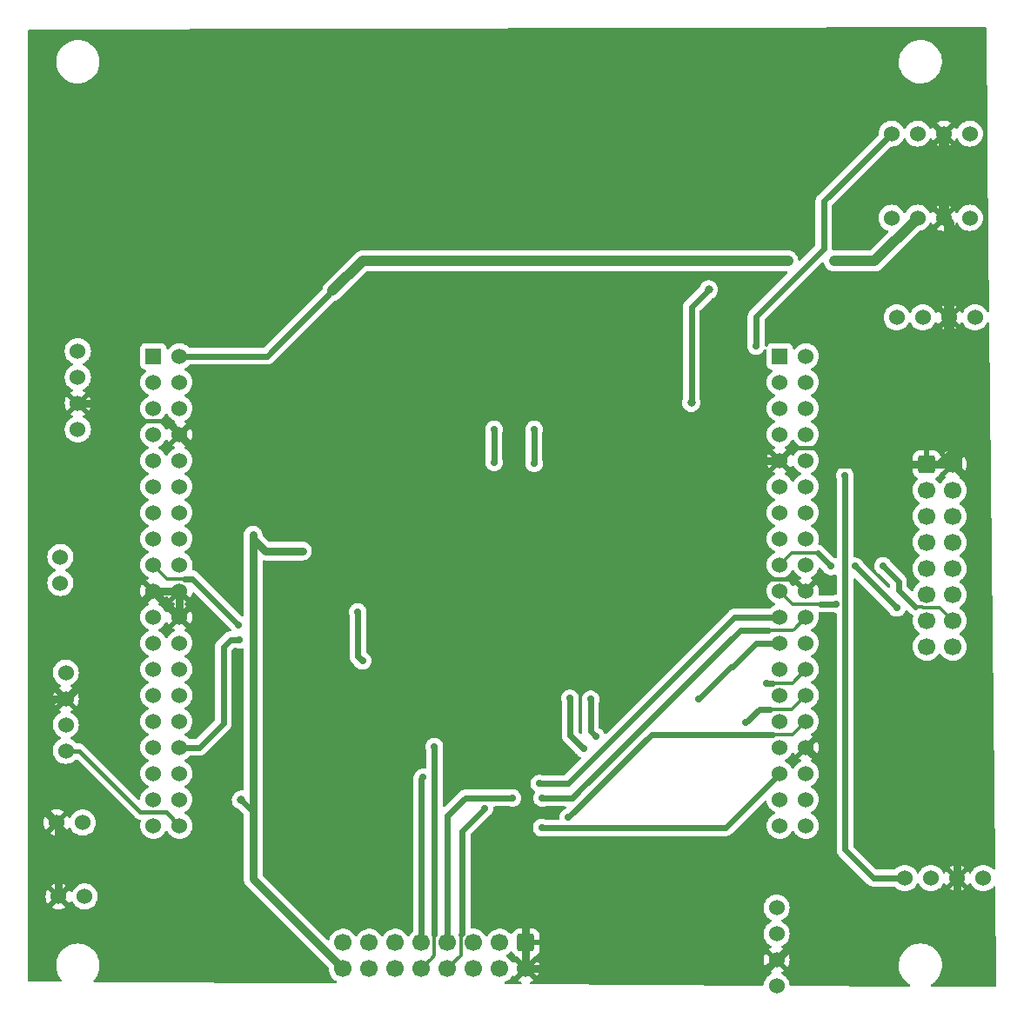
<source format=gbr>
%TF.GenerationSoftware,KiCad,Pcbnew,(6.0.1)*%
%TF.CreationDate,2022-02-03T23:43:58+01:00*%
%TF.ProjectId,CartePrincipaleR1,43617274-6550-4726-996e-636970616c65,rev?*%
%TF.SameCoordinates,Original*%
%TF.FileFunction,Copper,L2,Bot*%
%TF.FilePolarity,Positive*%
%FSLAX46Y46*%
G04 Gerber Fmt 4.6, Leading zero omitted, Abs format (unit mm)*
G04 Created by KiCad (PCBNEW (6.0.1)) date 2022-02-03 23:43:58*
%MOMM*%
%LPD*%
G01*
G04 APERTURE LIST*
G04 Aperture macros list*
%AMRoundRect*
0 Rectangle with rounded corners*
0 $1 Rounding radius*
0 $2 $3 $4 $5 $6 $7 $8 $9 X,Y pos of 4 corners*
0 Add a 4 corners polygon primitive as box body*
4,1,4,$2,$3,$4,$5,$6,$7,$8,$9,$2,$3,0*
0 Add four circle primitives for the rounded corners*
1,1,$1+$1,$2,$3*
1,1,$1+$1,$4,$5*
1,1,$1+$1,$6,$7*
1,1,$1+$1,$8,$9*
0 Add four rect primitives between the rounded corners*
20,1,$1+$1,$2,$3,$4,$5,0*
20,1,$1+$1,$4,$5,$6,$7,0*
20,1,$1+$1,$6,$7,$8,$9,0*
20,1,$1+$1,$8,$9,$2,$3,0*%
G04 Aperture macros list end*
%TA.AperFunction,ComponentPad*%
%ADD10C,1.524000*%
%TD*%
%TA.AperFunction,ComponentPad*%
%ADD11R,1.530000X1.530000*%
%TD*%
%TA.AperFunction,ComponentPad*%
%ADD12C,1.530000*%
%TD*%
%TA.AperFunction,ComponentPad*%
%ADD13RoundRect,0.250000X-0.600000X0.600000X-0.600000X-0.600000X0.600000X-0.600000X0.600000X0.600000X0*%
%TD*%
%TA.AperFunction,ComponentPad*%
%ADD14C,1.700000*%
%TD*%
%TA.AperFunction,ComponentPad*%
%ADD15RoundRect,0.250000X-0.600000X-0.600000X0.600000X-0.600000X0.600000X0.600000X-0.600000X0.600000X0*%
%TD*%
%TA.AperFunction,ViaPad*%
%ADD16C,0.700000*%
%TD*%
%TA.AperFunction,ViaPad*%
%ADD17C,0.800000*%
%TD*%
%TA.AperFunction,Conductor*%
%ADD18C,0.800000*%
%TD*%
%TA.AperFunction,Conductor*%
%ADD19C,1.000000*%
%TD*%
%TA.AperFunction,Conductor*%
%ADD20C,0.400000*%
%TD*%
%TA.AperFunction,Conductor*%
%ADD21C,0.600000*%
%TD*%
%TA.AperFunction,Conductor*%
%ADD22C,0.300000*%
%TD*%
G04 APERTURE END LIST*
D10*
%TO.P,UART-X-BEE,1,Pin_1*%
%TO.N,+5V*%
X151110000Y-120500000D03*
%TO.P,UART-X-BEE,2,Pin_2*%
%TO.N,GND*%
X148570000Y-120500000D03*
%TO.P,UART-X-BEE,3,Pin_3*%
%TO.N,XBeeTx*%
X146030000Y-120500000D03*
%TO.P,UART-X-BEE,4,Pin_4*%
%TO.N,XbeeRx*%
X143490000Y-120500000D03*
%TD*%
%TO.P,Pression2,1,Pin_1*%
%TO.N,DATA_PRESS_2*%
X142190000Y-56200000D03*
%TO.P,Pression2,2,Pin_2*%
%TO.N,CLK_PRESS*%
X144730000Y-56200000D03*
%TO.P,Pression2,3,Pin_3*%
%TO.N,GND*%
X147270000Y-56200000D03*
%TO.P,Pression2,4,Pin_4*%
%TO.N,+5V*%
X149810000Y-56200000D03*
%TD*%
%TO.P,I2C1,1,Pin_1*%
%TO.N,+5V*%
X149810000Y-48000000D03*
%TO.P,I2C1,2,Pin_2*%
%TO.N,GND*%
X147270000Y-48000000D03*
%TO.P,I2C1,3,Pin_3*%
%TO.N,SDA_I2C1*%
X144730000Y-48000000D03*
%TO.P,I2C1,4,Pin_4*%
%TO.N,SCL_I2C1*%
X142190000Y-48000000D03*
%TD*%
%TO.P,Display,1,Pin_1*%
%TO.N,+5V*%
X63000000Y-76810000D03*
%TO.P,Display,2,Pin_2*%
%TO.N,GND*%
X63000000Y-74270000D03*
%TO.P,Display,3,Pin_3*%
%TO.N,DIO_Display*%
X63000000Y-71730000D03*
%TO.P,Display,4,Pin_4*%
%TO.N,CLK_Display*%
X63000000Y-69190000D03*
%TD*%
%TO.P,Pression1,1,Pin_1*%
%TO.N,DATA_PRESS_1*%
X142700000Y-65900000D03*
%TO.P,Pression1,2,Pin_2*%
%TO.N,CLK_PRESS*%
X145240000Y-65900000D03*
%TO.P,Pression1,3,Pin_3*%
%TO.N,GND*%
X147780000Y-65900000D03*
%TO.P,Pression1,4,Pin_4*%
%TO.N,+5V*%
X150320000Y-65900000D03*
%TD*%
D11*
%TO.P,Nucl\u00E9o L476RG,1,PC10*%
%TO.N,CLK_Display*%
X70350000Y-69690000D03*
D12*
%TO.P,Nucl\u00E9o L476RG,2,PC11*%
%TO.N,CLK_PRESS*%
X72890000Y-69690000D03*
%TO.P,Nucl\u00E9o L476RG,3,PC12*%
%TO.N,DIO_Display*%
X70350000Y-72230000D03*
%TO.P,Nucl\u00E9o L476RG,4,PD2*%
%TO.N,unconnected-(U2-Pad4)*%
X72890000Y-72230000D03*
%TO.P,Nucl\u00E9o L476RG,5,VDD*%
%TO.N,unconnected-(U2-Pad5)*%
X70350000Y-74770000D03*
%TO.P,Nucl\u00E9o L476RG,6,E5V*%
%TO.N,unconnected-(U2-Pad6)*%
X72890000Y-74770000D03*
%TO.P,Nucl\u00E9o L476RG,7,~{BOOT0}*%
%TO.N,unconnected-(U2-Pad7)*%
X70350000Y-77310000D03*
%TO.P,Nucl\u00E9o L476RG,8,GND*%
%TO.N,GND*%
X72890000Y-77310000D03*
%TO.P,Nucl\u00E9o L476RG,9,NC*%
%TO.N,unconnected-(U2-Pad9)*%
X70350000Y-79850000D03*
%TO.P,Nucl\u00E9o L476RG,10,NC*%
%TO.N,unconnected-(U2-Pad10)*%
X72890000Y-79850000D03*
%TO.P,Nucl\u00E9o L476RG,11,NC*%
%TO.N,unconnected-(U2-Pad11)*%
X70350000Y-82390000D03*
%TO.P,Nucl\u00E9o L476RG,12,IOREF*%
%TO.N,unconnected-(U2-Pad12)*%
X72890000Y-82390000D03*
%TO.P,Nucl\u00E9o L476RG,13,STLINK_TMS/PA13*%
%TO.N,unconnected-(U2-Pad13)*%
X70350000Y-84930000D03*
%TO.P,Nucl\u00E9o L476RG,14,~{RESET}*%
%TO.N,unconnected-(U2-Pad14)*%
X72890000Y-84930000D03*
%TO.P,Nucl\u00E9o L476RG,15,STLINK_TCK/PA14*%
%TO.N,unconnected-(U2-Pad15)*%
X70350000Y-87470000D03*
%TO.P,Nucl\u00E9o L476RG,16,+3V3*%
%TO.N,+3V3*%
X72890000Y-87470000D03*
%TO.P,Nucl\u00E9o L476RG,17,PA15*%
%TO.N,CONTACTEUR1_GPIO*%
X70350000Y-90010000D03*
%TO.P,Nucl\u00E9o L476RG,18,+5V*%
%TO.N,unconnected-(U2-Pad18)*%
X72890000Y-90010000D03*
%TO.P,Nucl\u00E9o L476RG,19,GND*%
%TO.N,GND*%
X70350000Y-92550000D03*
%TO.P,Nucl\u00E9o L476RG,20,GND*%
X72890000Y-92550000D03*
%TO.P,Nucl\u00E9o L476RG,21,PB7*%
%TO.N,unconnected-(U2-Pad21)*%
X70350000Y-95090000D03*
%TO.P,Nucl\u00E9o L476RG,22,GND*%
%TO.N,GND*%
X72890000Y-95090000D03*
%TO.P,Nucl\u00E9o L476RG,23,PC13*%
%TO.N,unconnected-(U2-Pad23)*%
X70350000Y-97630000D03*
%TO.P,Nucl\u00E9o L476RG,24,VIN*%
%TO.N,unconnected-(U2-Pad24)*%
X72890000Y-97630000D03*
%TO.P,Nucl\u00E9o L476RG,25,PC14*%
%TO.N,unconnected-(U2-Pad25)*%
X70350000Y-100170000D03*
%TO.P,Nucl\u00E9o L476RG,26,NC*%
%TO.N,unconnected-(U2-Pad26)*%
X72890000Y-100170000D03*
%TO.P,Nucl\u00E9o L476RG,27,PC15*%
%TO.N,unconnected-(U2-Pad27)*%
X70350000Y-102710000D03*
%TO.P,Nucl\u00E9o L476RG,28,PA0*%
%TO.N,S1*%
X72890000Y-102710000D03*
%TO.P,Nucl\u00E9o L476RG,29,PH0*%
%TO.N,unconnected-(U2-Pad29)*%
X70350000Y-105250000D03*
%TO.P,Nucl\u00E9o L476RG,30,PA1*%
%TO.N,S2*%
X72890000Y-105250000D03*
%TO.P,Nucl\u00E9o L476RG,31,PH1*%
%TO.N,unconnected-(U2-Pad31)*%
X70350000Y-107790000D03*
%TO.P,Nucl\u00E9o L476RG,32,PA4*%
%TO.N,CONTACTEUR2_GPIO*%
X72890000Y-107790000D03*
%TO.P,Nucl\u00E9o L476RG,33,VBAT*%
%TO.N,unconnected-(U2-Pad33)*%
X70350000Y-110330000D03*
%TO.P,Nucl\u00E9o L476RG,34,PB0*%
%TO.N,S3*%
X72890000Y-110330000D03*
%TO.P,Nucl\u00E9o L476RG,35,PC2*%
%TO.N,TIR_GPIO*%
X70350000Y-112870000D03*
%TO.P,Nucl\u00E9o L476RG,36,PC1*%
%TO.N,SDA_I2C3*%
X72890000Y-112870000D03*
%TO.P,Nucl\u00E9o L476RG,37,PC3*%
%TO.N,COL_GPIO*%
X70350000Y-115410000D03*
%TO.P,Nucl\u00E9o L476RG,38,PC0*%
%TO.N,SCL_I2C3*%
X72890000Y-115410000D03*
D11*
%TO.P,Nucl\u00E9o L476RG,39,PC9*%
%TO.N,unconnected-(U2-Pad39)*%
X131310000Y-69690000D03*
D12*
%TO.P,Nucl\u00E9o L476RG,40,PC8*%
%TO.N,MC1B*%
X133850000Y-69690000D03*
%TO.P,Nucl\u00E9o L476RG,41,PB8*%
%TO.N,SCL_I2C1*%
X131310000Y-72230000D03*
%TO.P,Nucl\u00E9o L476RG,42,PC6*%
%TO.N,MC1A*%
X133850000Y-72230000D03*
%TO.P,Nucl\u00E9o L476RG,43,PB9*%
%TO.N,SDA_I2C1*%
X131310000Y-74770000D03*
%TO.P,Nucl\u00E9o L476RG,44,PC5*%
%TO.N,XbeeRx*%
X133850000Y-74770000D03*
%TO.P,Nucl\u00E9o L476RG,45,AVDD*%
%TO.N,unconnected-(U2-Pad45)*%
X131310000Y-77310000D03*
%TO.P,Nucl\u00E9o L476RG,46,U5V*%
%TO.N,unconnected-(U2-Pad46)*%
X133850000Y-77310000D03*
%TO.P,Nucl\u00E9o L476RG,47,GND*%
%TO.N,GND*%
X131310000Y-79850000D03*
%TO.P,Nucl\u00E9o L476RG,48,NC*%
%TO.N,unconnected-(U2-Pad48)*%
X133850000Y-79850000D03*
%TO.P,Nucl\u00E9o L476RG,49,PA5*%
%TO.N,DATA_PRESS_1*%
X131310000Y-82390000D03*
%TO.P,Nucl\u00E9o L476RG,50,PA12*%
%TO.N,MC2B*%
X133850000Y-82390000D03*
%TO.P,Nucl\u00E9o L476RG,51,PA6*%
%TO.N,DATA_PRESS_2*%
X131310000Y-84930000D03*
%TO.P,Nucl\u00E9o L476RG,52,PA11*%
%TO.N,MC2A*%
X133850000Y-84930000D03*
%TO.P,Nucl\u00E9o L476RG,53,PA7*%
%TO.N,RC_2A*%
X131310000Y-87470000D03*
%TO.P,Nucl\u00E9o L476RG,54,PB12*%
%TO.N,unconnected-(U2-Pad54)*%
X133850000Y-87470000D03*
%TO.P,Nucl\u00E9o L476RG,55,PB6*%
%TO.N,DataAX12_TX*%
X131310000Y-90010000D03*
%TO.P,Nucl\u00E9o L476RG,56,NC*%
%TO.N,unconnected-(U2-Pad56)*%
X133850000Y-90010000D03*
%TO.P,Nucl\u00E9o L476RG,57,PC7*%
%TO.N,RC_2B*%
X131310000Y-92550000D03*
%TO.P,Nucl\u00E9o L476RG,58,GND*%
%TO.N,GND*%
X133850000Y-92550000D03*
%TO.P,Nucl\u00E9o L476RG,59,PA9*%
%TO.N,Mot1PWM*%
X131310000Y-95090000D03*
%TO.P,Nucl\u00E9o L476RG,60,PB2*%
%TO.N,Mot1DIR*%
X133850000Y-95090000D03*
%TO.P,Nucl\u00E9o L476RG,61,PA8*%
%TO.N,Mot2PWM*%
X131310000Y-97630000D03*
%TO.P,Nucl\u00E9o L476RG,62,PB1*%
%TO.N,A_Resistance*%
X133850000Y-97630000D03*
%TO.P,Nucl\u00E9o L476RG,63,PB10*%
%TO.N,Mot2DIR*%
X131310000Y-100170000D03*
%TO.P,Nucl\u00E9o L476RG,64,PB15*%
%TO.N,POMPE2*%
X133850000Y-100170000D03*
%TO.P,Nucl\u00E9o L476RG,65,PB4*%
%TO.N,RC_1B*%
X131310000Y-102710000D03*
%TO.P,Nucl\u00E9o L476RG,66,PB14*%
%TO.N,POMPE1*%
X133850000Y-102710000D03*
%TO.P,Nucl\u00E9o L476RG,67,PB5*%
%TO.N,RC_1A*%
X131310000Y-105250000D03*
%TO.P,Nucl\u00E9o L476RG,68,PB13*%
%TO.N,EV1*%
X133850000Y-105250000D03*
%TO.P,Nucl\u00E9o L476RG,69,STLINK_SWO/PB3*%
%TO.N,unconnected-(U2-Pad69)*%
X131310000Y-107790000D03*
%TO.P,Nucl\u00E9o L476RG,70,AGND*%
%TO.N,GND*%
X133850000Y-107790000D03*
%TO.P,Nucl\u00E9o L476RG,71,PA10*%
%TO.N,EV2*%
X131310000Y-110330000D03*
%TO.P,Nucl\u00E9o L476RG,72,PC4*%
%TO.N,XBeeTx*%
X133850000Y-110330000D03*
%TO.P,Nucl\u00E9o L476RG,73,STLINK_UART_TX/PA2*%
%TO.N,USART_TX*%
X131310000Y-112870000D03*
%TO.P,Nucl\u00E9o L476RG,74,NC*%
%TO.N,unconnected-(U2-Pad74)*%
X133850000Y-112870000D03*
%TO.P,Nucl\u00E9o L476RG,75,STLINK_UART_RX/PA3*%
%TO.N,USART_RX*%
X131310000Y-115410000D03*
%TO.P,Nucl\u00E9o L476RG,76,NC*%
%TO.N,unconnected-(U2-Pad76)*%
X133850000Y-115410000D03*
%TD*%
D10*
%TO.P,Resistance,1,Pin_1*%
%TO.N,+3V3*%
X61300000Y-89230000D03*
%TO.P,Resistance,2,Pin_2*%
%TO.N,A_Resistance*%
X61300000Y-91770000D03*
%TD*%
%TO.P,UART-USB,1,Pin_1*%
%TO.N,+5V*%
X131000000Y-131010000D03*
%TO.P,UART-USB,2,Pin_2*%
%TO.N,GND*%
X131000000Y-128470000D03*
%TO.P,UART-USB,3,Pin_3*%
%TO.N,USART_TX*%
X131000000Y-125930000D03*
%TO.P,UART-USB,4,Pin_4*%
%TO.N,USART_RX*%
X131000000Y-123390000D03*
%TD*%
%TO.P,Tirette,1,Pin_1*%
%TO.N,TIR_GPIO*%
X63470000Y-115100000D03*
%TO.P,Tirette,2,Pin_2*%
%TO.N,GND*%
X60930000Y-115100000D03*
%TD*%
D13*
%TO.P,NappePompe,1,Pin_1*%
%TO.N,GND*%
X106600000Y-126800000D03*
D14*
%TO.P,NappePompe,2,Pin_2*%
X106600000Y-129340000D03*
%TO.P,NappePompe,3,Pin_3*%
%TO.N,+5V*%
X104060000Y-126800000D03*
%TO.P,NappePompe,4,Pin_4*%
X104060000Y-129340000D03*
%TO.P,NappePompe,5,Pin_5*%
%TO.N,Mot2DIR*%
X101520000Y-126800000D03*
%TO.P,NappePompe,6,Pin_6*%
%TO.N,Mot2PWM*%
X101520000Y-129340000D03*
%TO.P,NappePompe,7,Pin_7*%
%TO.N,Mot1DIR*%
X98980000Y-126800000D03*
%TO.P,NappePompe,8,Pin_8*%
%TO.N,Mot1PWM*%
X98980000Y-129340000D03*
%TO.P,NappePompe,9,Pin_9*%
%TO.N,POMPE1*%
X96440000Y-126800000D03*
%TO.P,NappePompe,10,Pin_10*%
%TO.N,POMPE2*%
X96440000Y-129340000D03*
%TO.P,NappePompe,11,Pin_11*%
%TO.N,EV2*%
X93900000Y-126800000D03*
%TO.P,NappePompe,12,Pin_12*%
%TO.N,EV1*%
X93900000Y-129340000D03*
%TO.P,NappePompe,13,Pin_13*%
%TO.N,S1*%
X91360000Y-126800000D03*
%TO.P,NappePompe,14,Pin_14*%
%TO.N,S3*%
X91360000Y-129340000D03*
%TO.P,NappePompe,15,Pin_15*%
%TO.N,S2*%
X88820000Y-126800000D03*
%TO.P,NappePompe,16,Pin_16*%
%TO.N,+3V3*%
X88820000Y-129340000D03*
%TD*%
D15*
%TO.P,NappeBaseRoulante,1,Pin_1*%
%TO.N,GND*%
X145600000Y-80200000D03*
D14*
%TO.P,NappeBaseRoulante,2,Pin_2*%
X148140000Y-80200000D03*
%TO.P,NappeBaseRoulante,3,Pin_3*%
%TO.N,+5V*%
X145600000Y-82740000D03*
%TO.P,NappeBaseRoulante,4,Pin_4*%
X148140000Y-82740000D03*
%TO.P,NappeBaseRoulante,5,Pin_5*%
%TO.N,MC1B*%
X145600000Y-85280000D03*
%TO.P,NappeBaseRoulante,6,Pin_6*%
%TO.N,MC1A*%
X148140000Y-85280000D03*
%TO.P,NappeBaseRoulante,7,Pin_7*%
%TO.N,MC2B*%
X145600000Y-87820000D03*
%TO.P,NappeBaseRoulante,8,Pin_8*%
%TO.N,MC2A*%
X148140000Y-87820000D03*
%TO.P,NappeBaseRoulante,9,Pin_9*%
%TO.N,CONTACTEUR1_GPIO*%
X145600000Y-90360000D03*
%TO.P,NappeBaseRoulante,10,Pin_10*%
%TO.N,CONTACTEUR2_GPIO*%
X148140000Y-90360000D03*
%TO.P,NappeBaseRoulante,11,Pin_11*%
%TO.N,unconnected-(J5-Pad11)*%
X145600000Y-92900000D03*
%TO.P,NappeBaseRoulante,12,Pin_12*%
%TO.N,DataAX12_TX*%
X148140000Y-92900000D03*
%TO.P,NappeBaseRoulante,13,Pin_13*%
%TO.N,RC_2B*%
X145600000Y-95440000D03*
%TO.P,NappeBaseRoulante,14,Pin_14*%
%TO.N,RC_2A*%
X148140000Y-95440000D03*
%TO.P,NappeBaseRoulante,15,Pin_15*%
%TO.N,RC_1B*%
X145600000Y-97980000D03*
%TO.P,NappeBaseRoulante,16,Pin_16*%
%TO.N,RC_1A*%
X148140000Y-97980000D03*
%TD*%
D10*
%TO.P,I2C3,1,Pin_1*%
%TO.N,+5V*%
X61832000Y-100490000D03*
%TO.P,I2C3,2,Pin_2*%
%TO.N,GND*%
X61832000Y-103030000D03*
%TO.P,I2C3,3,Pin_3*%
%TO.N,SDA_I2C3*%
X61832000Y-105570000D03*
%TO.P,I2C3,4,Pin_4*%
%TO.N,SCL_I2C3*%
X61832000Y-108110000D03*
%TD*%
%TO.P,Color,1,Pin_1*%
%TO.N,COL_GPIO*%
X63670000Y-122300000D03*
%TO.P,Color,2,Pin_2*%
%TO.N,GND*%
X61130000Y-122300000D03*
%TD*%
D16*
%TO.N,GND*%
X80200000Y-81100000D03*
%TO.N,+3V3*%
X84850000Y-88650000D03*
X81450000Y-88650000D03*
D17*
X78900000Y-112900000D03*
D16*
%TO.N,XbeeRx*%
X137650000Y-81300000D03*
%TO.N,CONTACTEUR1_GPIO*%
X78650000Y-95850000D03*
%TO.N,CONTACTEUR2_GPIO*%
X78750000Y-97300000D03*
%TO.N,DataAX12_TX*%
X142700000Y-94200000D03*
X138650000Y-90150000D03*
X136300000Y-90150000D03*
%TO.N,RC_2B*%
X136800000Y-93800000D03*
%TO.N,RC_2A*%
X141350000Y-90100000D03*
%TO.N,Mot2DIR*%
X110900000Y-103000000D03*
X112200000Y-107900000D03*
%TO.N,Mot2PWM*%
X123400000Y-103100000D03*
X112900000Y-103100000D03*
X113400000Y-106700000D03*
%TO.N,Mot1DIR*%
X108200000Y-112700000D03*
X105300000Y-112700000D03*
%TO.N,Mot1PWM*%
X107900000Y-111300000D03*
X102600000Y-113700000D03*
%TO.N,POMPE1*%
X96600000Y-110700000D03*
X128000000Y-105350000D03*
%TO.N,POMPE2*%
X97700000Y-107700000D03*
X130000000Y-101500000D03*
%TO.N,EV1*%
X110750000Y-114600000D03*
%TO.N,EV2*%
X108150000Y-115600000D03*
%TO.N,DATA_PRESS_1*%
X107400000Y-76800000D03*
X107400000Y-80100000D03*
%TO.N,CLK_PRESS*%
X136600000Y-60400000D03*
X132100000Y-60400000D03*
%TO.N,A_Resistance*%
X90250000Y-94600000D03*
X90700000Y-99350000D03*
%TO.N,DATA_PRESS_2*%
X103500000Y-76800000D03*
X103500000Y-80000000D03*
D17*
%TO.N,SDA_I2C1*%
X122700000Y-74200000D03*
X124400000Y-63200000D03*
D16*
%TO.N,SCL_I2C1*%
X129000000Y-68700000D03*
%TD*%
D18*
%TO.N,GND*%
X148100000Y-78900000D02*
X148200000Y-78900000D01*
X128600000Y-80900000D02*
X128600000Y-90300000D01*
X135400000Y-78600000D02*
X137000000Y-80200000D01*
X135800000Y-109700000D02*
X135800000Y-123100000D01*
D19*
X147780000Y-65900000D02*
X147780000Y-56710000D01*
D18*
X146900000Y-80100000D02*
X148100000Y-78900000D01*
X149245000Y-81305000D02*
X148140000Y-80200000D01*
D19*
X147270000Y-56200000D02*
X147270000Y-48000000D01*
D18*
X151100000Y-83160000D02*
X149245000Y-81305000D01*
X148200000Y-78900000D02*
X148200000Y-80260000D01*
D20*
X132560000Y-78600000D02*
X135400000Y-78600000D01*
D19*
X147780000Y-67680000D02*
X147780000Y-65900000D01*
D18*
X61130000Y-115300000D02*
X60930000Y-115100000D01*
X135100000Y-123800000D02*
X133500000Y-125400000D01*
X130130000Y-129340000D02*
X131000000Y-128470000D01*
X76680000Y-81100000D02*
X72890000Y-77310000D01*
X89750000Y-87050000D02*
X106600000Y-103900000D01*
X148670000Y-78430000D02*
X148670000Y-80730000D01*
D19*
X148670000Y-68570000D02*
X147780000Y-67680000D01*
D18*
X148200000Y-80260000D02*
X148870000Y-80930000D01*
D19*
X148670000Y-78430000D02*
X148670000Y-68570000D01*
D18*
X70350000Y-92550000D02*
X72890000Y-92550000D01*
D20*
X133850000Y-92550000D02*
X132685489Y-91385489D01*
X72890000Y-77310000D02*
X72890000Y-76990000D01*
D18*
X148570000Y-120500000D02*
X148570000Y-122430000D01*
X72890000Y-95090000D02*
X72890000Y-92550000D01*
X148570000Y-120500000D02*
X148570000Y-115680000D01*
X59900000Y-103800000D02*
X59900000Y-114070000D01*
D20*
X129685489Y-91385489D02*
X129300000Y-91000000D01*
X132685489Y-91385489D02*
X129685489Y-91385489D01*
D18*
X106600000Y-103900000D02*
X106600000Y-126800000D01*
X61832000Y-103030000D02*
X68400000Y-96462000D01*
X106600000Y-129340000D02*
X130130000Y-129340000D01*
D19*
X147780000Y-56710000D02*
X147270000Y-56200000D01*
D18*
X133500000Y-126200000D02*
X133270000Y-126200000D01*
D20*
X71900000Y-76000000D02*
X69200000Y-76000000D01*
D18*
X148670000Y-80730000D02*
X148870000Y-80930000D01*
X106600000Y-129340000D02*
X106600000Y-126800000D01*
X89450000Y-87050000D02*
X89750000Y-87050000D01*
X83650000Y-80950000D02*
X89750000Y-87050000D01*
D20*
X131310000Y-79850000D02*
X132560000Y-78600000D01*
D18*
X135760000Y-109700000D02*
X133850000Y-107790000D01*
X147200000Y-123800000D02*
X135100000Y-123800000D01*
X59900000Y-114070000D02*
X60930000Y-115100000D01*
X148140000Y-80200000D02*
X145600000Y-80200000D01*
X133270000Y-126200000D02*
X131000000Y-128470000D01*
X133500000Y-125400000D02*
X133500000Y-126200000D01*
X69200000Y-76000000D02*
X67470000Y-74270000D01*
X131310000Y-79850000D02*
X129650000Y-79850000D01*
X83500000Y-81100000D02*
X80200000Y-81100000D01*
X148570000Y-122430000D02*
X147200000Y-123800000D01*
X60670000Y-103030000D02*
X59900000Y-103800000D01*
X129650000Y-79850000D02*
X128600000Y-80900000D01*
X61130000Y-122300000D02*
X61130000Y-115300000D01*
X148870000Y-80930000D02*
X149245000Y-81305000D01*
X61832000Y-103030000D02*
X60670000Y-103030000D01*
X67470000Y-74270000D02*
X63000000Y-74270000D01*
X83500000Y-81100000D02*
X89450000Y-87050000D01*
X68400000Y-96462000D02*
X68400000Y-94500000D01*
D20*
X72890000Y-76990000D02*
X71900000Y-76000000D01*
D18*
X68400000Y-94500000D02*
X70350000Y-92550000D01*
X148670000Y-78430000D02*
X148200000Y-78900000D01*
X135800000Y-109700000D02*
X135760000Y-109700000D01*
X128600000Y-90300000D02*
X129300000Y-91000000D01*
X70350000Y-92550000D02*
X72890000Y-95090000D01*
X80200000Y-81100000D02*
X76680000Y-81100000D01*
X151100000Y-113150000D02*
X151100000Y-83160000D01*
X135800000Y-123100000D02*
X135100000Y-123800000D01*
X137000000Y-80200000D02*
X145600000Y-80200000D01*
X148570000Y-115680000D02*
X151100000Y-113150000D01*
%TO.N,+3V3*%
X80050000Y-109950000D02*
X80050000Y-114250000D01*
X80050000Y-87100000D02*
X80050000Y-87450000D01*
D21*
X80050000Y-114050000D02*
X80050000Y-114250000D01*
D18*
X80050000Y-114250000D02*
X80050000Y-120570000D01*
X80050000Y-120570000D02*
X88820000Y-129340000D01*
D21*
X78900000Y-112900000D02*
X80050000Y-114050000D01*
D18*
X80050000Y-87100000D02*
X80050000Y-109950000D01*
X80050000Y-87450000D02*
X81250000Y-88650000D01*
X81250000Y-88650000D02*
X81450000Y-88650000D01*
X81450000Y-88650000D02*
X84850000Y-88650000D01*
D20*
%TO.N,SCL_I2C3*%
X63110000Y-108110000D02*
X69100000Y-114100000D01*
X61832000Y-108110000D02*
X63110000Y-108110000D01*
X71580000Y-114100000D02*
X72890000Y-115410000D01*
X69100000Y-114100000D02*
X71580000Y-114100000D01*
D21*
%TO.N,XbeeRx*%
X140400000Y-120500000D02*
X143490000Y-120500000D01*
X137650000Y-117750000D02*
X140400000Y-120500000D01*
X137650000Y-81300000D02*
X137650000Y-117750000D01*
D22*
%TO.N,CONTACTEUR1_GPIO*%
X71690000Y-91350000D02*
X73400000Y-91350000D01*
D21*
X74150000Y-91350000D02*
X78650000Y-95850000D01*
D22*
X70350000Y-90010000D02*
X71690000Y-91350000D01*
D21*
X73400000Y-91350000D02*
X74150000Y-91350000D01*
%TO.N,CONTACTEUR2_GPIO*%
X77150000Y-105450000D02*
X77150000Y-98000000D01*
X74810000Y-107790000D02*
X77150000Y-105450000D01*
X72890000Y-107790000D02*
X74810000Y-107790000D01*
X77150000Y-98000000D02*
X77850000Y-97300000D01*
X77850000Y-97300000D02*
X78750000Y-97300000D01*
%TO.N,DataAX12_TX*%
X135000000Y-88850000D02*
X136300000Y-90150000D01*
D22*
X132470000Y-88850000D02*
X135000000Y-88850000D01*
X131310000Y-90010000D02*
X132470000Y-88850000D01*
D21*
X138650000Y-90150000D02*
X142700000Y-94200000D01*
%TO.N,RC_2B*%
X136400000Y-93800000D02*
X136800000Y-93800000D01*
D22*
X131310000Y-92550000D02*
X132560000Y-93800000D01*
X132560000Y-93800000D02*
X135250000Y-93800000D01*
D21*
X135250000Y-93800000D02*
X136400000Y-93800000D01*
D22*
%TO.N,RC_2A*%
X145300000Y-94200000D02*
X146900000Y-94200000D01*
X145200000Y-94100000D02*
X145300000Y-94200000D01*
D21*
X142850000Y-92450000D02*
X144500000Y-94100000D01*
X141350000Y-90100000D02*
X142850000Y-91600000D01*
X142850000Y-91600000D02*
X142850000Y-92450000D01*
D22*
X144500000Y-94100000D02*
X145200000Y-94100000D01*
X146900000Y-94200000D02*
X148140000Y-95440000D01*
D21*
%TO.N,Mot2DIR*%
X110900000Y-106600000D02*
X112200000Y-107900000D01*
X110900000Y-103000000D02*
X110900000Y-106600000D01*
%TO.N,Mot2PWM*%
X112900000Y-106200000D02*
X113400000Y-106700000D01*
X131310000Y-97630000D02*
X129020000Y-97630000D01*
X126550000Y-99950000D02*
X123400000Y-103100000D01*
X129020000Y-97630000D02*
X126700000Y-99950000D01*
X112900000Y-106200000D02*
X112900000Y-103100000D01*
X126700000Y-99950000D02*
X126550000Y-99950000D01*
%TO.N,Mot1DIR*%
X105300000Y-112700000D02*
X100700000Y-112700000D01*
X111100000Y-112700000D02*
X108200000Y-112700000D01*
X111750000Y-112050000D02*
X111100000Y-112700000D01*
D22*
X132590000Y-96350000D02*
X130200000Y-96350000D01*
D21*
X130200000Y-96350000D02*
X127450000Y-96350000D01*
X127450000Y-96350000D02*
X111750000Y-112050000D01*
X100700000Y-112700000D02*
X98980000Y-114420000D01*
D22*
X132690000Y-96250000D02*
X132590000Y-96350000D01*
X133850000Y-95090000D02*
X132690000Y-96250000D01*
D21*
X98980000Y-114420000D02*
X98980000Y-126800000D01*
%TO.N,Mot1PWM*%
X102600000Y-113700000D02*
X100400000Y-115900000D01*
X131310000Y-95090000D02*
X128910000Y-95090000D01*
X115700000Y-106300000D02*
X110700000Y-111300000D01*
X126910000Y-95090000D02*
X115700000Y-106300000D01*
D22*
X100300000Y-128020000D02*
X100300000Y-126000000D01*
D21*
X110700000Y-111300000D02*
X107900000Y-111300000D01*
X100400000Y-115900000D02*
X100400000Y-125900000D01*
X100400000Y-125900000D02*
X100300000Y-126000000D01*
X128910000Y-95090000D02*
X126960000Y-95090000D01*
X126960000Y-95090000D02*
X126910000Y-95090000D01*
D22*
X98980000Y-129340000D02*
X100300000Y-128020000D01*
D21*
%TO.N,POMPE1*%
X96600000Y-110700000D02*
X96440000Y-110860000D01*
D22*
X132510000Y-104050000D02*
X130350000Y-104050000D01*
D21*
X130350000Y-104050000D02*
X129300000Y-104050000D01*
X96440000Y-110860000D02*
X96440000Y-126800000D01*
D22*
X133850000Y-102710000D02*
X132510000Y-104050000D01*
D21*
X129300000Y-104050000D02*
X128000000Y-105350000D01*
D22*
%TO.N,POMPE2*%
X96440000Y-129340000D02*
X97380000Y-128400000D01*
X133850000Y-100170000D02*
X132520000Y-101500000D01*
X97700000Y-126200000D02*
X97700000Y-126000000D01*
X97700000Y-128080000D02*
X97700000Y-126200000D01*
X97380000Y-128400000D02*
X97700000Y-128080000D01*
X132520000Y-101500000D02*
X130650000Y-101500000D01*
D21*
X130650000Y-101500000D02*
X130000000Y-101500000D01*
X97700000Y-126000000D02*
X97700000Y-107700000D01*
D22*
%TO.N,EV1*%
X133850000Y-105250000D02*
X132550000Y-106550000D01*
X132550000Y-106550000D02*
X130600000Y-106550000D01*
D21*
X130600000Y-106550000D02*
X118800000Y-106550000D01*
X118800000Y-106550000D02*
X110750000Y-114600000D01*
%TO.N,EV2*%
X108150000Y-115600000D02*
X126040000Y-115600000D01*
X108150000Y-115600000D02*
X108100000Y-115600000D01*
X131310000Y-110330000D02*
X126040000Y-115600000D01*
%TO.N,DATA_PRESS_1*%
X107400000Y-76800000D02*
X107400000Y-80100000D01*
D19*
%TO.N,CLK_PRESS*%
X90700000Y-60400000D02*
X108500000Y-60400000D01*
D21*
X81410000Y-69690000D02*
X87800000Y-63300000D01*
D19*
X144730000Y-56200000D02*
X140530000Y-60400000D01*
X108500000Y-60400000D02*
X132100000Y-60400000D01*
D21*
X72890000Y-69690000D02*
X81410000Y-69690000D01*
D19*
X87800000Y-63300000D02*
X90700000Y-60400000D01*
X140530000Y-60400000D02*
X136600000Y-60400000D01*
D21*
%TO.N,A_Resistance*%
X90250000Y-98900000D02*
X90700000Y-99350000D01*
X90250000Y-94600000D02*
X90250000Y-98900000D01*
%TO.N,DATA_PRESS_2*%
X103500000Y-76800000D02*
X103500000Y-80000000D01*
%TO.N,SDA_I2C1*%
X122700000Y-74200000D02*
X122700000Y-64900000D01*
X122700000Y-64900000D02*
X124400000Y-63200000D01*
%TO.N,SCL_I2C1*%
X135600480Y-54589520D02*
X135600480Y-59199520D01*
X142190000Y-48000000D02*
X135600480Y-54589520D01*
X135600480Y-59199520D02*
X129000000Y-65800000D01*
X129000000Y-65800000D02*
X129000000Y-68700000D01*
%TD*%
%TA.AperFunction,Conductor*%
%TO.N,GND*%
G36*
X151343124Y-37620185D02*
G01*
X151389789Y-37673690D01*
X151401337Y-37725053D01*
X151636538Y-59716262D01*
X151690900Y-64799103D01*
X151695988Y-65274874D01*
X151676715Y-65343205D01*
X151623560Y-65390269D01*
X151553398Y-65401124D01*
X151488506Y-65372323D01*
X151455800Y-65329472D01*
X151426814Y-65267312D01*
X151426813Y-65267311D01*
X151424488Y-65262324D01*
X151396739Y-65222694D01*
X151300136Y-65084730D01*
X151300134Y-65084727D01*
X151296977Y-65080219D01*
X151139781Y-64923023D01*
X151135273Y-64919866D01*
X151135270Y-64919864D01*
X151059505Y-64866813D01*
X150957677Y-64795512D01*
X150952695Y-64793189D01*
X150952690Y-64793186D01*
X150761178Y-64703883D01*
X150761177Y-64703882D01*
X150756196Y-64701560D01*
X150750888Y-64700138D01*
X150750886Y-64700137D01*
X150685051Y-64682497D01*
X150541463Y-64644022D01*
X150320000Y-64624647D01*
X150098537Y-64644022D01*
X149954949Y-64682497D01*
X149889114Y-64700137D01*
X149889112Y-64700138D01*
X149883804Y-64701560D01*
X149878823Y-64703882D01*
X149878822Y-64703883D01*
X149687311Y-64793186D01*
X149687306Y-64793189D01*
X149682324Y-64795512D01*
X149677817Y-64798668D01*
X149677815Y-64798669D01*
X149504730Y-64919864D01*
X149504727Y-64919866D01*
X149500219Y-64923023D01*
X149343023Y-65080219D01*
X149339866Y-65084727D01*
X149339864Y-65084730D01*
X149243261Y-65222694D01*
X149215512Y-65262324D01*
X149213189Y-65267306D01*
X149213186Y-65267311D01*
X149163919Y-65372965D01*
X149117001Y-65426250D01*
X149048724Y-65445711D01*
X148980764Y-65425169D01*
X148935529Y-65372965D01*
X148886377Y-65267559D01*
X148880897Y-65258068D01*
X148850206Y-65214235D01*
X148839729Y-65205860D01*
X148826282Y-65212928D01*
X148152022Y-65887188D01*
X148144408Y-65901132D01*
X148144539Y-65902965D01*
X148148790Y-65909580D01*
X148827003Y-66587793D01*
X148838777Y-66594223D01*
X148850793Y-66584926D01*
X148880897Y-66541932D01*
X148886377Y-66532441D01*
X148935529Y-66427035D01*
X148982447Y-66373750D01*
X149050724Y-66354289D01*
X149118684Y-66374831D01*
X149163919Y-66427035D01*
X149213186Y-66532689D01*
X149213189Y-66532694D01*
X149215512Y-66537676D01*
X149218668Y-66542183D01*
X149218669Y-66542185D01*
X149255107Y-66594223D01*
X149343023Y-66719781D01*
X149500219Y-66876977D01*
X149504727Y-66880134D01*
X149504730Y-66880136D01*
X149580495Y-66933187D01*
X149682323Y-67004488D01*
X149687305Y-67006811D01*
X149687310Y-67006814D01*
X149877810Y-67095645D01*
X149883804Y-67098440D01*
X149889112Y-67099862D01*
X149889114Y-67099863D01*
X149954949Y-67117503D01*
X150098537Y-67155978D01*
X150320000Y-67175353D01*
X150541463Y-67155978D01*
X150685051Y-67117503D01*
X150750886Y-67099863D01*
X150750888Y-67099862D01*
X150756196Y-67098440D01*
X150762190Y-67095645D01*
X150952690Y-67006814D01*
X150952695Y-67006811D01*
X150957677Y-67004488D01*
X151059505Y-66933187D01*
X151135270Y-66880136D01*
X151135273Y-66880134D01*
X151139781Y-66876977D01*
X151296977Y-66719781D01*
X151384894Y-66594223D01*
X151421331Y-66542185D01*
X151421332Y-66542183D01*
X151424488Y-66537676D01*
X151426811Y-66532695D01*
X151426817Y-66532684D01*
X151468845Y-66442555D01*
X151515762Y-66389270D01*
X151584039Y-66369810D01*
X151651999Y-66390352D01*
X151698065Y-66444375D01*
X151709032Y-66494456D01*
X152274798Y-119393623D01*
X152276624Y-119564335D01*
X152257351Y-119632666D01*
X152204196Y-119679730D01*
X152134034Y-119690585D01*
X152069142Y-119661784D01*
X152061536Y-119654778D01*
X151929781Y-119523023D01*
X151925273Y-119519866D01*
X151925270Y-119519864D01*
X151849505Y-119466813D01*
X151747677Y-119395512D01*
X151742695Y-119393189D01*
X151742690Y-119393186D01*
X151551178Y-119303883D01*
X151551177Y-119303882D01*
X151546196Y-119301560D01*
X151540888Y-119300138D01*
X151540886Y-119300137D01*
X151475051Y-119282497D01*
X151331463Y-119244022D01*
X151110000Y-119224647D01*
X150888537Y-119244022D01*
X150744949Y-119282497D01*
X150679114Y-119300137D01*
X150679112Y-119300138D01*
X150673804Y-119301560D01*
X150668823Y-119303882D01*
X150668822Y-119303883D01*
X150477311Y-119393186D01*
X150477306Y-119393189D01*
X150472324Y-119395512D01*
X150467817Y-119398668D01*
X150467815Y-119398669D01*
X150294730Y-119519864D01*
X150294727Y-119519866D01*
X150290219Y-119523023D01*
X150133023Y-119680219D01*
X150129866Y-119684727D01*
X150129864Y-119684730D01*
X150008669Y-119857815D01*
X150005512Y-119862324D01*
X150003189Y-119867306D01*
X150003186Y-119867311D01*
X149953919Y-119972965D01*
X149907001Y-120026250D01*
X149838724Y-120045711D01*
X149770764Y-120025169D01*
X149725529Y-119972965D01*
X149676377Y-119867559D01*
X149670897Y-119858068D01*
X149640206Y-119814235D01*
X149629729Y-119805860D01*
X149616282Y-119812928D01*
X148942022Y-120487188D01*
X148934408Y-120501132D01*
X148934539Y-120502965D01*
X148938790Y-120509580D01*
X149617003Y-121187793D01*
X149628777Y-121194223D01*
X149640793Y-121184926D01*
X149670897Y-121141932D01*
X149676377Y-121132441D01*
X149725529Y-121027035D01*
X149772447Y-120973750D01*
X149840724Y-120954289D01*
X149908684Y-120974831D01*
X149953919Y-121027035D01*
X150003186Y-121132689D01*
X150003189Y-121132694D01*
X150005512Y-121137676D01*
X150008668Y-121142183D01*
X150008669Y-121142185D01*
X150125366Y-121308845D01*
X150133023Y-121319781D01*
X150290219Y-121476977D01*
X150294727Y-121480134D01*
X150294730Y-121480136D01*
X150294849Y-121480219D01*
X150472323Y-121604488D01*
X150477305Y-121606811D01*
X150477310Y-121606814D01*
X150607579Y-121667559D01*
X150673804Y-121698440D01*
X150679112Y-121699862D01*
X150679114Y-121699863D01*
X150744949Y-121717503D01*
X150888537Y-121755978D01*
X151110000Y-121775353D01*
X151331463Y-121755978D01*
X151475051Y-121717503D01*
X151540886Y-121699863D01*
X151540888Y-121699862D01*
X151546196Y-121698440D01*
X151612421Y-121667559D01*
X151742690Y-121606814D01*
X151742695Y-121606811D01*
X151747677Y-121604488D01*
X151925151Y-121480219D01*
X151925270Y-121480136D01*
X151925273Y-121480134D01*
X151929781Y-121476977D01*
X152081310Y-121325448D01*
X152143622Y-121291422D01*
X152214437Y-121296487D01*
X152271273Y-121339034D01*
X152296084Y-121405554D01*
X152296398Y-121413189D01*
X152398248Y-130936131D01*
X152398631Y-130971975D01*
X152379358Y-131040306D01*
X152326203Y-131087370D01*
X152271970Y-131099321D01*
X146111359Y-131066656D01*
X146043345Y-131046293D01*
X145997137Y-130992392D01*
X145987406Y-130922065D01*
X146017241Y-130857642D01*
X146054238Y-130828692D01*
X146091000Y-130809718D01*
X146091005Y-130809715D01*
X146094812Y-130807750D01*
X146098313Y-130805289D01*
X146098317Y-130805287D01*
X146245215Y-130702045D01*
X146330023Y-130642441D01*
X146418228Y-130560476D01*
X146537479Y-130449661D01*
X146537481Y-130449658D01*
X146540622Y-130446740D01*
X146722713Y-130224268D01*
X146872927Y-129979142D01*
X146903863Y-129908669D01*
X146986757Y-129719830D01*
X146988483Y-129715898D01*
X147067244Y-129439406D01*
X147106408Y-129164223D01*
X147107146Y-129159036D01*
X147107146Y-129159034D01*
X147107751Y-129154784D01*
X147107845Y-129136951D01*
X147109235Y-128871583D01*
X147109235Y-128871576D01*
X147109257Y-128867297D01*
X147105930Y-128842022D01*
X147079342Y-128640072D01*
X147071732Y-128582266D01*
X146995871Y-128304964D01*
X146946669Y-128189612D01*
X146884763Y-128044476D01*
X146884761Y-128044472D01*
X146883077Y-128040524D01*
X146735439Y-127793839D01*
X146555687Y-127569472D01*
X146402094Y-127423718D01*
X146350258Y-127374527D01*
X146350255Y-127374525D01*
X146347149Y-127371577D01*
X146113683Y-127203814D01*
X146091843Y-127192250D01*
X145976760Y-127131317D01*
X145859608Y-127069288D01*
X145589627Y-126970489D01*
X145308736Y-126909245D01*
X145277685Y-126906801D01*
X145085718Y-126891693D01*
X145085709Y-126891693D01*
X145083261Y-126891500D01*
X144927729Y-126891500D01*
X144925593Y-126891646D01*
X144925582Y-126891646D01*
X144717452Y-126905835D01*
X144717446Y-126905836D01*
X144713175Y-126906127D01*
X144708980Y-126906996D01*
X144708978Y-126906996D01*
X144572417Y-126935276D01*
X144431658Y-126964426D01*
X144160657Y-127060393D01*
X143905188Y-127192250D01*
X143901687Y-127194711D01*
X143901683Y-127194713D01*
X143891594Y-127201804D01*
X143669977Y-127357559D01*
X143459378Y-127553260D01*
X143277287Y-127775732D01*
X143127073Y-128020858D01*
X143125347Y-128024791D01*
X143125346Y-128024792D01*
X143078564Y-128131364D01*
X143011517Y-128284102D01*
X142932756Y-128560594D01*
X142921445Y-128640072D01*
X142893164Y-128838790D01*
X142892249Y-128845216D01*
X142892227Y-128849505D01*
X142892226Y-128849512D01*
X142890765Y-129128417D01*
X142890743Y-129132703D01*
X142891302Y-129136947D01*
X142891302Y-129136951D01*
X142902947Y-129225400D01*
X142928268Y-129417734D01*
X143004129Y-129695036D01*
X143116923Y-129959476D01*
X143191473Y-130084040D01*
X143257720Y-130194730D01*
X143264561Y-130206161D01*
X143444313Y-130430528D01*
X143531400Y-130513170D01*
X143640951Y-130617130D01*
X143652851Y-130628423D01*
X143780800Y-130720364D01*
X143881981Y-130793070D01*
X143886317Y-130796186D01*
X143917979Y-130812950D01*
X143926389Y-130817403D01*
X143977232Y-130866956D01*
X143993213Y-130936131D01*
X143969259Y-131002964D01*
X143912974Y-131046237D01*
X143866762Y-131054755D01*
X132388734Y-130993896D01*
X132320721Y-130973533D01*
X132274513Y-130919632D01*
X132263882Y-130878880D01*
X132259491Y-130828692D01*
X132255978Y-130788537D01*
X132208317Y-130610666D01*
X132199863Y-130579114D01*
X132199862Y-130579112D01*
X132198440Y-130573804D01*
X132183083Y-130540870D01*
X132106814Y-130377311D01*
X132106811Y-130377306D01*
X132104488Y-130372324D01*
X132003142Y-130227586D01*
X131980136Y-130194730D01*
X131980134Y-130194727D01*
X131976977Y-130190219D01*
X131819781Y-130033023D01*
X131815273Y-130029866D01*
X131815270Y-130029864D01*
X131709101Y-129955524D01*
X131637677Y-129905512D01*
X131632695Y-129903189D01*
X131632690Y-129903186D01*
X131527035Y-129853919D01*
X131473750Y-129807002D01*
X131454289Y-129738725D01*
X131474831Y-129670765D01*
X131527035Y-129625529D01*
X131632445Y-129576376D01*
X131641931Y-129570898D01*
X131685764Y-129540207D01*
X131694139Y-129529729D01*
X131687071Y-129516281D01*
X131012812Y-128842022D01*
X130998868Y-128834408D01*
X130997035Y-128834539D01*
X130990420Y-128838790D01*
X130312207Y-129517003D01*
X130305777Y-129528777D01*
X130315074Y-129540793D01*
X130358069Y-129570898D01*
X130367555Y-129576376D01*
X130472965Y-129625529D01*
X130526250Y-129672446D01*
X130545711Y-129740723D01*
X130525169Y-129808683D01*
X130472965Y-129853919D01*
X130367311Y-129903186D01*
X130367306Y-129903189D01*
X130362324Y-129905512D01*
X130357817Y-129908668D01*
X130357815Y-129908669D01*
X130184730Y-130029864D01*
X130184727Y-130029866D01*
X130180219Y-130033023D01*
X130023023Y-130190219D01*
X130019866Y-130194727D01*
X130019864Y-130194730D01*
X129996858Y-130227586D01*
X129895512Y-130372324D01*
X129893189Y-130377306D01*
X129893186Y-130377311D01*
X129816917Y-130540870D01*
X129801560Y-130573804D01*
X129800138Y-130579112D01*
X129800137Y-130579114D01*
X129746449Y-130779479D01*
X129744022Y-130788537D01*
X129743543Y-130794016D01*
X129743541Y-130794029D01*
X129737405Y-130864153D01*
X129711542Y-130930271D01*
X129654038Y-130971911D01*
X129611219Y-130979169D01*
X107117703Y-130859903D01*
X107049689Y-130839540D01*
X107003481Y-130785639D01*
X106993750Y-130715312D01*
X107023585Y-130650889D01*
X107082161Y-130613220D01*
X107092250Y-130610193D01*
X107101842Y-130606433D01*
X107293098Y-130512738D01*
X107301944Y-130507465D01*
X107349247Y-130473723D01*
X107357648Y-130463023D01*
X107350660Y-130449870D01*
X106612812Y-129712022D01*
X106598868Y-129704408D01*
X106597035Y-129704539D01*
X106590420Y-129708790D01*
X105846737Y-130452473D01*
X105839977Y-130464853D01*
X105845258Y-130471907D01*
X106006756Y-130566279D01*
X106016042Y-130570729D01*
X106120629Y-130610666D01*
X106177132Y-130653653D01*
X106201425Y-130720364D01*
X106185795Y-130789619D01*
X106135204Y-130839430D01*
X106075012Y-130854374D01*
X104615592Y-130846636D01*
X104547578Y-130826273D01*
X104501370Y-130772372D01*
X104491639Y-130702045D01*
X104521474Y-130637622D01*
X104560826Y-130607488D01*
X104757994Y-130510896D01*
X104939860Y-130381173D01*
X105098096Y-130223489D01*
X105110548Y-130206161D01*
X105228453Y-130042077D01*
X105229640Y-130042930D01*
X105276960Y-129999362D01*
X105346897Y-129987145D01*
X105412338Y-130014678D01*
X105440166Y-130046512D01*
X105466459Y-130089419D01*
X105476916Y-130098880D01*
X105485694Y-130095096D01*
X106227978Y-129352812D01*
X106234356Y-129341132D01*
X106964408Y-129341132D01*
X106964539Y-129342965D01*
X106968790Y-129349580D01*
X107710474Y-130091264D01*
X107722484Y-130097823D01*
X107734223Y-130088855D01*
X107765004Y-130046019D01*
X107770315Y-130037180D01*
X107864670Y-129846267D01*
X107868469Y-129836672D01*
X107930376Y-129632915D01*
X107932555Y-129622834D01*
X107960590Y-129409887D01*
X107961109Y-129403212D01*
X107962572Y-129343364D01*
X107962378Y-129336646D01*
X107944781Y-129122604D01*
X107943096Y-129112424D01*
X107891214Y-128905875D01*
X107887894Y-128896124D01*
X107802972Y-128700814D01*
X107798105Y-128691739D01*
X107733063Y-128591197D01*
X107722377Y-128581995D01*
X107712812Y-128586398D01*
X106972022Y-129327188D01*
X106964408Y-129341132D01*
X106234356Y-129341132D01*
X106235592Y-129338868D01*
X106235461Y-129337035D01*
X106231210Y-129330420D01*
X105489849Y-128589059D01*
X105478313Y-128582759D01*
X105466031Y-128592382D01*
X105433499Y-128640072D01*
X105378587Y-128685075D01*
X105308063Y-128693246D01*
X105244316Y-128661992D01*
X105223618Y-128637508D01*
X105142822Y-128512617D01*
X105142820Y-128512614D01*
X105140014Y-128508277D01*
X104989670Y-128343051D01*
X104985619Y-128339852D01*
X104985615Y-128339848D01*
X104818414Y-128207800D01*
X104818410Y-128207798D01*
X104814359Y-128204598D01*
X104773053Y-128181796D01*
X104723084Y-128131364D01*
X104708312Y-128061921D01*
X104733428Y-127995516D01*
X104760780Y-127968909D01*
X104804603Y-127937650D01*
X104939860Y-127841173D01*
X104990719Y-127790492D01*
X105051464Y-127729958D01*
X105098096Y-127683489D01*
X105098562Y-127683957D01*
X105154732Y-127647146D01*
X105225726Y-127646512D01*
X105285792Y-127684361D01*
X105305408Y-127714267D01*
X105312759Y-127729958D01*
X105398063Y-127867807D01*
X105407099Y-127879208D01*
X105521829Y-127993739D01*
X105533240Y-128002751D01*
X105671243Y-128087816D01*
X105684424Y-128093963D01*
X105752256Y-128116462D01*
X105810615Y-128156893D01*
X105821502Y-128183100D01*
X105822650Y-128182472D01*
X105847968Y-128228758D01*
X106587188Y-128967978D01*
X106601132Y-128975592D01*
X106602965Y-128975461D01*
X106609580Y-128971210D01*
X107105315Y-128475475D01*
X129725628Y-128475475D01*
X129744038Y-128685896D01*
X129745941Y-128696691D01*
X129800609Y-128900715D01*
X129804355Y-128911007D01*
X129893623Y-129102441D01*
X129899103Y-129111932D01*
X129929794Y-129155765D01*
X129940271Y-129164140D01*
X129953718Y-129157072D01*
X130627978Y-128482812D01*
X130634356Y-128471132D01*
X131364408Y-128471132D01*
X131364539Y-128472965D01*
X131368790Y-128479580D01*
X132047003Y-129157793D01*
X132058777Y-129164223D01*
X132070793Y-129154926D01*
X132100897Y-129111932D01*
X132106377Y-129102441D01*
X132195645Y-128911007D01*
X132199391Y-128900715D01*
X132254059Y-128696691D01*
X132255962Y-128685896D01*
X132274372Y-128475475D01*
X132274372Y-128464525D01*
X132255962Y-128254104D01*
X132254059Y-128243309D01*
X132199391Y-128039285D01*
X132195645Y-128028993D01*
X132106377Y-127837559D01*
X132100897Y-127828068D01*
X132070206Y-127784235D01*
X132059729Y-127775860D01*
X132046282Y-127782928D01*
X131372022Y-128457188D01*
X131364408Y-128471132D01*
X130634356Y-128471132D01*
X130635592Y-128468868D01*
X130635461Y-128467035D01*
X130631210Y-128460420D01*
X129952997Y-127782207D01*
X129941223Y-127775777D01*
X129929207Y-127785074D01*
X129899103Y-127828068D01*
X129893623Y-127837559D01*
X129804355Y-128028993D01*
X129800609Y-128039285D01*
X129745941Y-128243309D01*
X129744038Y-128254104D01*
X129725628Y-128464525D01*
X129725628Y-128475475D01*
X107105315Y-128475475D01*
X107353389Y-128227401D01*
X107375934Y-128186115D01*
X107378318Y-128175155D01*
X107428520Y-128124953D01*
X107449029Y-128116017D01*
X107516784Y-128093412D01*
X107529962Y-128087239D01*
X107667807Y-128001937D01*
X107679208Y-127992901D01*
X107793739Y-127878171D01*
X107802751Y-127866760D01*
X107887816Y-127728757D01*
X107893963Y-127715576D01*
X107945138Y-127561290D01*
X107948005Y-127547914D01*
X107957672Y-127453562D01*
X107958000Y-127447146D01*
X107958000Y-127072115D01*
X107953525Y-127056876D01*
X107952135Y-127055671D01*
X107944452Y-127054000D01*
X106472000Y-127054000D01*
X106403879Y-127033998D01*
X106357386Y-126980342D01*
X106346000Y-126928000D01*
X106346000Y-126527885D01*
X106854000Y-126527885D01*
X106858475Y-126543124D01*
X106859865Y-126544329D01*
X106867548Y-126546000D01*
X107939884Y-126546000D01*
X107955123Y-126541525D01*
X107956328Y-126540135D01*
X107957999Y-126532452D01*
X107957999Y-126152905D01*
X107957662Y-126146386D01*
X107947743Y-126050794D01*
X107944851Y-126037400D01*
X107909020Y-125930000D01*
X129724647Y-125930000D01*
X129744022Y-126151463D01*
X129801560Y-126366196D01*
X129803882Y-126371177D01*
X129803883Y-126371178D01*
X129893186Y-126562689D01*
X129893189Y-126562694D01*
X129895512Y-126567676D01*
X130023023Y-126749781D01*
X130180219Y-126906977D01*
X130184727Y-126910134D01*
X130184730Y-126910136D01*
X130210243Y-126928000D01*
X130362323Y-127034488D01*
X130367305Y-127036811D01*
X130367310Y-127036814D01*
X130472965Y-127086081D01*
X130526250Y-127132998D01*
X130545711Y-127201275D01*
X130525169Y-127269235D01*
X130472965Y-127314471D01*
X130367559Y-127363623D01*
X130358068Y-127369103D01*
X130314235Y-127399794D01*
X130305860Y-127410271D01*
X130312928Y-127423718D01*
X130987188Y-128097978D01*
X131001132Y-128105592D01*
X131002965Y-128105461D01*
X131009580Y-128101210D01*
X131687793Y-127422997D01*
X131694223Y-127411223D01*
X131684926Y-127399207D01*
X131641931Y-127369102D01*
X131632445Y-127363624D01*
X131527035Y-127314471D01*
X131473750Y-127267554D01*
X131454289Y-127199277D01*
X131474831Y-127131317D01*
X131527035Y-127086081D01*
X131632690Y-127036814D01*
X131632695Y-127036811D01*
X131637677Y-127034488D01*
X131789757Y-126928000D01*
X131815270Y-126910136D01*
X131815273Y-126910134D01*
X131819781Y-126906977D01*
X131976977Y-126749781D01*
X132104488Y-126567676D01*
X132106811Y-126562694D01*
X132106814Y-126562689D01*
X132196117Y-126371178D01*
X132196118Y-126371177D01*
X132198440Y-126366196D01*
X132255978Y-126151463D01*
X132275353Y-125930000D01*
X132255978Y-125708537D01*
X132203365Y-125512184D01*
X132199863Y-125499114D01*
X132199862Y-125499112D01*
X132198440Y-125493804D01*
X132192968Y-125482069D01*
X132106814Y-125297311D01*
X132106811Y-125297306D01*
X132104488Y-125292324D01*
X131976977Y-125110219D01*
X131819781Y-124953023D01*
X131815273Y-124949866D01*
X131815270Y-124949864D01*
X131739505Y-124896813D01*
X131637677Y-124825512D01*
X131632695Y-124823189D01*
X131632690Y-124823186D01*
X131527627Y-124774195D01*
X131474342Y-124727278D01*
X131454881Y-124659001D01*
X131475423Y-124591041D01*
X131527627Y-124545805D01*
X131632690Y-124496814D01*
X131632695Y-124496811D01*
X131637677Y-124494488D01*
X131739505Y-124423187D01*
X131815270Y-124370136D01*
X131815273Y-124370134D01*
X131819781Y-124366977D01*
X131976977Y-124209781D01*
X132104488Y-124027676D01*
X132106811Y-124022694D01*
X132106814Y-124022689D01*
X132196117Y-123831178D01*
X132196118Y-123831177D01*
X132198440Y-123826196D01*
X132255978Y-123611463D01*
X132275353Y-123390000D01*
X132255978Y-123168537D01*
X132198440Y-122953804D01*
X132192904Y-122941932D01*
X132106814Y-122757311D01*
X132106811Y-122757306D01*
X132104488Y-122752324D01*
X132045997Y-122668790D01*
X131980136Y-122574730D01*
X131980134Y-122574727D01*
X131976977Y-122570219D01*
X131819781Y-122413023D01*
X131815273Y-122409866D01*
X131815270Y-122409864D01*
X131676665Y-122312812D01*
X131637677Y-122285512D01*
X131632695Y-122283189D01*
X131632690Y-122283186D01*
X131441178Y-122193883D01*
X131441177Y-122193882D01*
X131436196Y-122191560D01*
X131430888Y-122190138D01*
X131430886Y-122190137D01*
X131365051Y-122172497D01*
X131221463Y-122134022D01*
X131000000Y-122114647D01*
X130778537Y-122134022D01*
X130634949Y-122172497D01*
X130569114Y-122190137D01*
X130569112Y-122190138D01*
X130563804Y-122191560D01*
X130558823Y-122193882D01*
X130558822Y-122193883D01*
X130367311Y-122283186D01*
X130367306Y-122283189D01*
X130362324Y-122285512D01*
X130357817Y-122288668D01*
X130357815Y-122288669D01*
X130184730Y-122409864D01*
X130184727Y-122409866D01*
X130180219Y-122413023D01*
X130023023Y-122570219D01*
X130019866Y-122574727D01*
X130019864Y-122574730D01*
X129954003Y-122668790D01*
X129895512Y-122752324D01*
X129893189Y-122757306D01*
X129893186Y-122757311D01*
X129807096Y-122941932D01*
X129801560Y-122953804D01*
X129744022Y-123168537D01*
X129724647Y-123390000D01*
X129744022Y-123611463D01*
X129801560Y-123826196D01*
X129803882Y-123831177D01*
X129803883Y-123831178D01*
X129893186Y-124022689D01*
X129893189Y-124022694D01*
X129895512Y-124027676D01*
X130023023Y-124209781D01*
X130180219Y-124366977D01*
X130184727Y-124370134D01*
X130184730Y-124370136D01*
X130260495Y-124423187D01*
X130362323Y-124494488D01*
X130367305Y-124496811D01*
X130367310Y-124496814D01*
X130472373Y-124545805D01*
X130525658Y-124592722D01*
X130545119Y-124660999D01*
X130524577Y-124728959D01*
X130472373Y-124774195D01*
X130367311Y-124823186D01*
X130367306Y-124823189D01*
X130362324Y-124825512D01*
X130357817Y-124828668D01*
X130357815Y-124828669D01*
X130184730Y-124949864D01*
X130184727Y-124949866D01*
X130180219Y-124953023D01*
X130023023Y-125110219D01*
X129895512Y-125292324D01*
X129893189Y-125297306D01*
X129893186Y-125297311D01*
X129807032Y-125482069D01*
X129801560Y-125493804D01*
X129800138Y-125499112D01*
X129800137Y-125499114D01*
X129796635Y-125512184D01*
X129744022Y-125708537D01*
X129724647Y-125930000D01*
X107909020Y-125930000D01*
X107893412Y-125883216D01*
X107887239Y-125870038D01*
X107801937Y-125732193D01*
X107792901Y-125720792D01*
X107678171Y-125606261D01*
X107666760Y-125597249D01*
X107528757Y-125512184D01*
X107515576Y-125506037D01*
X107361290Y-125454862D01*
X107347914Y-125451995D01*
X107253562Y-125442328D01*
X107247145Y-125442000D01*
X106872115Y-125442000D01*
X106856876Y-125446475D01*
X106855671Y-125447865D01*
X106854000Y-125455548D01*
X106854000Y-126527885D01*
X106346000Y-126527885D01*
X106346000Y-125460116D01*
X106341525Y-125444877D01*
X106340135Y-125443672D01*
X106332452Y-125442001D01*
X105952905Y-125442001D01*
X105946386Y-125442338D01*
X105850794Y-125452257D01*
X105837400Y-125455149D01*
X105683216Y-125506588D01*
X105670038Y-125512761D01*
X105532193Y-125598063D01*
X105520792Y-125607099D01*
X105406261Y-125721829D01*
X105397249Y-125733240D01*
X105312183Y-125871244D01*
X105303926Y-125888950D01*
X105257008Y-125942234D01*
X105188730Y-125961694D01*
X105120771Y-125941151D01*
X105096538Y-125920497D01*
X104993151Y-125806875D01*
X104993142Y-125806866D01*
X104989670Y-125803051D01*
X104985619Y-125799852D01*
X104985615Y-125799848D01*
X104818414Y-125667800D01*
X104818410Y-125667798D01*
X104814359Y-125664598D01*
X104618789Y-125556638D01*
X104613920Y-125554914D01*
X104613916Y-125554912D01*
X104413087Y-125483795D01*
X104413083Y-125483794D01*
X104408212Y-125482069D01*
X104403119Y-125481162D01*
X104403116Y-125481161D01*
X104193373Y-125443800D01*
X104193367Y-125443799D01*
X104188284Y-125442894D01*
X104114452Y-125441992D01*
X103970081Y-125440228D01*
X103970079Y-125440228D01*
X103964911Y-125440165D01*
X103744091Y-125473955D01*
X103531756Y-125543357D01*
X103333607Y-125646507D01*
X103329474Y-125649610D01*
X103329471Y-125649612D01*
X103218089Y-125733240D01*
X103154965Y-125780635D01*
X103000629Y-125942138D01*
X102893201Y-126099621D01*
X102838293Y-126144621D01*
X102767768Y-126152792D01*
X102704021Y-126121538D01*
X102683324Y-126097054D01*
X102602822Y-125972617D01*
X102602820Y-125972614D01*
X102600014Y-125968277D01*
X102449670Y-125803051D01*
X102445619Y-125799852D01*
X102445615Y-125799848D01*
X102278414Y-125667800D01*
X102278410Y-125667798D01*
X102274359Y-125664598D01*
X102078789Y-125556638D01*
X102073920Y-125554914D01*
X102073916Y-125554912D01*
X101873087Y-125483795D01*
X101873083Y-125483794D01*
X101868212Y-125482069D01*
X101863119Y-125481162D01*
X101863116Y-125481161D01*
X101653373Y-125443800D01*
X101653367Y-125443799D01*
X101648284Y-125442894D01*
X101574452Y-125441992D01*
X101430081Y-125440228D01*
X101430079Y-125440228D01*
X101424911Y-125440165D01*
X101407077Y-125442894D01*
X101353558Y-125451083D01*
X101283196Y-125441615D01*
X101229122Y-125395609D01*
X101208500Y-125326533D01*
X101208500Y-116287082D01*
X101228502Y-116218961D01*
X101245405Y-116197987D01*
X102950567Y-114492825D01*
X102988413Y-114466814D01*
X103025577Y-114450267D01*
X103025582Y-114450264D01*
X103031615Y-114447578D01*
X103049460Y-114434613D01*
X103172269Y-114345387D01*
X103172271Y-114345385D01*
X103177613Y-114341504D01*
X103209527Y-114306060D01*
X103293948Y-114212301D01*
X103293949Y-114212300D01*
X103298367Y-114207393D01*
X103388599Y-114051107D01*
X103436281Y-113904355D01*
X103442325Y-113885754D01*
X103442325Y-113885753D01*
X103444365Y-113879475D01*
X103447209Y-113852422D01*
X103462539Y-113706565D01*
X103463229Y-113700000D01*
X103457729Y-113647671D01*
X103470501Y-113577832D01*
X103519003Y-113525985D01*
X103583039Y-113508500D01*
X104978436Y-113508500D01*
X105020549Y-113517452D01*
X105020938Y-113516254D01*
X105027215Y-113518294D01*
X105033248Y-113520980D01*
X105039703Y-113522352D01*
X105039706Y-113522353D01*
X105203311Y-113557128D01*
X105203315Y-113557128D01*
X105209768Y-113558500D01*
X105390232Y-113558500D01*
X105396685Y-113557128D01*
X105396689Y-113557128D01*
X105510140Y-113533013D01*
X105566752Y-113520980D01*
X105583126Y-113513690D01*
X105725585Y-113450263D01*
X105725587Y-113450262D01*
X105731615Y-113447578D01*
X105739496Y-113441852D01*
X105872269Y-113345387D01*
X105872271Y-113345385D01*
X105877613Y-113341504D01*
X105913257Y-113301917D01*
X105993948Y-113212301D01*
X105993949Y-113212300D01*
X105998367Y-113207393D01*
X106062561Y-113096206D01*
X106085295Y-113056830D01*
X106085296Y-113056829D01*
X106088599Y-113051107D01*
X106137696Y-112900000D01*
X106142325Y-112885754D01*
X106142325Y-112885753D01*
X106144365Y-112879475D01*
X106163229Y-112700000D01*
X106157765Y-112648014D01*
X106145055Y-112527089D01*
X106145055Y-112527088D01*
X106144365Y-112520525D01*
X106088599Y-112348893D01*
X106080736Y-112335273D01*
X106001668Y-112198325D01*
X105998367Y-112192607D01*
X105906865Y-112090983D01*
X105882035Y-112063407D01*
X105882034Y-112063406D01*
X105877613Y-112058496D01*
X105863557Y-112048283D01*
X105736957Y-111956303D01*
X105736956Y-111956302D01*
X105731615Y-111952422D01*
X105725587Y-111949738D01*
X105725585Y-111949737D01*
X105572783Y-111881705D01*
X105572781Y-111881705D01*
X105566752Y-111879020D01*
X105478492Y-111860260D01*
X105396689Y-111842872D01*
X105396685Y-111842872D01*
X105390232Y-111841500D01*
X105209768Y-111841500D01*
X105203315Y-111842872D01*
X105203311Y-111842872D01*
X105039706Y-111877647D01*
X105039703Y-111877648D01*
X105033248Y-111879020D01*
X105027215Y-111881706D01*
X105020938Y-111883746D01*
X105020549Y-111882548D01*
X104978436Y-111891500D01*
X100709165Y-111891500D01*
X100707846Y-111891493D01*
X100617779Y-111890550D01*
X100610893Y-111892039D01*
X100610891Y-111892039D01*
X100598987Y-111894613D01*
X100575414Y-111899710D01*
X100562835Y-111901770D01*
X100526741Y-111905818D01*
X100526738Y-111905819D01*
X100519745Y-111906603D01*
X100488068Y-111917634D01*
X100473258Y-111921796D01*
X100447378Y-111927391D01*
X100447374Y-111927392D01*
X100440489Y-111928881D01*
X100434105Y-111931858D01*
X100434099Y-111931860D01*
X100401193Y-111947204D01*
X100389384Y-111951999D01*
X100348448Y-111966255D01*
X100342476Y-111969987D01*
X100342469Y-111969990D01*
X100320005Y-111984027D01*
X100306488Y-111991366D01*
X100282481Y-112002561D01*
X100282477Y-112002563D01*
X100276098Y-112005538D01*
X100254184Y-112022536D01*
X100241844Y-112032108D01*
X100231395Y-112039397D01*
X100194624Y-112062374D01*
X100189625Y-112067339D01*
X100189623Y-112067340D01*
X100165815Y-112090983D01*
X100165192Y-112091566D01*
X100164530Y-112092079D01*
X100138682Y-112117927D01*
X100065918Y-112190185D01*
X100065259Y-112191223D01*
X100064153Y-112192456D01*
X98723595Y-113533013D01*
X98661283Y-113567039D01*
X98590467Y-113561974D01*
X98533632Y-113519427D01*
X98508821Y-113452907D01*
X98508500Y-113443918D01*
X98508500Y-108009813D01*
X98514667Y-107970877D01*
X98542325Y-107885754D01*
X98542325Y-107885753D01*
X98544365Y-107879475D01*
X98552763Y-107799580D01*
X98562539Y-107706565D01*
X98563229Y-107700000D01*
X98546515Y-107540980D01*
X98545055Y-107527089D01*
X98545055Y-107527088D01*
X98544365Y-107520525D01*
X98537542Y-107499524D01*
X98490641Y-107355178D01*
X98488599Y-107348893D01*
X98398367Y-107192607D01*
X98370320Y-107161457D01*
X98282035Y-107063407D01*
X98282034Y-107063406D01*
X98277613Y-107058496D01*
X98243679Y-107033841D01*
X98136957Y-106956303D01*
X98136956Y-106956302D01*
X98131615Y-106952422D01*
X98125587Y-106949738D01*
X98125585Y-106949737D01*
X97972783Y-106881705D01*
X97972781Y-106881705D01*
X97966752Y-106879020D01*
X97878492Y-106860260D01*
X97796689Y-106842872D01*
X97796685Y-106842872D01*
X97790232Y-106841500D01*
X97609768Y-106841500D01*
X97603315Y-106842872D01*
X97603311Y-106842872D01*
X97521508Y-106860260D01*
X97433248Y-106879020D01*
X97427219Y-106881704D01*
X97427217Y-106881705D01*
X97274416Y-106949737D01*
X97274414Y-106949738D01*
X97268386Y-106952422D01*
X97263045Y-106956302D01*
X97263044Y-106956303D01*
X97127731Y-107054613D01*
X97127729Y-107054615D01*
X97122387Y-107058496D01*
X97117966Y-107063406D01*
X97117965Y-107063407D01*
X97029681Y-107161457D01*
X97001633Y-107192607D01*
X96911401Y-107348893D01*
X96909359Y-107355178D01*
X96862459Y-107499524D01*
X96855635Y-107520525D01*
X96854945Y-107527088D01*
X96854945Y-107527089D01*
X96853485Y-107540980D01*
X96836771Y-107700000D01*
X96837461Y-107706565D01*
X96847238Y-107799580D01*
X96855635Y-107879475D01*
X96857675Y-107885753D01*
X96857675Y-107885754D01*
X96885333Y-107970877D01*
X96891500Y-108009813D01*
X96891500Y-109728683D01*
X96871498Y-109796804D01*
X96817842Y-109843297D01*
X96747568Y-109853401D01*
X96739304Y-109851930D01*
X96698686Y-109843297D01*
X96690232Y-109841500D01*
X96509768Y-109841500D01*
X96503315Y-109842872D01*
X96503311Y-109842872D01*
X96453777Y-109853401D01*
X96333248Y-109879020D01*
X96327219Y-109881704D01*
X96327217Y-109881705D01*
X96174416Y-109949737D01*
X96174414Y-109949738D01*
X96168386Y-109952422D01*
X96163045Y-109956302D01*
X96163044Y-109956303D01*
X96027731Y-110054613D01*
X96027729Y-110054615D01*
X96022387Y-110058496D01*
X96017966Y-110063406D01*
X96017965Y-110063407D01*
X95972867Y-110113494D01*
X95901633Y-110192607D01*
X95898332Y-110198325D01*
X95824808Y-110325671D01*
X95813961Y-110341396D01*
X95809493Y-110345771D01*
X95786002Y-110382221D01*
X95778583Y-110392546D01*
X95751524Y-110426443D01*
X95748459Y-110432784D01*
X95748458Y-110432785D01*
X95736928Y-110456637D01*
X95729399Y-110470054D01*
X95711235Y-110498238D01*
X95708827Y-110504855D01*
X95708824Y-110504860D01*
X95696408Y-110538973D01*
X95691447Y-110550716D01*
X95675646Y-110583403D01*
X95675644Y-110583408D01*
X95672579Y-110589749D01*
X95670996Y-110596607D01*
X95670995Y-110596609D01*
X95665035Y-110622426D01*
X95660668Y-110637169D01*
X95649197Y-110668685D01*
X95648314Y-110675675D01*
X95648312Y-110675683D01*
X95643762Y-110711701D01*
X95641526Y-110724253D01*
X95631776Y-110766485D01*
X95631751Y-110773531D01*
X95631751Y-110773534D01*
X95631634Y-110807056D01*
X95631605Y-110807938D01*
X95631500Y-110808769D01*
X95631500Y-110845572D01*
X95631143Y-110947870D01*
X95631411Y-110949070D01*
X95631500Y-110950707D01*
X95631500Y-125645195D01*
X95611498Y-125713316D01*
X95581153Y-125745955D01*
X95539106Y-125777525D01*
X95539100Y-125777531D01*
X95534965Y-125780635D01*
X95531393Y-125784373D01*
X95531391Y-125784375D01*
X95401310Y-125920497D01*
X95380629Y-125942138D01*
X95273201Y-126099621D01*
X95218293Y-126144621D01*
X95147768Y-126152792D01*
X95084021Y-126121538D01*
X95063324Y-126097054D01*
X94982822Y-125972617D01*
X94982820Y-125972614D01*
X94980014Y-125968277D01*
X94829670Y-125803051D01*
X94825619Y-125799852D01*
X94825615Y-125799848D01*
X94658414Y-125667800D01*
X94658410Y-125667798D01*
X94654359Y-125664598D01*
X94458789Y-125556638D01*
X94453920Y-125554914D01*
X94453916Y-125554912D01*
X94253087Y-125483795D01*
X94253083Y-125483794D01*
X94248212Y-125482069D01*
X94243119Y-125481162D01*
X94243116Y-125481161D01*
X94033373Y-125443800D01*
X94033367Y-125443799D01*
X94028284Y-125442894D01*
X93954452Y-125441992D01*
X93810081Y-125440228D01*
X93810079Y-125440228D01*
X93804911Y-125440165D01*
X93584091Y-125473955D01*
X93371756Y-125543357D01*
X93173607Y-125646507D01*
X93169474Y-125649610D01*
X93169471Y-125649612D01*
X93058089Y-125733240D01*
X92994965Y-125780635D01*
X92840629Y-125942138D01*
X92733201Y-126099621D01*
X92678293Y-126144621D01*
X92607768Y-126152792D01*
X92544021Y-126121538D01*
X92523324Y-126097054D01*
X92442822Y-125972617D01*
X92442820Y-125972614D01*
X92440014Y-125968277D01*
X92289670Y-125803051D01*
X92285619Y-125799852D01*
X92285615Y-125799848D01*
X92118414Y-125667800D01*
X92118410Y-125667798D01*
X92114359Y-125664598D01*
X91918789Y-125556638D01*
X91913920Y-125554914D01*
X91913916Y-125554912D01*
X91713087Y-125483795D01*
X91713083Y-125483794D01*
X91708212Y-125482069D01*
X91703119Y-125481162D01*
X91703116Y-125481161D01*
X91493373Y-125443800D01*
X91493367Y-125443799D01*
X91488284Y-125442894D01*
X91414452Y-125441992D01*
X91270081Y-125440228D01*
X91270079Y-125440228D01*
X91264911Y-125440165D01*
X91044091Y-125473955D01*
X90831756Y-125543357D01*
X90633607Y-125646507D01*
X90629474Y-125649610D01*
X90629471Y-125649612D01*
X90518089Y-125733240D01*
X90454965Y-125780635D01*
X90300629Y-125942138D01*
X90193201Y-126099621D01*
X90138293Y-126144621D01*
X90067768Y-126152792D01*
X90004021Y-126121538D01*
X89983324Y-126097054D01*
X89902822Y-125972617D01*
X89902820Y-125972614D01*
X89900014Y-125968277D01*
X89749670Y-125803051D01*
X89745619Y-125799852D01*
X89745615Y-125799848D01*
X89578414Y-125667800D01*
X89578410Y-125667798D01*
X89574359Y-125664598D01*
X89378789Y-125556638D01*
X89373920Y-125554914D01*
X89373916Y-125554912D01*
X89173087Y-125483795D01*
X89173083Y-125483794D01*
X89168212Y-125482069D01*
X89163119Y-125481162D01*
X89163116Y-125481161D01*
X88953373Y-125443800D01*
X88953367Y-125443799D01*
X88948284Y-125442894D01*
X88874452Y-125441992D01*
X88730081Y-125440228D01*
X88730079Y-125440228D01*
X88724911Y-125440165D01*
X88504091Y-125473955D01*
X88291756Y-125543357D01*
X88093607Y-125646507D01*
X88089474Y-125649610D01*
X88089471Y-125649612D01*
X87978089Y-125733240D01*
X87914965Y-125780635D01*
X87760629Y-125942138D01*
X87634743Y-126126680D01*
X87540688Y-126329305D01*
X87507606Y-126448593D01*
X87501469Y-126470722D01*
X87463990Y-126531019D01*
X87399861Y-126561482D01*
X87329443Y-126552438D01*
X87290957Y-126526144D01*
X80995405Y-120230592D01*
X80961379Y-120168280D01*
X80958500Y-120141497D01*
X80958500Y-94600000D01*
X89386771Y-94600000D01*
X89387461Y-94606565D01*
X89399972Y-94725592D01*
X89405635Y-94779475D01*
X89407675Y-94785753D01*
X89407675Y-94785754D01*
X89435333Y-94870877D01*
X89441500Y-94909813D01*
X89441500Y-98890786D01*
X89441493Y-98892106D01*
X89440549Y-98982221D01*
X89449711Y-99024597D01*
X89451769Y-99037163D01*
X89456603Y-99080255D01*
X89458919Y-99086906D01*
X89458920Y-99086910D01*
X89467633Y-99111930D01*
X89471796Y-99126742D01*
X89477019Y-99150896D01*
X89478881Y-99159510D01*
X89497208Y-99198813D01*
X89501990Y-99210589D01*
X89516255Y-99251552D01*
X89519989Y-99257527D01*
X89519990Y-99257530D01*
X89534027Y-99279995D01*
X89541366Y-99293512D01*
X89548422Y-99308642D01*
X89555538Y-99323902D01*
X89559855Y-99329467D01*
X89559856Y-99329469D01*
X89582106Y-99358153D01*
X89589402Y-99368612D01*
X89601935Y-99388669D01*
X89612374Y-99405376D01*
X89617334Y-99410371D01*
X89617335Y-99410372D01*
X89640976Y-99434179D01*
X89641561Y-99434804D01*
X89642078Y-99435470D01*
X89668068Y-99461460D01*
X89740185Y-99534082D01*
X89741222Y-99534740D01*
X89742451Y-99535843D01*
X89904705Y-99698097D01*
X89924729Y-99724192D01*
X90001633Y-99857393D01*
X90006051Y-99862300D01*
X90006052Y-99862301D01*
X90083228Y-99948014D01*
X90122387Y-99991504D01*
X90268385Y-100097578D01*
X90274413Y-100100262D01*
X90274415Y-100100263D01*
X90427217Y-100168295D01*
X90433248Y-100170980D01*
X90521508Y-100189740D01*
X90603311Y-100207128D01*
X90603315Y-100207128D01*
X90609768Y-100208500D01*
X90790232Y-100208500D01*
X90796685Y-100207128D01*
X90796689Y-100207128D01*
X90878492Y-100189740D01*
X90966752Y-100170980D01*
X90972783Y-100168295D01*
X91125585Y-100100263D01*
X91125587Y-100100262D01*
X91131615Y-100097578D01*
X91277613Y-99991504D01*
X91316772Y-99948014D01*
X91393948Y-99862301D01*
X91393949Y-99862300D01*
X91398367Y-99857393D01*
X91483564Y-99709828D01*
X91485295Y-99706830D01*
X91485296Y-99706829D01*
X91488599Y-99701107D01*
X91544365Y-99529475D01*
X91563229Y-99350000D01*
X91552987Y-99252559D01*
X91545055Y-99177089D01*
X91545055Y-99177088D01*
X91544365Y-99170525D01*
X91488599Y-98998893D01*
X91478974Y-98982221D01*
X91401668Y-98848325D01*
X91398367Y-98842607D01*
X91303366Y-98737097D01*
X91282035Y-98713407D01*
X91282034Y-98713406D01*
X91277613Y-98708496D01*
X91248019Y-98686994D01*
X91136957Y-98606303D01*
X91136956Y-98606302D01*
X91131615Y-98602422D01*
X91125584Y-98599737D01*
X91121500Y-98597379D01*
X91072507Y-98545996D01*
X91058500Y-98488260D01*
X91058500Y-94909813D01*
X91064667Y-94870877D01*
X91092325Y-94785754D01*
X91092325Y-94785753D01*
X91094365Y-94779475D01*
X91100029Y-94725592D01*
X91112539Y-94606565D01*
X91113229Y-94600000D01*
X91112262Y-94590803D01*
X91095055Y-94427089D01*
X91095055Y-94427088D01*
X91094365Y-94420525D01*
X91085279Y-94392559D01*
X91049290Y-94281797D01*
X91038599Y-94248893D01*
X91008430Y-94196638D01*
X90992573Y-94169174D01*
X90948367Y-94092607D01*
X90928819Y-94070896D01*
X90832035Y-93963407D01*
X90832034Y-93963406D01*
X90827613Y-93958496D01*
X90807897Y-93944171D01*
X90686957Y-93856303D01*
X90686956Y-93856302D01*
X90681615Y-93852422D01*
X90675587Y-93849738D01*
X90675585Y-93849737D01*
X90522783Y-93781705D01*
X90522781Y-93781705D01*
X90516752Y-93779020D01*
X90428492Y-93760260D01*
X90346689Y-93742872D01*
X90346685Y-93742872D01*
X90340232Y-93741500D01*
X90159768Y-93741500D01*
X90153315Y-93742872D01*
X90153311Y-93742872D01*
X90071508Y-93760260D01*
X89983248Y-93779020D01*
X89977219Y-93781704D01*
X89977217Y-93781705D01*
X89824416Y-93849737D01*
X89824414Y-93849738D01*
X89818386Y-93852422D01*
X89813045Y-93856302D01*
X89813044Y-93856303D01*
X89677731Y-93954613D01*
X89677729Y-93954615D01*
X89672387Y-93958496D01*
X89667966Y-93963406D01*
X89667965Y-93963407D01*
X89571182Y-94070896D01*
X89551633Y-94092607D01*
X89507427Y-94169174D01*
X89491571Y-94196638D01*
X89461401Y-94248893D01*
X89450710Y-94281797D01*
X89414722Y-94392559D01*
X89405635Y-94420525D01*
X89404945Y-94427088D01*
X89404945Y-94427089D01*
X89387738Y-94590803D01*
X89386771Y-94600000D01*
X80958500Y-94600000D01*
X80958500Y-89675550D01*
X80978502Y-89607429D01*
X81032158Y-89560936D01*
X81103263Y-89551230D01*
X81107096Y-89552257D01*
X81154935Y-89554764D01*
X81175385Y-89555836D01*
X81181960Y-89556353D01*
X81196222Y-89557852D01*
X81202390Y-89558500D01*
X81222925Y-89558500D01*
X81229519Y-89558673D01*
X81291217Y-89561907D01*
X81291222Y-89561907D01*
X81297809Y-89562252D01*
X81311707Y-89560051D01*
X81331416Y-89558500D01*
X84897610Y-89558500D01*
X84997332Y-89548019D01*
X85033365Y-89544232D01*
X85033367Y-89544232D01*
X85039928Y-89543542D01*
X85221556Y-89484527D01*
X85237585Y-89475273D01*
X85288314Y-89445984D01*
X85386944Y-89389040D01*
X85427613Y-89352422D01*
X85523955Y-89265675D01*
X85523956Y-89265674D01*
X85528866Y-89261253D01*
X85608705Y-89151364D01*
X85637237Y-89112094D01*
X85637238Y-89112093D01*
X85641118Y-89106752D01*
X85647777Y-89091797D01*
X85716109Y-88938319D01*
X85716109Y-88938318D01*
X85718794Y-88932288D01*
X85747101Y-88799114D01*
X85757128Y-88751944D01*
X85757128Y-88751939D01*
X85758500Y-88745487D01*
X85758500Y-88554513D01*
X85752499Y-88526277D01*
X85720166Y-88374169D01*
X85718794Y-88367712D01*
X85716109Y-88361681D01*
X85643803Y-88199278D01*
X85643802Y-88199276D01*
X85641118Y-88193248D01*
X85528866Y-88038747D01*
X85507257Y-88019290D01*
X85391852Y-87915379D01*
X85391851Y-87915378D01*
X85386944Y-87910960D01*
X85286010Y-87852686D01*
X85227279Y-87818777D01*
X85227278Y-87818776D01*
X85221556Y-87815473D01*
X85039928Y-87756458D01*
X85033367Y-87755768D01*
X85033365Y-87755768D01*
X84980111Y-87750171D01*
X84897610Y-87741500D01*
X81678503Y-87741500D01*
X81610382Y-87721498D01*
X81589408Y-87704595D01*
X80992552Y-87107739D01*
X80958526Y-87045427D01*
X80956337Y-87031814D01*
X80955915Y-87027791D01*
X80943542Y-86910072D01*
X80884527Y-86728444D01*
X80859213Y-86684598D01*
X80816931Y-86611364D01*
X80789040Y-86563056D01*
X80778903Y-86551797D01*
X80665675Y-86426045D01*
X80665674Y-86426044D01*
X80661253Y-86421134D01*
X80562157Y-86349136D01*
X80512094Y-86312763D01*
X80512093Y-86312762D01*
X80506752Y-86308882D01*
X80500724Y-86306198D01*
X80500722Y-86306197D01*
X80338319Y-86233891D01*
X80338318Y-86233891D01*
X80332288Y-86231206D01*
X80237490Y-86211056D01*
X80151944Y-86192872D01*
X80151939Y-86192872D01*
X80145487Y-86191500D01*
X79954513Y-86191500D01*
X79948061Y-86192872D01*
X79948056Y-86192872D01*
X79862510Y-86211056D01*
X79767712Y-86231206D01*
X79761682Y-86233891D01*
X79761681Y-86233891D01*
X79599278Y-86306197D01*
X79599276Y-86306198D01*
X79593248Y-86308882D01*
X79587907Y-86312762D01*
X79587906Y-86312763D01*
X79537843Y-86349136D01*
X79438747Y-86421134D01*
X79434326Y-86426044D01*
X79434325Y-86426045D01*
X79321098Y-86551797D01*
X79310960Y-86563056D01*
X79283069Y-86611364D01*
X79240788Y-86684598D01*
X79215473Y-86728444D01*
X79156458Y-86910072D01*
X79141500Y-87052390D01*
X79141500Y-87368583D01*
X79139949Y-87388292D01*
X79137748Y-87402190D01*
X79138093Y-87408777D01*
X79138093Y-87408782D01*
X79141327Y-87470480D01*
X79141500Y-87477074D01*
X79141500Y-94893918D01*
X79121498Y-94962039D01*
X79067842Y-95008532D01*
X78997568Y-95018636D01*
X78932988Y-94989142D01*
X78926405Y-94983013D01*
X74728234Y-90784842D01*
X74727306Y-90783905D01*
X74669157Y-90724525D01*
X74669156Y-90724524D01*
X74664229Y-90719493D01*
X74627779Y-90696002D01*
X74617454Y-90688583D01*
X74583557Y-90661524D01*
X74575012Y-90657393D01*
X74558026Y-90649182D01*
X74553362Y-90646927D01*
X74539945Y-90639398D01*
X74511762Y-90621235D01*
X74505145Y-90618827D01*
X74505140Y-90618824D01*
X74471027Y-90606408D01*
X74459284Y-90601447D01*
X74426597Y-90585646D01*
X74426592Y-90585644D01*
X74420251Y-90582579D01*
X74413393Y-90580996D01*
X74413391Y-90580995D01*
X74387574Y-90575035D01*
X74372831Y-90570668D01*
X74341315Y-90559197D01*
X74334325Y-90558314D01*
X74334317Y-90558312D01*
X74298299Y-90553762D01*
X74285747Y-90551526D01*
X74250386Y-90543362D01*
X74250383Y-90543362D01*
X74243515Y-90541776D01*
X74236471Y-90541751D01*
X74236468Y-90541751D01*
X74231853Y-90541735D01*
X74229716Y-90541728D01*
X74161666Y-90521489D01*
X74115360Y-90467672D01*
X74105501Y-90397364D01*
X74108448Y-90383118D01*
X74113741Y-90363365D01*
X74148944Y-90231986D01*
X74168365Y-90010000D01*
X74148944Y-89788014D01*
X74096585Y-89592607D01*
X74092693Y-89578083D01*
X74092692Y-89578081D01*
X74091270Y-89572773D01*
X74084695Y-89558673D01*
X73999423Y-89375805D01*
X73999420Y-89375800D01*
X73997097Y-89370818D01*
X73906547Y-89241500D01*
X73872443Y-89192794D01*
X73872441Y-89192791D01*
X73869284Y-89188283D01*
X73711717Y-89030716D01*
X73690010Y-89015516D01*
X73581080Y-88939242D01*
X73529183Y-88902903D01*
X73524201Y-88900580D01*
X73524196Y-88900577D01*
X73424728Y-88854195D01*
X73371443Y-88807278D01*
X73351982Y-88739001D01*
X73372524Y-88671041D01*
X73424728Y-88625805D01*
X73524196Y-88579423D01*
X73524201Y-88579420D01*
X73529183Y-88577097D01*
X73711717Y-88449284D01*
X73869284Y-88291717D01*
X73899512Y-88248548D01*
X73934011Y-88199278D01*
X73997097Y-88109182D01*
X73999420Y-88104200D01*
X73999423Y-88104195D01*
X74088947Y-87912209D01*
X74088948Y-87912208D01*
X74091270Y-87907227D01*
X74148944Y-87691986D01*
X74168365Y-87470000D01*
X74148944Y-87248014D01*
X74097408Y-87055680D01*
X74092693Y-87038083D01*
X74092692Y-87038081D01*
X74091270Y-87032773D01*
X74060321Y-86966403D01*
X73999423Y-86835805D01*
X73999420Y-86835800D01*
X73997097Y-86830818D01*
X73878747Y-86661797D01*
X73872443Y-86652794D01*
X73872441Y-86652791D01*
X73869284Y-86648283D01*
X73711717Y-86490716D01*
X73690010Y-86475516D01*
X73581080Y-86399242D01*
X73529183Y-86362903D01*
X73524201Y-86360580D01*
X73524196Y-86360577D01*
X73424728Y-86314195D01*
X73371443Y-86267278D01*
X73351982Y-86199001D01*
X73372524Y-86131041D01*
X73424728Y-86085805D01*
X73524196Y-86039423D01*
X73524201Y-86039420D01*
X73529183Y-86037097D01*
X73711717Y-85909284D01*
X73869284Y-85751717D01*
X73997097Y-85569182D01*
X73999420Y-85564200D01*
X73999423Y-85564195D01*
X74088947Y-85372209D01*
X74088948Y-85372208D01*
X74091270Y-85367227D01*
X74148944Y-85151986D01*
X74168365Y-84930000D01*
X74148944Y-84708014D01*
X74091270Y-84492773D01*
X74060321Y-84426403D01*
X73999423Y-84295805D01*
X73999420Y-84295800D01*
X73997097Y-84290818D01*
X73878747Y-84121797D01*
X73872443Y-84112794D01*
X73872441Y-84112791D01*
X73869284Y-84108283D01*
X73711717Y-83950716D01*
X73690010Y-83935516D01*
X73581080Y-83859242D01*
X73529183Y-83822903D01*
X73524201Y-83820580D01*
X73524196Y-83820577D01*
X73424728Y-83774195D01*
X73371443Y-83727278D01*
X73351982Y-83659001D01*
X73372524Y-83591041D01*
X73424728Y-83545805D01*
X73524196Y-83499423D01*
X73524201Y-83499420D01*
X73529183Y-83497097D01*
X73711717Y-83369284D01*
X73869284Y-83211717D01*
X73997097Y-83029182D01*
X73999420Y-83024200D01*
X73999423Y-83024195D01*
X74088947Y-82832209D01*
X74088948Y-82832208D01*
X74091270Y-82827227D01*
X74148944Y-82611986D01*
X74168365Y-82390000D01*
X74148944Y-82168014D01*
X74091270Y-81952773D01*
X74060321Y-81886403D01*
X73999423Y-81755805D01*
X73999420Y-81755800D01*
X73997097Y-81750818D01*
X73892964Y-81602101D01*
X73872443Y-81572794D01*
X73872441Y-81572791D01*
X73869284Y-81568283D01*
X73711717Y-81410716D01*
X73699180Y-81401937D01*
X73589093Y-81324853D01*
X73529183Y-81282903D01*
X73524201Y-81280580D01*
X73524196Y-81280577D01*
X73424728Y-81234195D01*
X73371443Y-81187278D01*
X73351982Y-81119001D01*
X73372524Y-81051041D01*
X73424728Y-81005805D01*
X73524196Y-80959423D01*
X73524201Y-80959420D01*
X73529183Y-80957097D01*
X73676971Y-80853614D01*
X73707206Y-80832443D01*
X73707208Y-80832441D01*
X73711717Y-80829284D01*
X73869284Y-80671717D01*
X73878542Y-80658496D01*
X73925528Y-80591392D01*
X73997097Y-80489182D01*
X73999420Y-80484200D01*
X73999423Y-80484195D01*
X74088947Y-80292209D01*
X74088948Y-80292208D01*
X74091270Y-80287227D01*
X74148944Y-80071986D01*
X74155242Y-80000000D01*
X102636771Y-80000000D01*
X102655635Y-80179475D01*
X102657675Y-80185753D01*
X102657675Y-80185754D01*
X102666467Y-80212812D01*
X102711401Y-80351107D01*
X102714704Y-80356829D01*
X102714705Y-80356830D01*
X102737390Y-80396121D01*
X102801633Y-80507393D01*
X102806051Y-80512300D01*
X102806052Y-80512301D01*
X102917965Y-80636593D01*
X102922387Y-80641504D01*
X102927729Y-80645385D01*
X102927731Y-80645387D01*
X102969335Y-80675614D01*
X103068385Y-80747578D01*
X103074413Y-80750262D01*
X103074415Y-80750263D01*
X103169521Y-80792607D01*
X103233248Y-80820980D01*
X103321508Y-80839740D01*
X103403311Y-80857128D01*
X103403315Y-80857128D01*
X103409768Y-80858500D01*
X103590232Y-80858500D01*
X103596685Y-80857128D01*
X103596689Y-80857128D01*
X103678492Y-80839740D01*
X103766752Y-80820980D01*
X103830479Y-80792607D01*
X103925585Y-80750263D01*
X103925587Y-80750262D01*
X103931615Y-80747578D01*
X104030665Y-80675614D01*
X104072269Y-80645387D01*
X104072271Y-80645385D01*
X104077613Y-80641504D01*
X104082035Y-80636593D01*
X104193948Y-80512301D01*
X104193949Y-80512300D01*
X104198367Y-80507393D01*
X104262610Y-80396121D01*
X104285295Y-80356830D01*
X104285296Y-80356829D01*
X104288599Y-80351107D01*
X104333533Y-80212812D01*
X104342325Y-80185754D01*
X104342325Y-80185753D01*
X104344365Y-80179475D01*
X104352718Y-80100000D01*
X106536771Y-80100000D01*
X106555635Y-80279475D01*
X106557675Y-80285753D01*
X106557675Y-80285754D01*
X106572520Y-80331442D01*
X106611401Y-80451107D01*
X106614704Y-80456829D01*
X106614705Y-80456830D01*
X106643898Y-80507393D01*
X106701633Y-80607393D01*
X106706051Y-80612300D01*
X106706052Y-80612301D01*
X106763059Y-80675614D01*
X106822387Y-80741504D01*
X106827729Y-80745385D01*
X106827731Y-80745387D01*
X106963043Y-80843697D01*
X106968385Y-80847578D01*
X106974413Y-80850262D01*
X106974415Y-80850263D01*
X107127217Y-80918295D01*
X107133248Y-80920980D01*
X107221508Y-80939740D01*
X107303311Y-80957128D01*
X107303315Y-80957128D01*
X107309768Y-80958500D01*
X107490232Y-80958500D01*
X107496685Y-80957128D01*
X107496689Y-80957128D01*
X107578492Y-80939740D01*
X107666752Y-80920980D01*
X107672783Y-80918295D01*
X107825585Y-80850263D01*
X107825587Y-80850262D01*
X107831615Y-80847578D01*
X107836957Y-80843697D01*
X107972269Y-80745387D01*
X107972271Y-80745385D01*
X107977613Y-80741504D01*
X108036941Y-80675614D01*
X108093948Y-80612301D01*
X108093949Y-80612300D01*
X108098367Y-80607393D01*
X108156102Y-80507393D01*
X108185295Y-80456830D01*
X108185296Y-80456829D01*
X108188599Y-80451107D01*
X108227480Y-80331442D01*
X108242325Y-80285754D01*
X108242325Y-80285753D01*
X108244365Y-80279475D01*
X108263229Y-80100000D01*
X108244365Y-79920525D01*
X108223230Y-79855475D01*
X130032616Y-79855475D01*
X130051072Y-80066419D01*
X130052975Y-80077214D01*
X130107779Y-80281745D01*
X130111525Y-80292037D01*
X130201012Y-80483944D01*
X130206495Y-80493439D01*
X130237640Y-80537919D01*
X130248117Y-80546294D01*
X130261564Y-80539226D01*
X130937978Y-79862812D01*
X130945592Y-79848868D01*
X130945461Y-79847035D01*
X130941210Y-79840420D01*
X130260843Y-79160053D01*
X130249068Y-79153623D01*
X130237053Y-79162919D01*
X130206495Y-79206561D01*
X130201012Y-79216056D01*
X130111525Y-79407963D01*
X130107779Y-79418255D01*
X130052975Y-79622786D01*
X130051072Y-79633581D01*
X130032616Y-79844525D01*
X130032616Y-79855475D01*
X108223230Y-79855475D01*
X108221083Y-79848868D01*
X108214667Y-79829123D01*
X108208500Y-79790187D01*
X108208500Y-77109813D01*
X108214667Y-77070877D01*
X108242325Y-76985754D01*
X108242325Y-76985753D01*
X108244365Y-76979475D01*
X108261603Y-76815475D01*
X108262539Y-76806565D01*
X108263229Y-76800000D01*
X108244365Y-76620525D01*
X108242150Y-76613706D01*
X108190641Y-76455178D01*
X108188599Y-76448893D01*
X108098367Y-76292607D01*
X108020832Y-76206495D01*
X107982035Y-76163407D01*
X107982034Y-76163406D01*
X107977613Y-76158496D01*
X107972074Y-76154471D01*
X107836957Y-76056303D01*
X107836956Y-76056302D01*
X107831615Y-76052422D01*
X107825587Y-76049738D01*
X107825585Y-76049737D01*
X107672783Y-75981705D01*
X107672781Y-75981705D01*
X107666752Y-75979020D01*
X107578492Y-75960260D01*
X107496689Y-75942872D01*
X107496685Y-75942872D01*
X107490232Y-75941500D01*
X107309768Y-75941500D01*
X107303315Y-75942872D01*
X107303311Y-75942872D01*
X107221508Y-75960260D01*
X107133248Y-75979020D01*
X107127219Y-75981704D01*
X107127217Y-75981705D01*
X106974416Y-76049737D01*
X106974414Y-76049738D01*
X106968386Y-76052422D01*
X106963045Y-76056302D01*
X106963044Y-76056303D01*
X106827731Y-76154613D01*
X106827729Y-76154615D01*
X106822387Y-76158496D01*
X106817966Y-76163406D01*
X106817965Y-76163407D01*
X106779169Y-76206495D01*
X106701633Y-76292607D01*
X106611401Y-76448893D01*
X106609359Y-76455178D01*
X106557851Y-76613706D01*
X106555635Y-76620525D01*
X106536771Y-76800000D01*
X106537461Y-76806565D01*
X106538398Y-76815475D01*
X106555635Y-76979475D01*
X106557675Y-76985753D01*
X106557675Y-76985754D01*
X106585333Y-77070877D01*
X106591500Y-77109813D01*
X106591500Y-79790187D01*
X106585333Y-79829123D01*
X106578918Y-79848868D01*
X106555635Y-79920525D01*
X106536771Y-80100000D01*
X104352718Y-80100000D01*
X104363229Y-80000000D01*
X104348470Y-79859580D01*
X104345055Y-79827089D01*
X104345055Y-79827088D01*
X104344365Y-79820525D01*
X104314667Y-79729123D01*
X104308500Y-79690187D01*
X104308500Y-77109813D01*
X104314667Y-77070877D01*
X104342325Y-76985754D01*
X104342325Y-76985753D01*
X104344365Y-76979475D01*
X104361603Y-76815475D01*
X104362539Y-76806565D01*
X104363229Y-76800000D01*
X104344365Y-76620525D01*
X104342150Y-76613706D01*
X104290641Y-76455178D01*
X104288599Y-76448893D01*
X104198367Y-76292607D01*
X104120832Y-76206495D01*
X104082035Y-76163407D01*
X104082034Y-76163406D01*
X104077613Y-76158496D01*
X104072074Y-76154471D01*
X103936957Y-76056303D01*
X103936956Y-76056302D01*
X103931615Y-76052422D01*
X103925587Y-76049738D01*
X103925585Y-76049737D01*
X103772783Y-75981705D01*
X103772781Y-75981705D01*
X103766752Y-75979020D01*
X103678492Y-75960260D01*
X103596689Y-75942872D01*
X103596685Y-75942872D01*
X103590232Y-75941500D01*
X103409768Y-75941500D01*
X103403315Y-75942872D01*
X103403311Y-75942872D01*
X103321508Y-75960260D01*
X103233248Y-75979020D01*
X103227219Y-75981704D01*
X103227217Y-75981705D01*
X103074416Y-76049737D01*
X103074414Y-76049738D01*
X103068386Y-76052422D01*
X103063045Y-76056302D01*
X103063044Y-76056303D01*
X102927731Y-76154613D01*
X102927729Y-76154615D01*
X102922387Y-76158496D01*
X102917966Y-76163406D01*
X102917965Y-76163407D01*
X102879169Y-76206495D01*
X102801633Y-76292607D01*
X102711401Y-76448893D01*
X102709359Y-76455178D01*
X102657851Y-76613706D01*
X102655635Y-76620525D01*
X102636771Y-76800000D01*
X102637461Y-76806565D01*
X102638398Y-76815475D01*
X102655635Y-76979475D01*
X102657675Y-76985753D01*
X102657675Y-76985754D01*
X102685333Y-77070877D01*
X102691500Y-77109813D01*
X102691500Y-79690187D01*
X102685333Y-79729123D01*
X102655635Y-79820525D01*
X102654945Y-79827088D01*
X102654945Y-79827089D01*
X102651530Y-79859580D01*
X102636771Y-80000000D01*
X74155242Y-80000000D01*
X74168365Y-79850000D01*
X74148944Y-79628014D01*
X74091270Y-79412773D01*
X74079727Y-79388019D01*
X73999423Y-79215805D01*
X73999420Y-79215800D01*
X73997097Y-79210818D01*
X73902995Y-79076427D01*
X73872443Y-79032794D01*
X73872441Y-79032791D01*
X73869284Y-79028283D01*
X73711717Y-78870716D01*
X73689486Y-78855149D01*
X73595113Y-78789068D01*
X73529183Y-78742903D01*
X73524201Y-78740580D01*
X73524196Y-78740577D01*
X73424136Y-78693919D01*
X73370851Y-78647002D01*
X73351390Y-78578725D01*
X73371932Y-78510765D01*
X73424136Y-78465529D01*
X73523953Y-78418984D01*
X73533431Y-78413512D01*
X73577920Y-78382359D01*
X73586294Y-78371883D01*
X73579226Y-78358436D01*
X72902812Y-77682022D01*
X72888868Y-77674408D01*
X72887035Y-77674539D01*
X72880420Y-77678790D01*
X72200053Y-78359157D01*
X72193623Y-78370932D01*
X72202916Y-78382945D01*
X72246569Y-78413512D01*
X72256051Y-78418986D01*
X72355864Y-78465529D01*
X72409150Y-78512446D01*
X72428611Y-78580723D01*
X72408070Y-78648683D01*
X72355865Y-78693919D01*
X72255805Y-78740577D01*
X72255800Y-78740580D01*
X72250818Y-78742903D01*
X72202044Y-78777055D01*
X72090515Y-78855149D01*
X72068283Y-78870716D01*
X71910716Y-79028283D01*
X71907559Y-79032791D01*
X71907557Y-79032794D01*
X71877005Y-79076427D01*
X71782903Y-79210818D01*
X71780580Y-79215800D01*
X71780577Y-79215805D01*
X71734195Y-79315273D01*
X71687278Y-79368558D01*
X71619001Y-79388019D01*
X71551041Y-79367477D01*
X71505805Y-79315273D01*
X71459423Y-79215805D01*
X71459420Y-79215800D01*
X71457097Y-79210818D01*
X71362995Y-79076427D01*
X71332443Y-79032794D01*
X71332441Y-79032791D01*
X71329284Y-79028283D01*
X71171717Y-78870716D01*
X71149486Y-78855149D01*
X71055113Y-78789068D01*
X70989183Y-78742903D01*
X70984201Y-78740580D01*
X70984196Y-78740577D01*
X70884728Y-78694195D01*
X70831443Y-78647278D01*
X70811982Y-78579001D01*
X70832524Y-78511041D01*
X70884728Y-78465805D01*
X70984196Y-78419423D01*
X70984201Y-78419420D01*
X70989183Y-78417097D01*
X71171717Y-78289284D01*
X71329284Y-78131717D01*
X71457097Y-77949182D01*
X71459420Y-77944200D01*
X71459423Y-77944195D01*
X71506081Y-77844135D01*
X71552998Y-77790850D01*
X71621275Y-77771389D01*
X71689235Y-77791931D01*
X71734471Y-77844135D01*
X71781012Y-77943944D01*
X71786495Y-77953439D01*
X71817640Y-77997919D01*
X71828117Y-78006294D01*
X71841564Y-77999226D01*
X72517978Y-77322812D01*
X72524356Y-77311132D01*
X73254408Y-77311132D01*
X73254539Y-77312965D01*
X73258790Y-77319580D01*
X73939157Y-77999947D01*
X73950932Y-78006377D01*
X73962947Y-77997081D01*
X73993505Y-77953439D01*
X73998988Y-77943944D01*
X74088475Y-77752037D01*
X74092221Y-77741745D01*
X74147025Y-77537214D01*
X74148928Y-77526419D01*
X74167384Y-77315475D01*
X74167384Y-77304525D01*
X74148928Y-77093581D01*
X74147025Y-77082786D01*
X74092221Y-76878255D01*
X74088475Y-76867963D01*
X73998988Y-76676056D01*
X73993505Y-76666561D01*
X73962360Y-76622081D01*
X73951883Y-76613706D01*
X73938436Y-76620774D01*
X73262022Y-77297188D01*
X73254408Y-77311132D01*
X72524356Y-77311132D01*
X72525592Y-77308868D01*
X72525461Y-77307035D01*
X72521210Y-77300420D01*
X71840843Y-76620053D01*
X71829068Y-76613623D01*
X71817053Y-76622919D01*
X71786495Y-76666561D01*
X71781012Y-76676056D01*
X71734471Y-76775865D01*
X71687554Y-76829150D01*
X71619277Y-76848611D01*
X71551317Y-76828069D01*
X71506081Y-76775865D01*
X71459423Y-76675805D01*
X71459420Y-76675800D01*
X71457097Y-76670818D01*
X71329284Y-76488283D01*
X71171717Y-76330716D01*
X71125459Y-76298325D01*
X71055113Y-76249068D01*
X70989183Y-76202903D01*
X70984201Y-76200580D01*
X70984196Y-76200577D01*
X70884728Y-76154195D01*
X70831443Y-76107278D01*
X70811982Y-76039001D01*
X70832524Y-75971041D01*
X70884728Y-75925805D01*
X70984196Y-75879423D01*
X70984201Y-75879420D01*
X70989183Y-75877097D01*
X71171717Y-75749284D01*
X71329284Y-75591717D01*
X71355679Y-75554022D01*
X71413976Y-75470765D01*
X71457097Y-75409182D01*
X71459420Y-75404200D01*
X71459423Y-75404195D01*
X71505805Y-75304727D01*
X71552722Y-75251442D01*
X71620999Y-75231981D01*
X71688959Y-75252523D01*
X71734195Y-75304727D01*
X71780577Y-75404195D01*
X71780580Y-75404200D01*
X71782903Y-75409182D01*
X71826024Y-75470765D01*
X71884322Y-75554022D01*
X71910716Y-75591717D01*
X72068283Y-75749284D01*
X72250817Y-75877097D01*
X72255802Y-75879421D01*
X72255808Y-75879425D01*
X72355864Y-75926081D01*
X72409150Y-75972998D01*
X72428611Y-76041275D01*
X72408070Y-76109235D01*
X72355865Y-76154471D01*
X72256056Y-76201012D01*
X72246561Y-76206495D01*
X72202081Y-76237640D01*
X72193706Y-76248117D01*
X72200774Y-76261564D01*
X72877188Y-76937978D01*
X72891132Y-76945592D01*
X72892965Y-76945461D01*
X72899580Y-76941210D01*
X73579947Y-76260843D01*
X73586377Y-76249068D01*
X73577084Y-76237055D01*
X73533431Y-76206488D01*
X73523953Y-76201016D01*
X73424136Y-76154471D01*
X73370851Y-76107554D01*
X73351390Y-76039277D01*
X73371932Y-75971317D01*
X73424136Y-75926081D01*
X73524196Y-75879423D01*
X73524201Y-75879420D01*
X73529183Y-75877097D01*
X73711717Y-75749284D01*
X73869284Y-75591717D01*
X73895679Y-75554022D01*
X73953976Y-75470765D01*
X73997097Y-75409182D01*
X73999420Y-75404200D01*
X73999423Y-75404195D01*
X74088947Y-75212209D01*
X74088948Y-75212208D01*
X74091270Y-75207227D01*
X74148944Y-74991986D01*
X74168365Y-74770000D01*
X74148944Y-74548014D01*
X74091270Y-74332773D01*
X74063381Y-74272965D01*
X74029357Y-74200000D01*
X121786496Y-74200000D01*
X121806458Y-74389928D01*
X121865473Y-74571556D01*
X121960960Y-74736944D01*
X122088747Y-74878866D01*
X122243248Y-74991118D01*
X122249276Y-74993802D01*
X122249278Y-74993803D01*
X122411681Y-75066109D01*
X122417712Y-75068794D01*
X122511113Y-75088647D01*
X122598056Y-75107128D01*
X122598061Y-75107128D01*
X122604513Y-75108500D01*
X122795487Y-75108500D01*
X122801939Y-75107128D01*
X122801944Y-75107128D01*
X122888887Y-75088647D01*
X122982288Y-75068794D01*
X122988319Y-75066109D01*
X123150722Y-74993803D01*
X123150724Y-74993802D01*
X123156752Y-74991118D01*
X123311253Y-74878866D01*
X123439040Y-74736944D01*
X123534527Y-74571556D01*
X123593542Y-74389928D01*
X123613504Y-74200000D01*
X123593542Y-74010072D01*
X123534527Y-73828444D01*
X123525380Y-73812602D01*
X123508500Y-73749603D01*
X123508500Y-65287082D01*
X123528502Y-65218961D01*
X123545405Y-65197987D01*
X124651912Y-64091480D01*
X124689758Y-64065468D01*
X124717174Y-64053262D01*
X124747259Y-64039867D01*
X124850722Y-63993803D01*
X124850724Y-63993802D01*
X124856752Y-63991118D01*
X125011253Y-63878866D01*
X125139040Y-63736944D01*
X125234527Y-63571556D01*
X125293542Y-63389928D01*
X125313504Y-63200000D01*
X125293542Y-63010072D01*
X125234527Y-62828444D01*
X125139040Y-62663056D01*
X125104286Y-62624457D01*
X125015675Y-62526045D01*
X125015674Y-62526044D01*
X125011253Y-62521134D01*
X124856752Y-62408882D01*
X124850724Y-62406198D01*
X124850722Y-62406197D01*
X124688319Y-62333891D01*
X124688318Y-62333891D01*
X124682288Y-62331206D01*
X124588887Y-62311353D01*
X124501944Y-62292872D01*
X124501939Y-62292872D01*
X124495487Y-62291500D01*
X124304513Y-62291500D01*
X124298061Y-62292872D01*
X124298056Y-62292872D01*
X124211113Y-62311353D01*
X124117712Y-62331206D01*
X124111682Y-62333891D01*
X124111681Y-62333891D01*
X123949278Y-62406197D01*
X123949276Y-62406198D01*
X123943248Y-62408882D01*
X123788747Y-62521134D01*
X123784326Y-62526044D01*
X123784325Y-62526045D01*
X123695715Y-62624457D01*
X123660960Y-62663056D01*
X123565473Y-62828444D01*
X123563433Y-62834724D01*
X123563432Y-62834725D01*
X123544646Y-62892542D01*
X123513908Y-62942700D01*
X122134842Y-64321766D01*
X122133905Y-64322694D01*
X122069493Y-64385771D01*
X122046002Y-64422221D01*
X122038583Y-64432546D01*
X122011524Y-64466443D01*
X122008459Y-64472784D01*
X122008458Y-64472785D01*
X121996928Y-64496637D01*
X121989399Y-64510054D01*
X121971235Y-64538238D01*
X121968827Y-64544855D01*
X121968824Y-64544860D01*
X121956408Y-64578973D01*
X121951447Y-64590716D01*
X121935646Y-64623403D01*
X121935644Y-64623408D01*
X121932579Y-64629749D01*
X121930996Y-64636607D01*
X121930995Y-64636609D01*
X121925035Y-64662426D01*
X121920668Y-64677169D01*
X121909197Y-64708685D01*
X121908314Y-64715675D01*
X121908312Y-64715683D01*
X121903762Y-64751701D01*
X121901526Y-64764253D01*
X121893481Y-64799102D01*
X121891776Y-64806485D01*
X121891751Y-64813531D01*
X121891751Y-64813534D01*
X121891634Y-64847056D01*
X121891605Y-64847938D01*
X121891500Y-64848769D01*
X121891500Y-64885572D01*
X121891143Y-64987870D01*
X121891411Y-64989070D01*
X121891500Y-64990707D01*
X121891500Y-73749603D01*
X121874620Y-73812602D01*
X121865473Y-73828444D01*
X121806458Y-74010072D01*
X121786496Y-74200000D01*
X74029357Y-74200000D01*
X73999423Y-74135805D01*
X73999420Y-74135800D01*
X73997097Y-74130818D01*
X73912549Y-74010072D01*
X73872443Y-73952794D01*
X73872441Y-73952791D01*
X73869284Y-73948283D01*
X73711717Y-73790716D01*
X73701218Y-73783364D01*
X73631890Y-73734820D01*
X73529183Y-73662903D01*
X73524201Y-73660580D01*
X73524196Y-73660577D01*
X73424728Y-73614195D01*
X73371443Y-73567278D01*
X73351982Y-73499001D01*
X73372524Y-73431041D01*
X73424728Y-73385805D01*
X73524196Y-73339423D01*
X73524201Y-73339420D01*
X73529183Y-73337097D01*
X73631890Y-73265180D01*
X73707206Y-73212443D01*
X73707208Y-73212441D01*
X73711717Y-73209284D01*
X73869284Y-73051717D01*
X73997097Y-72869182D01*
X73999420Y-72864200D01*
X73999423Y-72864195D01*
X74088947Y-72672209D01*
X74088948Y-72672208D01*
X74091270Y-72667227D01*
X74148944Y-72451986D01*
X74168365Y-72230000D01*
X74148944Y-72008014D01*
X74091270Y-71792773D01*
X74061999Y-71730000D01*
X73999423Y-71595805D01*
X73999420Y-71595800D01*
X73997097Y-71590818D01*
X73869284Y-71408283D01*
X73711717Y-71250716D01*
X73529183Y-71122903D01*
X73524201Y-71120580D01*
X73524196Y-71120577D01*
X73424728Y-71074195D01*
X73371443Y-71027278D01*
X73351982Y-70959001D01*
X73372524Y-70891041D01*
X73424728Y-70845805D01*
X73524196Y-70799423D01*
X73524201Y-70799420D01*
X73529183Y-70797097D01*
X73655153Y-70708891D01*
X73707206Y-70672443D01*
X73707208Y-70672441D01*
X73711717Y-70669284D01*
X73845596Y-70535405D01*
X73907908Y-70501379D01*
X73934691Y-70498500D01*
X81400786Y-70498500D01*
X81402106Y-70498507D01*
X81492221Y-70499451D01*
X81534597Y-70490289D01*
X81547163Y-70488231D01*
X81590255Y-70483397D01*
X81596906Y-70481081D01*
X81596910Y-70481080D01*
X81621930Y-70472367D01*
X81636742Y-70468204D01*
X81662619Y-70462609D01*
X81669510Y-70461119D01*
X81708813Y-70442792D01*
X81720589Y-70438010D01*
X81761552Y-70423745D01*
X81767527Y-70420011D01*
X81767530Y-70420010D01*
X81789995Y-70405973D01*
X81803512Y-70398634D01*
X81827514Y-70387441D01*
X81827515Y-70387440D01*
X81833902Y-70384462D01*
X81844252Y-70376434D01*
X81868153Y-70357894D01*
X81878612Y-70350598D01*
X81909404Y-70331358D01*
X81909407Y-70331356D01*
X81915376Y-70327626D01*
X81944179Y-70299024D01*
X81944804Y-70298439D01*
X81945470Y-70297922D01*
X81971460Y-70271932D01*
X82044082Y-70199815D01*
X82044740Y-70198778D01*
X82045843Y-70197549D01*
X87911474Y-64331918D01*
X87977394Y-64297163D01*
X87980274Y-64296624D01*
X87986413Y-64296087D01*
X87992323Y-64294370D01*
X87992328Y-64294369D01*
X88120640Y-64257090D01*
X88176336Y-64240909D01*
X88351926Y-64149892D01*
X88450916Y-64070870D01*
X88470223Y-64055458D01*
X88470230Y-64055451D01*
X88472973Y-64053262D01*
X91080829Y-61445405D01*
X91143141Y-61411380D01*
X91169924Y-61408500D01*
X131943918Y-61408500D01*
X132012039Y-61428502D01*
X132058532Y-61482158D01*
X132068636Y-61552432D01*
X132039142Y-61617012D01*
X132033013Y-61623595D01*
X128434842Y-65221766D01*
X128433905Y-65222694D01*
X128380621Y-65274874D01*
X128369493Y-65285771D01*
X128346002Y-65322221D01*
X128338583Y-65332546D01*
X128311524Y-65366443D01*
X128308459Y-65372784D01*
X128308458Y-65372785D01*
X128296928Y-65396637D01*
X128289399Y-65410054D01*
X128271235Y-65438238D01*
X128268827Y-65444855D01*
X128268824Y-65444860D01*
X128256408Y-65478973D01*
X128251447Y-65490716D01*
X128235646Y-65523403D01*
X128235644Y-65523408D01*
X128232579Y-65529749D01*
X128230996Y-65536607D01*
X128230995Y-65536609D01*
X128225035Y-65562426D01*
X128220668Y-65577169D01*
X128209197Y-65608685D01*
X128208314Y-65615675D01*
X128208312Y-65615683D01*
X128203762Y-65651701D01*
X128201526Y-65664253D01*
X128196964Y-65684016D01*
X128191776Y-65706485D01*
X128191751Y-65713531D01*
X128191751Y-65713534D01*
X128191634Y-65747056D01*
X128191605Y-65747938D01*
X128191500Y-65748769D01*
X128191500Y-65785572D01*
X128191143Y-65887870D01*
X128191411Y-65889070D01*
X128191500Y-65890707D01*
X128191500Y-68390187D01*
X128185333Y-68429123D01*
X128155635Y-68520525D01*
X128154945Y-68527088D01*
X128154945Y-68527089D01*
X128151303Y-68561739D01*
X128136771Y-68700000D01*
X128137461Y-68706565D01*
X128141903Y-68748822D01*
X128155635Y-68879475D01*
X128211401Y-69051107D01*
X128301633Y-69207393D01*
X128422387Y-69341504D01*
X128427729Y-69345385D01*
X128427731Y-69345387D01*
X128563043Y-69443697D01*
X128568385Y-69447578D01*
X128574413Y-69450262D01*
X128574415Y-69450263D01*
X128626593Y-69473494D01*
X128733248Y-69520980D01*
X128821508Y-69539740D01*
X128903311Y-69557128D01*
X128903315Y-69557128D01*
X128909768Y-69558500D01*
X129090232Y-69558500D01*
X129096685Y-69557128D01*
X129096689Y-69557128D01*
X129178492Y-69539740D01*
X129266752Y-69520980D01*
X129373407Y-69473494D01*
X129425585Y-69450263D01*
X129425587Y-69450262D01*
X129431615Y-69447578D01*
X129436957Y-69443697D01*
X129572269Y-69345387D01*
X129572271Y-69345385D01*
X129577613Y-69341504D01*
X129698367Y-69207393D01*
X129788599Y-69051107D01*
X129790667Y-69044743D01*
X129790694Y-69044703D01*
X129793325Y-69038794D01*
X129794405Y-69039275D01*
X129830739Y-68986137D01*
X129896135Y-68958500D01*
X129966092Y-68970605D01*
X130018399Y-69018610D01*
X130036500Y-69083678D01*
X130036500Y-70503134D01*
X130043255Y-70565316D01*
X130094385Y-70701705D01*
X130181739Y-70818261D01*
X130298295Y-70905615D01*
X130434684Y-70956745D01*
X130496866Y-70963500D01*
X130500282Y-70963500D01*
X130503680Y-70963684D01*
X130503614Y-70964899D01*
X130566969Y-70983502D01*
X130613462Y-71037158D01*
X130623566Y-71107432D01*
X130594072Y-71172012D01*
X130571119Y-71192713D01*
X130488283Y-71250716D01*
X130330716Y-71408283D01*
X130202903Y-71590818D01*
X130200580Y-71595800D01*
X130200577Y-71595805D01*
X130138001Y-71730000D01*
X130108730Y-71792773D01*
X130051056Y-72008014D01*
X130031635Y-72230000D01*
X130051056Y-72451986D01*
X130108730Y-72667227D01*
X130111052Y-72672208D01*
X130111053Y-72672209D01*
X130200577Y-72864195D01*
X130200580Y-72864200D01*
X130202903Y-72869182D01*
X130330716Y-73051717D01*
X130488283Y-73209284D01*
X130492792Y-73212441D01*
X130492794Y-73212443D01*
X130568110Y-73265180D01*
X130670817Y-73337097D01*
X130675802Y-73339421D01*
X130675808Y-73339425D01*
X130775272Y-73385805D01*
X130828558Y-73432722D01*
X130848019Y-73500999D01*
X130827478Y-73568959D01*
X130775273Y-73614195D01*
X130675805Y-73660577D01*
X130675800Y-73660580D01*
X130670818Y-73662903D01*
X130568608Y-73734472D01*
X130498783Y-73783364D01*
X130488283Y-73790716D01*
X130330716Y-73948283D01*
X130327559Y-73952791D01*
X130327557Y-73952794D01*
X130287451Y-74010072D01*
X130202903Y-74130818D01*
X130200580Y-74135800D01*
X130200577Y-74135805D01*
X130136619Y-74272965D01*
X130108730Y-74332773D01*
X130051056Y-74548014D01*
X130031635Y-74770000D01*
X130051056Y-74991986D01*
X130108730Y-75207227D01*
X130111052Y-75212208D01*
X130111053Y-75212209D01*
X130200577Y-75404195D01*
X130200580Y-75404200D01*
X130202903Y-75409182D01*
X130246024Y-75470765D01*
X130304322Y-75554022D01*
X130330716Y-75591717D01*
X130488283Y-75749284D01*
X130670817Y-75877097D01*
X130675802Y-75879421D01*
X130675808Y-75879425D01*
X130775272Y-75925805D01*
X130828558Y-75972722D01*
X130848019Y-76040999D01*
X130827478Y-76108959D01*
X130775273Y-76154195D01*
X130766049Y-76158496D01*
X130675805Y-76200577D01*
X130675800Y-76200580D01*
X130670818Y-76202903D01*
X130488283Y-76330716D01*
X130330716Y-76488283D01*
X130202903Y-76670818D01*
X130200580Y-76675800D01*
X130200577Y-76675805D01*
X130120273Y-76848019D01*
X130108730Y-76872773D01*
X130051056Y-77088014D01*
X130031635Y-77310000D01*
X130051056Y-77531986D01*
X130108730Y-77747227D01*
X130111052Y-77752208D01*
X130111053Y-77752209D01*
X130200577Y-77944195D01*
X130200580Y-77944200D01*
X130202903Y-77949182D01*
X130330716Y-78131717D01*
X130488283Y-78289284D01*
X130670817Y-78417097D01*
X130675802Y-78419421D01*
X130675808Y-78419425D01*
X130775864Y-78466081D01*
X130829150Y-78512998D01*
X130848611Y-78581275D01*
X130828070Y-78649235D01*
X130775865Y-78694471D01*
X130676056Y-78741012D01*
X130666561Y-78746495D01*
X130622081Y-78777640D01*
X130613706Y-78788117D01*
X130620774Y-78801564D01*
X131297188Y-79477978D01*
X131311132Y-79485592D01*
X131312965Y-79485461D01*
X131319580Y-79481210D01*
X131999947Y-78800843D01*
X132006377Y-78789068D01*
X131997084Y-78777055D01*
X131953431Y-78746488D01*
X131943953Y-78741016D01*
X131844136Y-78694471D01*
X131790851Y-78647554D01*
X131771390Y-78579277D01*
X131791932Y-78511317D01*
X131844136Y-78466081D01*
X131944196Y-78419423D01*
X131944201Y-78419420D01*
X131949183Y-78417097D01*
X132131717Y-78289284D01*
X132289284Y-78131717D01*
X132417097Y-77949182D01*
X132419420Y-77944200D01*
X132419423Y-77944195D01*
X132465805Y-77844727D01*
X132512722Y-77791442D01*
X132580999Y-77771981D01*
X132648959Y-77792523D01*
X132694195Y-77844727D01*
X132740577Y-77944195D01*
X132740580Y-77944200D01*
X132742903Y-77949182D01*
X132870716Y-78131717D01*
X133028283Y-78289284D01*
X133210817Y-78417097D01*
X133215802Y-78419421D01*
X133215808Y-78419425D01*
X133315272Y-78465805D01*
X133368558Y-78512722D01*
X133388019Y-78580999D01*
X133367478Y-78648959D01*
X133315273Y-78694195D01*
X133215805Y-78740577D01*
X133215800Y-78740580D01*
X133210818Y-78742903D01*
X133162044Y-78777055D01*
X133050515Y-78855149D01*
X133028283Y-78870716D01*
X132870716Y-79028283D01*
X132867559Y-79032791D01*
X132867557Y-79032794D01*
X132837005Y-79076427D01*
X132742903Y-79210818D01*
X132740580Y-79215800D01*
X132740577Y-79215805D01*
X132693919Y-79315865D01*
X132647002Y-79369150D01*
X132578725Y-79388611D01*
X132510765Y-79368069D01*
X132465529Y-79315865D01*
X132418988Y-79216056D01*
X132413505Y-79206561D01*
X132382360Y-79162081D01*
X132371883Y-79153706D01*
X132358436Y-79160774D01*
X131682022Y-79837188D01*
X131674408Y-79851132D01*
X131674539Y-79852965D01*
X131678790Y-79859580D01*
X132359157Y-80539947D01*
X132370932Y-80546377D01*
X132382947Y-80537081D01*
X132413505Y-80493439D01*
X132418988Y-80483944D01*
X132465529Y-80384135D01*
X132512446Y-80330850D01*
X132580723Y-80311389D01*
X132648683Y-80331931D01*
X132693919Y-80384135D01*
X132740577Y-80484195D01*
X132740580Y-80484200D01*
X132742903Y-80489182D01*
X132814472Y-80591392D01*
X132861459Y-80658496D01*
X132870716Y-80671717D01*
X133028283Y-80829284D01*
X133032792Y-80832441D01*
X133032794Y-80832443D01*
X133063029Y-80853614D01*
X133210817Y-80957097D01*
X133215802Y-80959421D01*
X133215808Y-80959425D01*
X133315272Y-81005805D01*
X133368558Y-81052722D01*
X133388019Y-81120999D01*
X133367478Y-81188959D01*
X133315273Y-81234195D01*
X133215805Y-81280577D01*
X133215800Y-81280580D01*
X133210818Y-81282903D01*
X133138240Y-81333723D01*
X133040821Y-81401937D01*
X133028283Y-81410716D01*
X132870716Y-81568283D01*
X132867559Y-81572791D01*
X132867557Y-81572794D01*
X132847036Y-81602101D01*
X132742903Y-81750818D01*
X132740580Y-81755800D01*
X132740577Y-81755805D01*
X132694195Y-81855273D01*
X132647278Y-81908558D01*
X132579001Y-81928019D01*
X132511041Y-81907477D01*
X132465805Y-81855273D01*
X132419423Y-81755805D01*
X132419420Y-81755800D01*
X132417097Y-81750818D01*
X132312964Y-81602101D01*
X132292443Y-81572794D01*
X132292441Y-81572791D01*
X132289284Y-81568283D01*
X132131717Y-81410716D01*
X132119180Y-81401937D01*
X132009093Y-81324853D01*
X131949183Y-81282903D01*
X131944201Y-81280580D01*
X131944196Y-81280577D01*
X131844136Y-81233919D01*
X131790851Y-81187002D01*
X131771390Y-81118725D01*
X131791932Y-81050765D01*
X131844136Y-81005529D01*
X131943953Y-80958984D01*
X131953431Y-80953512D01*
X131997920Y-80922359D01*
X132006294Y-80911883D01*
X131999226Y-80898436D01*
X131322812Y-80222022D01*
X131308868Y-80214408D01*
X131307035Y-80214539D01*
X131300420Y-80218790D01*
X130620053Y-80899157D01*
X130613623Y-80910932D01*
X130622916Y-80922945D01*
X130666569Y-80953512D01*
X130676051Y-80958986D01*
X130775864Y-81005529D01*
X130829150Y-81052446D01*
X130848611Y-81120723D01*
X130828070Y-81188683D01*
X130775865Y-81233919D01*
X130675805Y-81280577D01*
X130675800Y-81280580D01*
X130670818Y-81282903D01*
X130598240Y-81333723D01*
X130500821Y-81401937D01*
X130488283Y-81410716D01*
X130330716Y-81568283D01*
X130327559Y-81572791D01*
X130327557Y-81572794D01*
X130307036Y-81602101D01*
X130202903Y-81750818D01*
X130200580Y-81755800D01*
X130200577Y-81755805D01*
X130139679Y-81886403D01*
X130108730Y-81952773D01*
X130051056Y-82168014D01*
X130031635Y-82390000D01*
X130051056Y-82611986D01*
X130108730Y-82827227D01*
X130111052Y-82832208D01*
X130111053Y-82832209D01*
X130200577Y-83024195D01*
X130200580Y-83024200D01*
X130202903Y-83029182D01*
X130330716Y-83211717D01*
X130488283Y-83369284D01*
X130670817Y-83497097D01*
X130675802Y-83499421D01*
X130675808Y-83499425D01*
X130775272Y-83545805D01*
X130828558Y-83592722D01*
X130848019Y-83660999D01*
X130827478Y-83728959D01*
X130775273Y-83774195D01*
X130675805Y-83820577D01*
X130675800Y-83820580D01*
X130670818Y-83822903D01*
X130618921Y-83859242D01*
X130509991Y-83935516D01*
X130488283Y-83950716D01*
X130330716Y-84108283D01*
X130327559Y-84112791D01*
X130327557Y-84112794D01*
X130321253Y-84121797D01*
X130202903Y-84290818D01*
X130200580Y-84295800D01*
X130200577Y-84295805D01*
X130139679Y-84426403D01*
X130108730Y-84492773D01*
X130051056Y-84708014D01*
X130031635Y-84930000D01*
X130051056Y-85151986D01*
X130108730Y-85367227D01*
X130111052Y-85372208D01*
X130111053Y-85372209D01*
X130200577Y-85564195D01*
X130200580Y-85564200D01*
X130202903Y-85569182D01*
X130330716Y-85751717D01*
X130488283Y-85909284D01*
X130670817Y-86037097D01*
X130675802Y-86039421D01*
X130675808Y-86039425D01*
X130775272Y-86085805D01*
X130828558Y-86132722D01*
X130848019Y-86200999D01*
X130827478Y-86268959D01*
X130775273Y-86314195D01*
X130675805Y-86360577D01*
X130675800Y-86360580D01*
X130670818Y-86362903D01*
X130587656Y-86421134D01*
X130509991Y-86475516D01*
X130488283Y-86490716D01*
X130330716Y-86648283D01*
X130327559Y-86652791D01*
X130327557Y-86652794D01*
X130321253Y-86661797D01*
X130202903Y-86830818D01*
X130200580Y-86835800D01*
X130200577Y-86835805D01*
X130139679Y-86966403D01*
X130108730Y-87032773D01*
X130107308Y-87038081D01*
X130107307Y-87038083D01*
X130102592Y-87055680D01*
X130051056Y-87248014D01*
X130031635Y-87470000D01*
X130051056Y-87691986D01*
X130108730Y-87907227D01*
X130111052Y-87912208D01*
X130111053Y-87912209D01*
X130200577Y-88104195D01*
X130200580Y-88104200D01*
X130202903Y-88109182D01*
X130265989Y-88199278D01*
X130300489Y-88248548D01*
X130330716Y-88291717D01*
X130488283Y-88449284D01*
X130670817Y-88577097D01*
X130675802Y-88579421D01*
X130675808Y-88579425D01*
X130775272Y-88625805D01*
X130828558Y-88672722D01*
X130848019Y-88740999D01*
X130827478Y-88808959D01*
X130775273Y-88854195D01*
X130675805Y-88900577D01*
X130675800Y-88900580D01*
X130670818Y-88902903D01*
X130620239Y-88938319D01*
X130509991Y-89015516D01*
X130488283Y-89030716D01*
X130330716Y-89188283D01*
X130327559Y-89192791D01*
X130327557Y-89192794D01*
X130293453Y-89241500D01*
X130202903Y-89370818D01*
X130200580Y-89375800D01*
X130200577Y-89375805D01*
X130115305Y-89558673D01*
X130108730Y-89572773D01*
X130107308Y-89578081D01*
X130107307Y-89578083D01*
X130103415Y-89592607D01*
X130051056Y-89788014D01*
X130031635Y-90010000D01*
X130051056Y-90231986D01*
X130108730Y-90447227D01*
X130111052Y-90452208D01*
X130111053Y-90452209D01*
X130200577Y-90644195D01*
X130200580Y-90644200D01*
X130202903Y-90649182D01*
X130249467Y-90715682D01*
X130320931Y-90817742D01*
X130330716Y-90831717D01*
X130488283Y-90989284D01*
X130492792Y-90992441D01*
X130492794Y-90992443D01*
X130564535Y-91042677D01*
X130670817Y-91117097D01*
X130675802Y-91119421D01*
X130675808Y-91119425D01*
X130775272Y-91165805D01*
X130828558Y-91212722D01*
X130848019Y-91280999D01*
X130827478Y-91348959D01*
X130775273Y-91394195D01*
X130675805Y-91440577D01*
X130675800Y-91440580D01*
X130670818Y-91442903D01*
X130622044Y-91477055D01*
X130509991Y-91555516D01*
X130488283Y-91570716D01*
X130330716Y-91728283D01*
X130327559Y-91732791D01*
X130327557Y-91732794D01*
X130274472Y-91808608D01*
X130202903Y-91910818D01*
X130200580Y-91915800D01*
X130200577Y-91915805D01*
X130127455Y-92072617D01*
X130108730Y-92112773D01*
X130051056Y-92328014D01*
X130031635Y-92550000D01*
X130051056Y-92771986D01*
X130079145Y-92876814D01*
X130103074Y-92966117D01*
X130108730Y-92987227D01*
X130111052Y-92992208D01*
X130111053Y-92992209D01*
X130200577Y-93184195D01*
X130200580Y-93184200D01*
X130202903Y-93189182D01*
X130330716Y-93371717D01*
X130488283Y-93529284D01*
X130492792Y-93532441D01*
X130492794Y-93532443D01*
X130502701Y-93539380D01*
X130670817Y-93657097D01*
X130675802Y-93659421D01*
X130675808Y-93659425D01*
X130775272Y-93705805D01*
X130828558Y-93752722D01*
X130848019Y-93820999D01*
X130827478Y-93888959D01*
X130775273Y-93934195D01*
X130675805Y-93980577D01*
X130675800Y-93980580D01*
X130670818Y-93982903D01*
X130622044Y-94017055D01*
X130509991Y-94095516D01*
X130488283Y-94110716D01*
X130354404Y-94244595D01*
X130292092Y-94278621D01*
X130265309Y-94281500D01*
X126919214Y-94281500D01*
X126917894Y-94281493D01*
X126916819Y-94281482D01*
X126827779Y-94280549D01*
X126785403Y-94289711D01*
X126772837Y-94291769D01*
X126729745Y-94296603D01*
X126723094Y-94298919D01*
X126723090Y-94298920D01*
X126698070Y-94307633D01*
X126683257Y-94311796D01*
X126650490Y-94318881D01*
X126611187Y-94337208D01*
X126599411Y-94341990D01*
X126558448Y-94356255D01*
X126552473Y-94359989D01*
X126552470Y-94359990D01*
X126530005Y-94374027D01*
X126516488Y-94381366D01*
X126492486Y-94392559D01*
X126486098Y-94395538D01*
X126480533Y-94399855D01*
X126480531Y-94399856D01*
X126451847Y-94422106D01*
X126441388Y-94429402D01*
X126410596Y-94448642D01*
X126410593Y-94448644D01*
X126404624Y-94452374D01*
X126399629Y-94457334D01*
X126399628Y-94457335D01*
X126375821Y-94480976D01*
X126375196Y-94481561D01*
X126374530Y-94482078D01*
X126348540Y-94508068D01*
X126275918Y-94580185D01*
X126275260Y-94581222D01*
X126274157Y-94582451D01*
X114412248Y-106444360D01*
X114349936Y-106478386D01*
X114279121Y-106473321D01*
X114222285Y-106430774D01*
X114203320Y-106394200D01*
X114190642Y-106355180D01*
X114190641Y-106355178D01*
X114188599Y-106348893D01*
X114178172Y-106330832D01*
X114121366Y-106232443D01*
X114098367Y-106192607D01*
X113977613Y-106058496D01*
X113905629Y-106006196D01*
X113836957Y-105956303D01*
X113836956Y-105956302D01*
X113831615Y-105952422D01*
X113825582Y-105949736D01*
X113825577Y-105949733D01*
X113788413Y-105933186D01*
X113750567Y-105907175D01*
X113745405Y-105902013D01*
X113711379Y-105839701D01*
X113708500Y-105812918D01*
X113708500Y-103409813D01*
X113714667Y-103370877D01*
X113742325Y-103285754D01*
X113742325Y-103285753D01*
X113744365Y-103279475D01*
X113745344Y-103270166D01*
X113762539Y-103106565D01*
X113763229Y-103100000D01*
X113757218Y-103042812D01*
X113745055Y-102927089D01*
X113745055Y-102927088D01*
X113744365Y-102920525D01*
X113688599Y-102748893D01*
X113598367Y-102592607D01*
X113503908Y-102487699D01*
X113482035Y-102463407D01*
X113482034Y-102463406D01*
X113477613Y-102458496D01*
X113450148Y-102438541D01*
X113336957Y-102356303D01*
X113336956Y-102356302D01*
X113331615Y-102352422D01*
X113325587Y-102349738D01*
X113325585Y-102349737D01*
X113172783Y-102281705D01*
X113172781Y-102281705D01*
X113166752Y-102279020D01*
X113059876Y-102256303D01*
X112996689Y-102242872D01*
X112996685Y-102242872D01*
X112990232Y-102241500D01*
X112809768Y-102241500D01*
X112803315Y-102242872D01*
X112803311Y-102242872D01*
X112740124Y-102256303D01*
X112633248Y-102279020D01*
X112627219Y-102281704D01*
X112627217Y-102281705D01*
X112474416Y-102349737D01*
X112474414Y-102349738D01*
X112468386Y-102352422D01*
X112463045Y-102356302D01*
X112463044Y-102356303D01*
X112327731Y-102454613D01*
X112327729Y-102454615D01*
X112322387Y-102458496D01*
X112317966Y-102463406D01*
X112317965Y-102463407D01*
X112296093Y-102487699D01*
X112201633Y-102592607D01*
X112111401Y-102748893D01*
X112055635Y-102920525D01*
X112054945Y-102927088D01*
X112054945Y-102927089D01*
X112042782Y-103042812D01*
X112036771Y-103100000D01*
X112037461Y-103106565D01*
X112054657Y-103270166D01*
X112055635Y-103279475D01*
X112057675Y-103285753D01*
X112057675Y-103285754D01*
X112085333Y-103370877D01*
X112091500Y-103409813D01*
X112091500Y-106190786D01*
X112091493Y-106192106D01*
X112090549Y-106282221D01*
X112099711Y-106324597D01*
X112101770Y-106337169D01*
X112102245Y-106341404D01*
X112089960Y-106411330D01*
X112041821Y-106463513D01*
X111973111Y-106481387D01*
X111905646Y-106459276D01*
X111887935Y-106444543D01*
X111745405Y-106302013D01*
X111711379Y-106239701D01*
X111708500Y-106212918D01*
X111708500Y-103309813D01*
X111714667Y-103270877D01*
X111742325Y-103185754D01*
X111742325Y-103185753D01*
X111744365Y-103179475D01*
X111747755Y-103147227D01*
X111762539Y-103006565D01*
X111763229Y-103000000D01*
X111744365Y-102820525D01*
X111688599Y-102648893D01*
X111659404Y-102598325D01*
X111601668Y-102498325D01*
X111598367Y-102492607D01*
X111567654Y-102458496D01*
X111482035Y-102363407D01*
X111482034Y-102363406D01*
X111477613Y-102358496D01*
X111465561Y-102349739D01*
X111336957Y-102256303D01*
X111336956Y-102256302D01*
X111331615Y-102252422D01*
X111325587Y-102249738D01*
X111325585Y-102249737D01*
X111172783Y-102181705D01*
X111172781Y-102181705D01*
X111166752Y-102179020D01*
X111064091Y-102157199D01*
X110996689Y-102142872D01*
X110996685Y-102142872D01*
X110990232Y-102141500D01*
X110809768Y-102141500D01*
X110803315Y-102142872D01*
X110803311Y-102142872D01*
X110735909Y-102157199D01*
X110633248Y-102179020D01*
X110627219Y-102181704D01*
X110627217Y-102181705D01*
X110474416Y-102249737D01*
X110474414Y-102249738D01*
X110468386Y-102252422D01*
X110463045Y-102256302D01*
X110463044Y-102256303D01*
X110327731Y-102354613D01*
X110327729Y-102354615D01*
X110322387Y-102358496D01*
X110317966Y-102363406D01*
X110317965Y-102363407D01*
X110232347Y-102458496D01*
X110201633Y-102492607D01*
X110198332Y-102498325D01*
X110140597Y-102598325D01*
X110111401Y-102648893D01*
X110055635Y-102820525D01*
X110036771Y-103000000D01*
X110037461Y-103006565D01*
X110052246Y-103147227D01*
X110055635Y-103179475D01*
X110057675Y-103185753D01*
X110057675Y-103185754D01*
X110085333Y-103270877D01*
X110091500Y-103309813D01*
X110091500Y-106590786D01*
X110091493Y-106592106D01*
X110090549Y-106682221D01*
X110099711Y-106724597D01*
X110101769Y-106737163D01*
X110106603Y-106780255D01*
X110108919Y-106786906D01*
X110108920Y-106786910D01*
X110117633Y-106811930D01*
X110121796Y-106826742D01*
X110128881Y-106859510D01*
X110147208Y-106898813D01*
X110151990Y-106910589D01*
X110166255Y-106951552D01*
X110169989Y-106957527D01*
X110169990Y-106957530D01*
X110184027Y-106979995D01*
X110191366Y-106993512D01*
X110202559Y-107017514D01*
X110205538Y-107023902D01*
X110209855Y-107029467D01*
X110209856Y-107029469D01*
X110232106Y-107058153D01*
X110239402Y-107068612D01*
X110262374Y-107105376D01*
X110267334Y-107110371D01*
X110267335Y-107110372D01*
X110290976Y-107134179D01*
X110291561Y-107134804D01*
X110292078Y-107135470D01*
X110318065Y-107161457D01*
X110390185Y-107234082D01*
X110391222Y-107234740D01*
X110392451Y-107235843D01*
X111404704Y-108248095D01*
X111424728Y-108274190D01*
X111501633Y-108407393D01*
X111506051Y-108412300D01*
X111506052Y-108412301D01*
X111519851Y-108427626D01*
X111622387Y-108541504D01*
X111627729Y-108545385D01*
X111627731Y-108545387D01*
X111724390Y-108615614D01*
X111768385Y-108647578D01*
X111774418Y-108650264D01*
X111774423Y-108650267D01*
X111905800Y-108708761D01*
X111959896Y-108754741D01*
X111980545Y-108822668D01*
X111961192Y-108890976D01*
X111943646Y-108912962D01*
X110402013Y-110454595D01*
X110339701Y-110488621D01*
X110312918Y-110491500D01*
X108221564Y-110491500D01*
X108179451Y-110482548D01*
X108179062Y-110483746D01*
X108172785Y-110481706D01*
X108166752Y-110479020D01*
X108160297Y-110477648D01*
X108160294Y-110477647D01*
X107996689Y-110442872D01*
X107996685Y-110442872D01*
X107990232Y-110441500D01*
X107809768Y-110441500D01*
X107803315Y-110442872D01*
X107803311Y-110442872D01*
X107738553Y-110456637D01*
X107633248Y-110479020D01*
X107627219Y-110481704D01*
X107627217Y-110481705D01*
X107474416Y-110549737D01*
X107474414Y-110549738D01*
X107468386Y-110552422D01*
X107463045Y-110556302D01*
X107463044Y-110556303D01*
X107327731Y-110654613D01*
X107327729Y-110654615D01*
X107322387Y-110658496D01*
X107201633Y-110792607D01*
X107111401Y-110948893D01*
X107055635Y-111120525D01*
X107054945Y-111127088D01*
X107054945Y-111127089D01*
X107051947Y-111155614D01*
X107036771Y-111300000D01*
X107055635Y-111479475D01*
X107111401Y-111651107D01*
X107201633Y-111807393D01*
X107206051Y-111812300D01*
X107206052Y-111812301D01*
X107317183Y-111935724D01*
X107322387Y-111941504D01*
X107393089Y-111992872D01*
X107459013Y-112040769D01*
X107502367Y-112096991D01*
X107508442Y-112167728D01*
X107494071Y-112205705D01*
X107419265Y-112335273D01*
X107411401Y-112348893D01*
X107355635Y-112520525D01*
X107354945Y-112527088D01*
X107354945Y-112527089D01*
X107342235Y-112648014D01*
X107336771Y-112700000D01*
X107355635Y-112879475D01*
X107357675Y-112885753D01*
X107357675Y-112885754D01*
X107362304Y-112900000D01*
X107411401Y-113051107D01*
X107414704Y-113056829D01*
X107414705Y-113056830D01*
X107437439Y-113096206D01*
X107501633Y-113207393D01*
X107506051Y-113212300D01*
X107506052Y-113212301D01*
X107586743Y-113301917D01*
X107622387Y-113341504D01*
X107627729Y-113345385D01*
X107627731Y-113345387D01*
X107760504Y-113441852D01*
X107768385Y-113447578D01*
X107774413Y-113450262D01*
X107774415Y-113450263D01*
X107916874Y-113513690D01*
X107933248Y-113520980D01*
X107989860Y-113533013D01*
X108103311Y-113557128D01*
X108103315Y-113557128D01*
X108109768Y-113558500D01*
X108290232Y-113558500D01*
X108296685Y-113557128D01*
X108296689Y-113557128D01*
X108460294Y-113522353D01*
X108460297Y-113522352D01*
X108466752Y-113520980D01*
X108472785Y-113518294D01*
X108479062Y-113516254D01*
X108479451Y-113517452D01*
X108521564Y-113508500D01*
X110393918Y-113508500D01*
X110462039Y-113528502D01*
X110508532Y-113582158D01*
X110518636Y-113652432D01*
X110489142Y-113717012D01*
X110483013Y-113723595D01*
X110399431Y-113807177D01*
X110361588Y-113833187D01*
X110318386Y-113852422D01*
X110313045Y-113856302D01*
X110313044Y-113856303D01*
X110177731Y-113954613D01*
X110177729Y-113954615D01*
X110172387Y-113958496D01*
X110167966Y-113963406D01*
X110167965Y-113963407D01*
X110069538Y-114072722D01*
X110051633Y-114092607D01*
X109961401Y-114248893D01*
X109905635Y-114420525D01*
X109904945Y-114427088D01*
X109904945Y-114427089D01*
X109902509Y-114450267D01*
X109886771Y-114600000D01*
X109887461Y-114606565D01*
X109892271Y-114652329D01*
X109879499Y-114722168D01*
X109830997Y-114774015D01*
X109766961Y-114791500D01*
X108471564Y-114791500D01*
X108429451Y-114782548D01*
X108429062Y-114783746D01*
X108422785Y-114781706D01*
X108416752Y-114779020D01*
X108410297Y-114777648D01*
X108410294Y-114777647D01*
X108246689Y-114742872D01*
X108246685Y-114742872D01*
X108240232Y-114741500D01*
X108059768Y-114741500D01*
X108053315Y-114742872D01*
X108053311Y-114742872D01*
X107971508Y-114760260D01*
X107883248Y-114779020D01*
X107877219Y-114781704D01*
X107877217Y-114781705D01*
X107724416Y-114849737D01*
X107724414Y-114849738D01*
X107718386Y-114852422D01*
X107713045Y-114856302D01*
X107713044Y-114856303D01*
X107577731Y-114954613D01*
X107577729Y-114954615D01*
X107572387Y-114958496D01*
X107451633Y-115092607D01*
X107361401Y-115248893D01*
X107305635Y-115420525D01*
X107304945Y-115427086D01*
X107304945Y-115427088D01*
X107294627Y-115525252D01*
X107294431Y-115526998D01*
X107291177Y-115554289D01*
X107286404Y-115594320D01*
X107286886Y-115598906D01*
X107286771Y-115600000D01*
X107305635Y-115779475D01*
X107361401Y-115951107D01*
X107451633Y-116107393D01*
X107456051Y-116112300D01*
X107456052Y-116112301D01*
X107567084Y-116235614D01*
X107572387Y-116241504D01*
X107577729Y-116245385D01*
X107577731Y-116245387D01*
X107702532Y-116336060D01*
X107718385Y-116347578D01*
X107724413Y-116350262D01*
X107724415Y-116350263D01*
X107872633Y-116416254D01*
X107883248Y-116420980D01*
X107971508Y-116439740D01*
X108053311Y-116457128D01*
X108053315Y-116457128D01*
X108059768Y-116458500D01*
X108240232Y-116458500D01*
X108246685Y-116457128D01*
X108246689Y-116457128D01*
X108410294Y-116422353D01*
X108410297Y-116422352D01*
X108416752Y-116420980D01*
X108422785Y-116418294D01*
X108429062Y-116416254D01*
X108429451Y-116417452D01*
X108471564Y-116408500D01*
X126030786Y-116408500D01*
X126032106Y-116408507D01*
X126122221Y-116409451D01*
X126164597Y-116400289D01*
X126177163Y-116398231D01*
X126220255Y-116393397D01*
X126226906Y-116391081D01*
X126226910Y-116391080D01*
X126251930Y-116382367D01*
X126266742Y-116378204D01*
X126292619Y-116372609D01*
X126299510Y-116371119D01*
X126338813Y-116352792D01*
X126350589Y-116348010D01*
X126391552Y-116333745D01*
X126397527Y-116330011D01*
X126397530Y-116330010D01*
X126419995Y-116315973D01*
X126433512Y-116308634D01*
X126457514Y-116297441D01*
X126457515Y-116297440D01*
X126463902Y-116294462D01*
X126498153Y-116267894D01*
X126508612Y-116260598D01*
X126539404Y-116241358D01*
X126539407Y-116241356D01*
X126545376Y-116237626D01*
X126550372Y-116232665D01*
X126574179Y-116209024D01*
X126574804Y-116208439D01*
X126575470Y-116207922D01*
X126601460Y-116181932D01*
X126674082Y-116109815D01*
X126674740Y-116108778D01*
X126675843Y-116107549D01*
X129831056Y-112952336D01*
X129893368Y-112918310D01*
X129964183Y-112923375D01*
X130021019Y-112965922D01*
X130045671Y-113030449D01*
X130050575Y-113086496D01*
X130050576Y-113086504D01*
X130051056Y-113091986D01*
X130108730Y-113307227D01*
X130111052Y-113312208D01*
X130111053Y-113312209D01*
X130200577Y-113504195D01*
X130200580Y-113504200D01*
X130202903Y-113509182D01*
X130274472Y-113611392D01*
X130299875Y-113647671D01*
X130330716Y-113691717D01*
X130488283Y-113849284D01*
X130492792Y-113852441D01*
X130492794Y-113852443D01*
X130531400Y-113879475D01*
X130670817Y-113977097D01*
X130675802Y-113979421D01*
X130675808Y-113979425D01*
X130775272Y-114025805D01*
X130828558Y-114072722D01*
X130848019Y-114140999D01*
X130827478Y-114208959D01*
X130775273Y-114254195D01*
X130675805Y-114300577D01*
X130675800Y-114300580D01*
X130670818Y-114302903D01*
X130610145Y-114345387D01*
X130493463Y-114427089D01*
X130488283Y-114430716D01*
X130330716Y-114588283D01*
X130327559Y-114592791D01*
X130327557Y-114592794D01*
X130304888Y-114625169D01*
X130202903Y-114770818D01*
X130200580Y-114775800D01*
X130200577Y-114775805D01*
X130154195Y-114875273D01*
X130108730Y-114972773D01*
X130051056Y-115188014D01*
X130031635Y-115410000D01*
X130051056Y-115631986D01*
X130079376Y-115737676D01*
X130094528Y-115794223D01*
X130108730Y-115847227D01*
X130111052Y-115852208D01*
X130111053Y-115852209D01*
X130200577Y-116044195D01*
X130200580Y-116044200D01*
X130202903Y-116049182D01*
X130239659Y-116101675D01*
X130313279Y-116206814D01*
X130330716Y-116231717D01*
X130488283Y-116389284D01*
X130492792Y-116392441D01*
X130492794Y-116392443D01*
X130535510Y-116422353D01*
X130670817Y-116517097D01*
X130675799Y-116519420D01*
X130675804Y-116519423D01*
X130867791Y-116608947D01*
X130872773Y-116611270D01*
X130878081Y-116612692D01*
X130878083Y-116612693D01*
X130944465Y-116630480D01*
X131088014Y-116668944D01*
X131310000Y-116688365D01*
X131531986Y-116668944D01*
X131675535Y-116630480D01*
X131741917Y-116612693D01*
X131741919Y-116612692D01*
X131747227Y-116611270D01*
X131752209Y-116608947D01*
X131944196Y-116519423D01*
X131944201Y-116519420D01*
X131949183Y-116517097D01*
X132084490Y-116422353D01*
X132127206Y-116392443D01*
X132127208Y-116392441D01*
X132131717Y-116389284D01*
X132289284Y-116231717D01*
X132306722Y-116206814D01*
X132380341Y-116101675D01*
X132417097Y-116049182D01*
X132419420Y-116044200D01*
X132419423Y-116044195D01*
X132465805Y-115944727D01*
X132512722Y-115891442D01*
X132580999Y-115871981D01*
X132648959Y-115892523D01*
X132694195Y-115944727D01*
X132740577Y-116044195D01*
X132740580Y-116044200D01*
X132742903Y-116049182D01*
X132779659Y-116101675D01*
X132853279Y-116206814D01*
X132870716Y-116231717D01*
X133028283Y-116389284D01*
X133032792Y-116392441D01*
X133032794Y-116392443D01*
X133075510Y-116422353D01*
X133210817Y-116517097D01*
X133215799Y-116519420D01*
X133215804Y-116519423D01*
X133407791Y-116608947D01*
X133412773Y-116611270D01*
X133418081Y-116612692D01*
X133418083Y-116612693D01*
X133484465Y-116630480D01*
X133628014Y-116668944D01*
X133850000Y-116688365D01*
X134071986Y-116668944D01*
X134215535Y-116630480D01*
X134281917Y-116612693D01*
X134281919Y-116612692D01*
X134287227Y-116611270D01*
X134292209Y-116608947D01*
X134484196Y-116519423D01*
X134484201Y-116519420D01*
X134489183Y-116517097D01*
X134624490Y-116422353D01*
X134667206Y-116392443D01*
X134667208Y-116392441D01*
X134671717Y-116389284D01*
X134829284Y-116231717D01*
X134846722Y-116206814D01*
X134920341Y-116101675D01*
X134957097Y-116049182D01*
X134959420Y-116044200D01*
X134959423Y-116044195D01*
X135048947Y-115852209D01*
X135048948Y-115852208D01*
X135051270Y-115847227D01*
X135065473Y-115794223D01*
X135080624Y-115737676D01*
X135108944Y-115631986D01*
X135128365Y-115410000D01*
X135108944Y-115188014D01*
X135051270Y-114972773D01*
X135005805Y-114875273D01*
X134959423Y-114775805D01*
X134959420Y-114775800D01*
X134957097Y-114770818D01*
X134855112Y-114625169D01*
X134832443Y-114592794D01*
X134832441Y-114592791D01*
X134829284Y-114588283D01*
X134671717Y-114430716D01*
X134666538Y-114427089D01*
X134537995Y-114337082D01*
X134489183Y-114302903D01*
X134484201Y-114300580D01*
X134484196Y-114300577D01*
X134384728Y-114254195D01*
X134331443Y-114207278D01*
X134311982Y-114139001D01*
X134332524Y-114071041D01*
X134384728Y-114025805D01*
X134484196Y-113979423D01*
X134484201Y-113979420D01*
X134489183Y-113977097D01*
X134628600Y-113879475D01*
X134667206Y-113852443D01*
X134667208Y-113852441D01*
X134671717Y-113849284D01*
X134829284Y-113691717D01*
X134860126Y-113647671D01*
X134885528Y-113611392D01*
X134957097Y-113509182D01*
X134959420Y-113504200D01*
X134959423Y-113504195D01*
X135048947Y-113312209D01*
X135048948Y-113312208D01*
X135051270Y-113307227D01*
X135108944Y-113091986D01*
X135128365Y-112870000D01*
X135108944Y-112648014D01*
X135051270Y-112432773D01*
X135021427Y-112368774D01*
X134959423Y-112235805D01*
X134959420Y-112235800D01*
X134957097Y-112230818D01*
X134885528Y-112128608D01*
X134832443Y-112052794D01*
X134832441Y-112052791D01*
X134829284Y-112048283D01*
X134671717Y-111890716D01*
X134658849Y-111881705D01*
X134559730Y-111812301D01*
X134489183Y-111762903D01*
X134484201Y-111760580D01*
X134484196Y-111760577D01*
X134384728Y-111714195D01*
X134331443Y-111667278D01*
X134311982Y-111599001D01*
X134332524Y-111531041D01*
X134384728Y-111485805D01*
X134484196Y-111439423D01*
X134484201Y-111439420D01*
X134489183Y-111437097D01*
X134671717Y-111309284D01*
X134829284Y-111151717D01*
X134957097Y-110969182D01*
X134959420Y-110964200D01*
X134959423Y-110964195D01*
X135048947Y-110772209D01*
X135048948Y-110772208D01*
X135051270Y-110767227D01*
X135064454Y-110718026D01*
X135079448Y-110662065D01*
X135108944Y-110551986D01*
X135128365Y-110330000D01*
X135108944Y-110108014D01*
X135051270Y-109892773D01*
X135028199Y-109843297D01*
X134959423Y-109695805D01*
X134959420Y-109695800D01*
X134957097Y-109690818D01*
X134829284Y-109508283D01*
X134671717Y-109350716D01*
X134613374Y-109309863D01*
X134591890Y-109294820D01*
X134489183Y-109222903D01*
X134484201Y-109220580D01*
X134484196Y-109220577D01*
X134384136Y-109173919D01*
X134330851Y-109127002D01*
X134311390Y-109058725D01*
X134331932Y-108990765D01*
X134384136Y-108945529D01*
X134483953Y-108898984D01*
X134493431Y-108893512D01*
X134537920Y-108862359D01*
X134546294Y-108851883D01*
X134539226Y-108838436D01*
X133862812Y-108162022D01*
X133848868Y-108154408D01*
X133847035Y-108154539D01*
X133840420Y-108158790D01*
X133160053Y-108839157D01*
X133153623Y-108850932D01*
X133162916Y-108862945D01*
X133206569Y-108893512D01*
X133216051Y-108898986D01*
X133315864Y-108945529D01*
X133369150Y-108992446D01*
X133388611Y-109060723D01*
X133368070Y-109128683D01*
X133315865Y-109173919D01*
X133215805Y-109220577D01*
X133215800Y-109220580D01*
X133210818Y-109222903D01*
X133028283Y-109350716D01*
X132870716Y-109508283D01*
X132742903Y-109690818D01*
X132740580Y-109695800D01*
X132740577Y-109695805D01*
X132694195Y-109795273D01*
X132647278Y-109848558D01*
X132579001Y-109868019D01*
X132511041Y-109847477D01*
X132465805Y-109795273D01*
X132419423Y-109695805D01*
X132419420Y-109695800D01*
X132417097Y-109690818D01*
X132289284Y-109508283D01*
X132131717Y-109350716D01*
X132073374Y-109309863D01*
X132051890Y-109294820D01*
X131949183Y-109222903D01*
X131944201Y-109220580D01*
X131944196Y-109220577D01*
X131844728Y-109174195D01*
X131791443Y-109127278D01*
X131771982Y-109059001D01*
X131792524Y-108991041D01*
X131844728Y-108945805D01*
X131944196Y-108899423D01*
X131944201Y-108899420D01*
X131949183Y-108897097D01*
X132131717Y-108769284D01*
X132289284Y-108611717D01*
X132298916Y-108597962D01*
X132377048Y-108486377D01*
X132417097Y-108429182D01*
X132419420Y-108424200D01*
X132419423Y-108424195D01*
X132456536Y-108344605D01*
X132466081Y-108324135D01*
X132512998Y-108270850D01*
X132581275Y-108251389D01*
X132649235Y-108271931D01*
X132694471Y-108324135D01*
X132741012Y-108423944D01*
X132746495Y-108433439D01*
X132777640Y-108477919D01*
X132788117Y-108486294D01*
X132801564Y-108479226D01*
X133489658Y-107791132D01*
X134214408Y-107791132D01*
X134214539Y-107792965D01*
X134218790Y-107799580D01*
X134899157Y-108479947D01*
X134910932Y-108486377D01*
X134922947Y-108477081D01*
X134953505Y-108433439D01*
X134958988Y-108423944D01*
X135048475Y-108232037D01*
X135052221Y-108221745D01*
X135107025Y-108017214D01*
X135108928Y-108006419D01*
X135127384Y-107795475D01*
X135127384Y-107784525D01*
X135108928Y-107573581D01*
X135107025Y-107562786D01*
X135052221Y-107358255D01*
X135048475Y-107347963D01*
X134958988Y-107156056D01*
X134953505Y-107146561D01*
X134922360Y-107102081D01*
X134911883Y-107093706D01*
X134898436Y-107100774D01*
X134222022Y-107777188D01*
X134214408Y-107791132D01*
X133489658Y-107791132D01*
X134539947Y-106740843D01*
X134546377Y-106729068D01*
X134537084Y-106717055D01*
X134493431Y-106686488D01*
X134483953Y-106681016D01*
X134384136Y-106634471D01*
X134330851Y-106587554D01*
X134311390Y-106519277D01*
X134331932Y-106451317D01*
X134384136Y-106406081D01*
X134484196Y-106359423D01*
X134484201Y-106359420D01*
X134489183Y-106357097D01*
X134620556Y-106265108D01*
X134667206Y-106232443D01*
X134667208Y-106232441D01*
X134671717Y-106229284D01*
X134829284Y-106071717D01*
X134838542Y-106058496D01*
X134910098Y-105956303D01*
X134957097Y-105889182D01*
X134959420Y-105884200D01*
X134959423Y-105884195D01*
X135048947Y-105692209D01*
X135048948Y-105692208D01*
X135051270Y-105687227D01*
X135108944Y-105471986D01*
X135128365Y-105250000D01*
X135108944Y-105028014D01*
X135051270Y-104812773D01*
X135022101Y-104750219D01*
X134959423Y-104615805D01*
X134959420Y-104615800D01*
X134957097Y-104610818D01*
X134855352Y-104465512D01*
X134832443Y-104432794D01*
X134832441Y-104432791D01*
X134829284Y-104428283D01*
X134671717Y-104270716D01*
X134489183Y-104142903D01*
X134484201Y-104140580D01*
X134484196Y-104140577D01*
X134384728Y-104094195D01*
X134331443Y-104047278D01*
X134311982Y-103979001D01*
X134332524Y-103911041D01*
X134384728Y-103865805D01*
X134484196Y-103819423D01*
X134484201Y-103819420D01*
X134489183Y-103817097D01*
X134597140Y-103741504D01*
X134667206Y-103692443D01*
X134667208Y-103692441D01*
X134671717Y-103689284D01*
X134829284Y-103531717D01*
X134879622Y-103459828D01*
X134912849Y-103412374D01*
X134957097Y-103349182D01*
X134959420Y-103344200D01*
X134959423Y-103344195D01*
X135048947Y-103152209D01*
X135048948Y-103152208D01*
X135051270Y-103147227D01*
X135062166Y-103106565D01*
X135081214Y-103035475D01*
X135108944Y-102931986D01*
X135128365Y-102710000D01*
X135108944Y-102488014D01*
X135058946Y-102301419D01*
X135052693Y-102278083D01*
X135052692Y-102278081D01*
X135051270Y-102272773D01*
X135041780Y-102252422D01*
X134959423Y-102075805D01*
X134959420Y-102075800D01*
X134957097Y-102070818D01*
X134854030Y-101923624D01*
X134832443Y-101892794D01*
X134832441Y-101892791D01*
X134829284Y-101888283D01*
X134671717Y-101730716D01*
X134489183Y-101602903D01*
X134484201Y-101600580D01*
X134484196Y-101600577D01*
X134384728Y-101554195D01*
X134331443Y-101507278D01*
X134311982Y-101439001D01*
X134332524Y-101371041D01*
X134384728Y-101325805D01*
X134484196Y-101279423D01*
X134484201Y-101279420D01*
X134489183Y-101277097D01*
X134671717Y-101149284D01*
X134829284Y-100991717D01*
X134957097Y-100809182D01*
X134959420Y-100804200D01*
X134959423Y-100804195D01*
X135048947Y-100612209D01*
X135048948Y-100612208D01*
X135051270Y-100607227D01*
X135057852Y-100582665D01*
X135086607Y-100475347D01*
X135108944Y-100391986D01*
X135128365Y-100170000D01*
X135108944Y-99948014D01*
X135051270Y-99732773D01*
X135036504Y-99701107D01*
X134959423Y-99535805D01*
X134959420Y-99535800D01*
X134957097Y-99530818D01*
X134869261Y-99405376D01*
X134832443Y-99352794D01*
X134832441Y-99352791D01*
X134829284Y-99348283D01*
X134671717Y-99190716D01*
X134636267Y-99165893D01*
X134541080Y-99099242D01*
X134489183Y-99062903D01*
X134484201Y-99060580D01*
X134484196Y-99060577D01*
X134384728Y-99014195D01*
X134331443Y-98967278D01*
X134311982Y-98899001D01*
X134332524Y-98831041D01*
X134384728Y-98785805D01*
X134484196Y-98739423D01*
X134484201Y-98739420D01*
X134489183Y-98737097D01*
X134671717Y-98609284D01*
X134829284Y-98451717D01*
X134957097Y-98269182D01*
X134959420Y-98264200D01*
X134959423Y-98264195D01*
X135048947Y-98072209D01*
X135048948Y-98072208D01*
X135051270Y-98067227D01*
X135108944Y-97851986D01*
X135128365Y-97630000D01*
X135108944Y-97408014D01*
X135051270Y-97192773D01*
X135020321Y-97126403D01*
X134959423Y-96995805D01*
X134959420Y-96995800D01*
X134957097Y-96990818D01*
X134838747Y-96821797D01*
X134832443Y-96812794D01*
X134832441Y-96812791D01*
X134829284Y-96808283D01*
X134671717Y-96650716D01*
X134650724Y-96636016D01*
X134576476Y-96584027D01*
X134489183Y-96522903D01*
X134484201Y-96520580D01*
X134484196Y-96520577D01*
X134384728Y-96474195D01*
X134331443Y-96427278D01*
X134311982Y-96359001D01*
X134332524Y-96291041D01*
X134384728Y-96245805D01*
X134484196Y-96199423D01*
X134484201Y-96199420D01*
X134489183Y-96197097D01*
X134671717Y-96069284D01*
X134829284Y-95911717D01*
X134957097Y-95729182D01*
X134959420Y-95724200D01*
X134959423Y-95724195D01*
X135048947Y-95532209D01*
X135048948Y-95532208D01*
X135051270Y-95527227D01*
X135108944Y-95311986D01*
X135128365Y-95090000D01*
X135108944Y-94868014D01*
X135081907Y-94767111D01*
X135083597Y-94696135D01*
X135123391Y-94637339D01*
X135188655Y-94609391D01*
X135203614Y-94608500D01*
X136478436Y-94608500D01*
X136520549Y-94617452D01*
X136520938Y-94616254D01*
X136527215Y-94618294D01*
X136533248Y-94620980D01*
X136539703Y-94622352D01*
X136539706Y-94622353D01*
X136703311Y-94657128D01*
X136703315Y-94657128D01*
X136709768Y-94658500D01*
X136716370Y-94658500D01*
X136722937Y-94659190D01*
X136722785Y-94660639D01*
X136783621Y-94678502D01*
X136830114Y-94732158D01*
X136841500Y-94784500D01*
X136841500Y-117740786D01*
X136841493Y-117742106D01*
X136840549Y-117832221D01*
X136849711Y-117874597D01*
X136851769Y-117887163D01*
X136856603Y-117930255D01*
X136858919Y-117936906D01*
X136858920Y-117936910D01*
X136867633Y-117961930D01*
X136871796Y-117976742D01*
X136878881Y-118009510D01*
X136897208Y-118048813D01*
X136901990Y-118060589D01*
X136916255Y-118101552D01*
X136919989Y-118107527D01*
X136919990Y-118107530D01*
X136934027Y-118129995D01*
X136941366Y-118143512D01*
X136952559Y-118167514D01*
X136955538Y-118173902D01*
X136959855Y-118179467D01*
X136959856Y-118179469D01*
X136982106Y-118208153D01*
X136989402Y-118218612D01*
X137012374Y-118255376D01*
X137017334Y-118260371D01*
X137017335Y-118260372D01*
X137040976Y-118284179D01*
X137041561Y-118284804D01*
X137042078Y-118285470D01*
X137068068Y-118311460D01*
X137140185Y-118384082D01*
X137141222Y-118384740D01*
X137142451Y-118385843D01*
X139821766Y-121065158D01*
X139822694Y-121066095D01*
X139867506Y-121111855D01*
X139885771Y-121130507D01*
X139922221Y-121153998D01*
X139932546Y-121161417D01*
X139966443Y-121188476D01*
X139972784Y-121191541D01*
X139972785Y-121191542D01*
X139996637Y-121203072D01*
X140010054Y-121210601D01*
X140038238Y-121228765D01*
X140044855Y-121231173D01*
X140044860Y-121231176D01*
X140078973Y-121243592D01*
X140090716Y-121248553D01*
X140123403Y-121264354D01*
X140123408Y-121264356D01*
X140129749Y-121267421D01*
X140136607Y-121269004D01*
X140136609Y-121269005D01*
X140162426Y-121274965D01*
X140177169Y-121279332D01*
X140208685Y-121290803D01*
X140215675Y-121291686D01*
X140215683Y-121291688D01*
X140251701Y-121296238D01*
X140264253Y-121298474D01*
X140299614Y-121306638D01*
X140299617Y-121306638D01*
X140306485Y-121308224D01*
X140313531Y-121308249D01*
X140313534Y-121308249D01*
X140347056Y-121308366D01*
X140347938Y-121308395D01*
X140348769Y-121308500D01*
X140385419Y-121308500D01*
X140385859Y-121308501D01*
X140484343Y-121308845D01*
X140484348Y-121308845D01*
X140487870Y-121308857D01*
X140489070Y-121308589D01*
X140490707Y-121308500D01*
X142449552Y-121308500D01*
X142517673Y-121328502D01*
X142538647Y-121345405D01*
X142670219Y-121476977D01*
X142674727Y-121480134D01*
X142674730Y-121480136D01*
X142674849Y-121480219D01*
X142852323Y-121604488D01*
X142857305Y-121606811D01*
X142857310Y-121606814D01*
X142987579Y-121667559D01*
X143053804Y-121698440D01*
X143059112Y-121699862D01*
X143059114Y-121699863D01*
X143124949Y-121717503D01*
X143268537Y-121755978D01*
X143490000Y-121775353D01*
X143711463Y-121755978D01*
X143855051Y-121717503D01*
X143920886Y-121699863D01*
X143920888Y-121699862D01*
X143926196Y-121698440D01*
X143992421Y-121667559D01*
X144122690Y-121606814D01*
X144122695Y-121606811D01*
X144127677Y-121604488D01*
X144305151Y-121480219D01*
X144305270Y-121480136D01*
X144305273Y-121480134D01*
X144309781Y-121476977D01*
X144466977Y-121319781D01*
X144474635Y-121308845D01*
X144591331Y-121142185D01*
X144591332Y-121142183D01*
X144594488Y-121137676D01*
X144596811Y-121132694D01*
X144596814Y-121132689D01*
X144645805Y-121027627D01*
X144692723Y-120974342D01*
X144761000Y-120954881D01*
X144828960Y-120975423D01*
X144874195Y-121027627D01*
X144923186Y-121132689D01*
X144923189Y-121132694D01*
X144925512Y-121137676D01*
X144928668Y-121142183D01*
X144928669Y-121142185D01*
X145045366Y-121308845D01*
X145053023Y-121319781D01*
X145210219Y-121476977D01*
X145214727Y-121480134D01*
X145214730Y-121480136D01*
X145214849Y-121480219D01*
X145392323Y-121604488D01*
X145397305Y-121606811D01*
X145397310Y-121606814D01*
X145527579Y-121667559D01*
X145593804Y-121698440D01*
X145599112Y-121699862D01*
X145599114Y-121699863D01*
X145664949Y-121717503D01*
X145808537Y-121755978D01*
X146030000Y-121775353D01*
X146251463Y-121755978D01*
X146395051Y-121717503D01*
X146460886Y-121699863D01*
X146460888Y-121699862D01*
X146466196Y-121698440D01*
X146532421Y-121667559D01*
X146662690Y-121606814D01*
X146662695Y-121606811D01*
X146667677Y-121604488D01*
X146732959Y-121558777D01*
X147875777Y-121558777D01*
X147885074Y-121570793D01*
X147928069Y-121600898D01*
X147937555Y-121606376D01*
X148128993Y-121695645D01*
X148139285Y-121699391D01*
X148343309Y-121754059D01*
X148354104Y-121755962D01*
X148564525Y-121774372D01*
X148575475Y-121774372D01*
X148785896Y-121755962D01*
X148796691Y-121754059D01*
X149000715Y-121699391D01*
X149011007Y-121695645D01*
X149202445Y-121606376D01*
X149211931Y-121600898D01*
X149255764Y-121570207D01*
X149264139Y-121559729D01*
X149257071Y-121546281D01*
X148582812Y-120872022D01*
X148568868Y-120864408D01*
X148567035Y-120864539D01*
X148560420Y-120868790D01*
X147882207Y-121547003D01*
X147875777Y-121558777D01*
X146732959Y-121558777D01*
X146845151Y-121480219D01*
X146845270Y-121480136D01*
X146845273Y-121480134D01*
X146849781Y-121476977D01*
X147006977Y-121319781D01*
X147014635Y-121308845D01*
X147131331Y-121142185D01*
X147131332Y-121142183D01*
X147134488Y-121137676D01*
X147136811Y-121132694D01*
X147136814Y-121132689D01*
X147186081Y-121027035D01*
X147232999Y-120973750D01*
X147301276Y-120954289D01*
X147369236Y-120974831D01*
X147414471Y-121027035D01*
X147463623Y-121132441D01*
X147469103Y-121141932D01*
X147499794Y-121185765D01*
X147510271Y-121194140D01*
X147523718Y-121187072D01*
X148197978Y-120512812D01*
X148205592Y-120498868D01*
X148205461Y-120497035D01*
X148201210Y-120490420D01*
X147522997Y-119812207D01*
X147511223Y-119805777D01*
X147499207Y-119815074D01*
X147469103Y-119858068D01*
X147463623Y-119867559D01*
X147414471Y-119972965D01*
X147367553Y-120026250D01*
X147299276Y-120045711D01*
X147231316Y-120025169D01*
X147186081Y-119972965D01*
X147136814Y-119867311D01*
X147136811Y-119867306D01*
X147134488Y-119862324D01*
X147131331Y-119857815D01*
X147010136Y-119684730D01*
X147010134Y-119684727D01*
X147006977Y-119680219D01*
X146849781Y-119523023D01*
X146845273Y-119519866D01*
X146845270Y-119519864D01*
X146769505Y-119466813D01*
X146731599Y-119440271D01*
X147875860Y-119440271D01*
X147882928Y-119453718D01*
X148557188Y-120127978D01*
X148571132Y-120135592D01*
X148572965Y-120135461D01*
X148579580Y-120131210D01*
X149257793Y-119452997D01*
X149264223Y-119441223D01*
X149254926Y-119429207D01*
X149211931Y-119399102D01*
X149202445Y-119393624D01*
X149011007Y-119304355D01*
X149000715Y-119300609D01*
X148796691Y-119245941D01*
X148785896Y-119244038D01*
X148575475Y-119225628D01*
X148564525Y-119225628D01*
X148354104Y-119244038D01*
X148343309Y-119245941D01*
X148139285Y-119300609D01*
X148128993Y-119304355D01*
X147937559Y-119393623D01*
X147928068Y-119399103D01*
X147884235Y-119429794D01*
X147875860Y-119440271D01*
X146731599Y-119440271D01*
X146667677Y-119395512D01*
X146662695Y-119393189D01*
X146662690Y-119393186D01*
X146471178Y-119303883D01*
X146471177Y-119303882D01*
X146466196Y-119301560D01*
X146460888Y-119300138D01*
X146460886Y-119300137D01*
X146395051Y-119282497D01*
X146251463Y-119244022D01*
X146030000Y-119224647D01*
X145808537Y-119244022D01*
X145664949Y-119282497D01*
X145599114Y-119300137D01*
X145599112Y-119300138D01*
X145593804Y-119301560D01*
X145588823Y-119303882D01*
X145588822Y-119303883D01*
X145397311Y-119393186D01*
X145397306Y-119393189D01*
X145392324Y-119395512D01*
X145387817Y-119398668D01*
X145387815Y-119398669D01*
X145214730Y-119519864D01*
X145214727Y-119519866D01*
X145210219Y-119523023D01*
X145053023Y-119680219D01*
X145049866Y-119684727D01*
X145049864Y-119684730D01*
X144928669Y-119857815D01*
X144925512Y-119862324D01*
X144923189Y-119867306D01*
X144923186Y-119867311D01*
X144874195Y-119972373D01*
X144827277Y-120025658D01*
X144759000Y-120045119D01*
X144691040Y-120024577D01*
X144645805Y-119972373D01*
X144596814Y-119867311D01*
X144596811Y-119867306D01*
X144594488Y-119862324D01*
X144591331Y-119857815D01*
X144470136Y-119684730D01*
X144470134Y-119684727D01*
X144466977Y-119680219D01*
X144309781Y-119523023D01*
X144305273Y-119519866D01*
X144305270Y-119519864D01*
X144229505Y-119466813D01*
X144127677Y-119395512D01*
X144122695Y-119393189D01*
X144122690Y-119393186D01*
X143931178Y-119303883D01*
X143931177Y-119303882D01*
X143926196Y-119301560D01*
X143920888Y-119300138D01*
X143920886Y-119300137D01*
X143855051Y-119282497D01*
X143711463Y-119244022D01*
X143490000Y-119224647D01*
X143268537Y-119244022D01*
X143124949Y-119282497D01*
X143059114Y-119300137D01*
X143059112Y-119300138D01*
X143053804Y-119301560D01*
X143048823Y-119303882D01*
X143048822Y-119303883D01*
X142857311Y-119393186D01*
X142857306Y-119393189D01*
X142852324Y-119395512D01*
X142847817Y-119398668D01*
X142847815Y-119398669D01*
X142674730Y-119519864D01*
X142674727Y-119519866D01*
X142670219Y-119523023D01*
X142538647Y-119654595D01*
X142476335Y-119688621D01*
X142449552Y-119691500D01*
X140787081Y-119691500D01*
X140718960Y-119671498D01*
X140697986Y-119654595D01*
X138495405Y-117452013D01*
X138461379Y-117389701D01*
X138458500Y-117362918D01*
X138458500Y-91406082D01*
X138478502Y-91337961D01*
X138532158Y-91291468D01*
X138602432Y-91281364D01*
X138667012Y-91310858D01*
X138673595Y-91316987D01*
X141904705Y-94548097D01*
X141924729Y-94574192D01*
X142001633Y-94707393D01*
X142006051Y-94712300D01*
X142006052Y-94712301D01*
X142074640Y-94788476D01*
X142122387Y-94841504D01*
X142127729Y-94845385D01*
X142127731Y-94845387D01*
X142212951Y-94907303D01*
X142268385Y-94947578D01*
X142274413Y-94950262D01*
X142274415Y-94950263D01*
X142405289Y-95008532D01*
X142433248Y-95020980D01*
X142521508Y-95039740D01*
X142603311Y-95057128D01*
X142603315Y-95057128D01*
X142609768Y-95058500D01*
X142790232Y-95058500D01*
X142796685Y-95057128D01*
X142796689Y-95057128D01*
X142878492Y-95039740D01*
X142966752Y-95020980D01*
X142994711Y-95008532D01*
X143125585Y-94950263D01*
X143125587Y-94950262D01*
X143131615Y-94947578D01*
X143187049Y-94907303D01*
X143272269Y-94845387D01*
X143272271Y-94845385D01*
X143277613Y-94841504D01*
X143325360Y-94788476D01*
X143393948Y-94712301D01*
X143393949Y-94712300D01*
X143398367Y-94707393D01*
X143464161Y-94593435D01*
X143485295Y-94556830D01*
X143485296Y-94556829D01*
X143488599Y-94551107D01*
X143503320Y-94505800D01*
X143543393Y-94447194D01*
X143608789Y-94419556D01*
X143678746Y-94431662D01*
X143712248Y-94455640D01*
X143960555Y-94703947D01*
X143963298Y-94706136D01*
X143963305Y-94706143D01*
X143987505Y-94725461D01*
X144066443Y-94788476D01*
X144229748Y-94867421D01*
X144229782Y-94867429D01*
X144285140Y-94907303D01*
X144311169Y-94973356D01*
X144307093Y-95018325D01*
X144284559Y-95099580D01*
X144260989Y-95184570D01*
X144237251Y-95406695D01*
X144237548Y-95411848D01*
X144237548Y-95411851D01*
X144244201Y-95527227D01*
X144250110Y-95629715D01*
X144251247Y-95634761D01*
X144251248Y-95634767D01*
X144271119Y-95722939D01*
X144299222Y-95847639D01*
X144383266Y-96054616D01*
X144434019Y-96137438D01*
X144497291Y-96240688D01*
X144499987Y-96245088D01*
X144646250Y-96413938D01*
X144818126Y-96556632D01*
X144834594Y-96566255D01*
X144891445Y-96599476D01*
X144940169Y-96651114D01*
X144953240Y-96720897D01*
X144926509Y-96786669D01*
X144886055Y-96820027D01*
X144873607Y-96826507D01*
X144869474Y-96829610D01*
X144869471Y-96829612D01*
X144845247Y-96847800D01*
X144694965Y-96960635D01*
X144540629Y-97122138D01*
X144537720Y-97126403D01*
X144537714Y-97126411D01*
X144492445Y-97192773D01*
X144414743Y-97306680D01*
X144399003Y-97340590D01*
X144333900Y-97480843D01*
X144320688Y-97509305D01*
X144260989Y-97724570D01*
X144237251Y-97946695D01*
X144237548Y-97951848D01*
X144237548Y-97951851D01*
X144247097Y-98117452D01*
X144250110Y-98169715D01*
X144251247Y-98174761D01*
X144251248Y-98174767D01*
X144251308Y-98175033D01*
X144299222Y-98387639D01*
X144383266Y-98594616D01*
X144434019Y-98677438D01*
X144497291Y-98780688D01*
X144499987Y-98785088D01*
X144646250Y-98953938D01*
X144818126Y-99096632D01*
X145011000Y-99209338D01*
X145219692Y-99289030D01*
X145224760Y-99290061D01*
X145224763Y-99290062D01*
X145316087Y-99308642D01*
X145438597Y-99333567D01*
X145443772Y-99333757D01*
X145443774Y-99333757D01*
X145656673Y-99341564D01*
X145656677Y-99341564D01*
X145661837Y-99341753D01*
X145666957Y-99341097D01*
X145666959Y-99341097D01*
X145878288Y-99314025D01*
X145878289Y-99314025D01*
X145883416Y-99313368D01*
X145888366Y-99311883D01*
X146092429Y-99250661D01*
X146092434Y-99250659D01*
X146097384Y-99249174D01*
X146297994Y-99150896D01*
X146479860Y-99021173D01*
X146486863Y-99014195D01*
X146634435Y-98867137D01*
X146638096Y-98863489D01*
X146648993Y-98848325D01*
X146768453Y-98682077D01*
X146769776Y-98683028D01*
X146816645Y-98639857D01*
X146886580Y-98627625D01*
X146952026Y-98655144D01*
X146979875Y-98686994D01*
X146995852Y-98713066D01*
X147039987Y-98785088D01*
X147186250Y-98953938D01*
X147358126Y-99096632D01*
X147551000Y-99209338D01*
X147759692Y-99289030D01*
X147764760Y-99290061D01*
X147764763Y-99290062D01*
X147856087Y-99308642D01*
X147978597Y-99333567D01*
X147983772Y-99333757D01*
X147983774Y-99333757D01*
X148196673Y-99341564D01*
X148196677Y-99341564D01*
X148201837Y-99341753D01*
X148206957Y-99341097D01*
X148206959Y-99341097D01*
X148418288Y-99314025D01*
X148418289Y-99314025D01*
X148423416Y-99313368D01*
X148428366Y-99311883D01*
X148632429Y-99250661D01*
X148632434Y-99250659D01*
X148637384Y-99249174D01*
X148837994Y-99150896D01*
X149019860Y-99021173D01*
X149026863Y-99014195D01*
X149174435Y-98867137D01*
X149178096Y-98863489D01*
X149188993Y-98848325D01*
X149305435Y-98686277D01*
X149308453Y-98682077D01*
X149329320Y-98639857D01*
X149405136Y-98486453D01*
X149405137Y-98486451D01*
X149407430Y-98481811D01*
X149472370Y-98268069D01*
X149501529Y-98046590D01*
X149503156Y-97980000D01*
X149484852Y-97757361D01*
X149430431Y-97540702D01*
X149341354Y-97335840D01*
X149252235Y-97198083D01*
X149222822Y-97152617D01*
X149222820Y-97152614D01*
X149220014Y-97148277D01*
X149069670Y-96983051D01*
X149065619Y-96979852D01*
X149065615Y-96979848D01*
X148898414Y-96847800D01*
X148898410Y-96847798D01*
X148894359Y-96844598D01*
X148853053Y-96821796D01*
X148803084Y-96771364D01*
X148788312Y-96701921D01*
X148813428Y-96635516D01*
X148840780Y-96608909D01*
X148903826Y-96563939D01*
X149019860Y-96481173D01*
X149026863Y-96474195D01*
X149174435Y-96327137D01*
X149178096Y-96323489D01*
X149201611Y-96290765D01*
X149305435Y-96146277D01*
X149308453Y-96142077D01*
X149329320Y-96099857D01*
X149405136Y-95946453D01*
X149405137Y-95946451D01*
X149407430Y-95941811D01*
X149470662Y-95733690D01*
X149470865Y-95733023D01*
X149470865Y-95733021D01*
X149472370Y-95728069D01*
X149501529Y-95506590D01*
X149503156Y-95440000D01*
X149484852Y-95217361D01*
X149430431Y-95000702D01*
X149341354Y-94795840D01*
X149220014Y-94608277D01*
X149069670Y-94443051D01*
X149065619Y-94439852D01*
X149065615Y-94439848D01*
X148898414Y-94307800D01*
X148898410Y-94307798D01*
X148894359Y-94304598D01*
X148853053Y-94281796D01*
X148803084Y-94231364D01*
X148788312Y-94161921D01*
X148813428Y-94095516D01*
X148840780Y-94068909D01*
X148897968Y-94028117D01*
X149019860Y-93941173D01*
X149026863Y-93934195D01*
X149174435Y-93787137D01*
X149178096Y-93783489D01*
X149201611Y-93750765D01*
X149305435Y-93606277D01*
X149308453Y-93602077D01*
X149344430Y-93529284D01*
X149405136Y-93406453D01*
X149405137Y-93406451D01*
X149407430Y-93401811D01*
X149470662Y-93193690D01*
X149470865Y-93193023D01*
X149470865Y-93193021D01*
X149472370Y-93188069D01*
X149501529Y-92966590D01*
X149503156Y-92900000D01*
X149484852Y-92677361D01*
X149430431Y-92460702D01*
X149341354Y-92255840D01*
X149252235Y-92118083D01*
X149222822Y-92072617D01*
X149222820Y-92072614D01*
X149220014Y-92068277D01*
X149069670Y-91903051D01*
X149065619Y-91899852D01*
X149065615Y-91899848D01*
X148898414Y-91767800D01*
X148898410Y-91767798D01*
X148894359Y-91764598D01*
X148853053Y-91741796D01*
X148803084Y-91691364D01*
X148788312Y-91621921D01*
X148813428Y-91555516D01*
X148840780Y-91528909D01*
X148897968Y-91488117D01*
X149019860Y-91401173D01*
X149026586Y-91394471D01*
X149166444Y-91255100D01*
X149178096Y-91243489D01*
X149221935Y-91182481D01*
X149305435Y-91066277D01*
X149308453Y-91062077D01*
X149329320Y-91019857D01*
X149405136Y-90866453D01*
X149405137Y-90866451D01*
X149407430Y-90861811D01*
X149466948Y-90665916D01*
X149470865Y-90653023D01*
X149470865Y-90653021D01*
X149472370Y-90648069D01*
X149501529Y-90426590D01*
X149503156Y-90360000D01*
X149484852Y-90137361D01*
X149430431Y-89920702D01*
X149341354Y-89715840D01*
X149245577Y-89567791D01*
X149222822Y-89532617D01*
X149222820Y-89532614D01*
X149220014Y-89528277D01*
X149069670Y-89363051D01*
X149065619Y-89359852D01*
X149065615Y-89359848D01*
X148898414Y-89227800D01*
X148898410Y-89227798D01*
X148894359Y-89224598D01*
X148853053Y-89201796D01*
X148803084Y-89151364D01*
X148788312Y-89081921D01*
X148813428Y-89015516D01*
X148840780Y-88988909D01*
X148884603Y-88957650D01*
X149019860Y-88861173D01*
X149026863Y-88854195D01*
X149174435Y-88707137D01*
X149178096Y-88703489D01*
X149237594Y-88620689D01*
X149305435Y-88526277D01*
X149308453Y-88522077D01*
X149329320Y-88479857D01*
X149405136Y-88326453D01*
X149405137Y-88326451D01*
X149407430Y-88321811D01*
X149439900Y-88214940D01*
X149470865Y-88113023D01*
X149470865Y-88113021D01*
X149472370Y-88108069D01*
X149501529Y-87886590D01*
X149503156Y-87820000D01*
X149484852Y-87597361D01*
X149430431Y-87380702D01*
X149341354Y-87175840D01*
X149248800Y-87032773D01*
X149222822Y-86992617D01*
X149222820Y-86992614D01*
X149220014Y-86988277D01*
X149069670Y-86823051D01*
X149065619Y-86819852D01*
X149065615Y-86819848D01*
X148898414Y-86687800D01*
X148898410Y-86687798D01*
X148894359Y-86684598D01*
X148853053Y-86661796D01*
X148803084Y-86611364D01*
X148788312Y-86541921D01*
X148813428Y-86475516D01*
X148840780Y-86448909D01*
X148885163Y-86417251D01*
X149019860Y-86321173D01*
X149026863Y-86314195D01*
X149174435Y-86167137D01*
X149178096Y-86163489D01*
X149237594Y-86080689D01*
X149305435Y-85986277D01*
X149308453Y-85982077D01*
X149329320Y-85939857D01*
X149405136Y-85786453D01*
X149405137Y-85786451D01*
X149407430Y-85781811D01*
X149472370Y-85568069D01*
X149501529Y-85346590D01*
X149503156Y-85280000D01*
X149484852Y-85057361D01*
X149430431Y-84840702D01*
X149341354Y-84635840D01*
X149220014Y-84448277D01*
X149069670Y-84283051D01*
X149065619Y-84279852D01*
X149065615Y-84279848D01*
X148898414Y-84147800D01*
X148898410Y-84147798D01*
X148894359Y-84144598D01*
X148853053Y-84121796D01*
X148803084Y-84071364D01*
X148788312Y-84001921D01*
X148813428Y-83935516D01*
X148840780Y-83908909D01*
X148884603Y-83877650D01*
X149019860Y-83781173D01*
X149026863Y-83774195D01*
X149174435Y-83627137D01*
X149178096Y-83623489D01*
X149237594Y-83540689D01*
X149305435Y-83446277D01*
X149308453Y-83442077D01*
X149329320Y-83399857D01*
X149405136Y-83246453D01*
X149405137Y-83246451D01*
X149407430Y-83241811D01*
X149472370Y-83028069D01*
X149501529Y-82806590D01*
X149503156Y-82740000D01*
X149484852Y-82517361D01*
X149430431Y-82300702D01*
X149341354Y-82095840D01*
X149220014Y-81908277D01*
X149069670Y-81743051D01*
X149065616Y-81739849D01*
X149065615Y-81739848D01*
X148898414Y-81607800D01*
X148898410Y-81607798D01*
X148894359Y-81604598D01*
X148852569Y-81581529D01*
X148802598Y-81531097D01*
X148787826Y-81461654D01*
X148812942Y-81395248D01*
X148840293Y-81368642D01*
X148889247Y-81333723D01*
X148897648Y-81323023D01*
X148890660Y-81309870D01*
X148152812Y-80572022D01*
X148138868Y-80564408D01*
X148137035Y-80564539D01*
X148130420Y-80568790D01*
X147386737Y-81312473D01*
X147379977Y-81324853D01*
X147385258Y-81331907D01*
X147431969Y-81359203D01*
X147480693Y-81410841D01*
X147493764Y-81480624D01*
X147467033Y-81546396D01*
X147426584Y-81579752D01*
X147413607Y-81586507D01*
X147409474Y-81589610D01*
X147409471Y-81589612D01*
X147250449Y-81709009D01*
X147234965Y-81720635D01*
X147080629Y-81882138D01*
X146973201Y-82039621D01*
X146918293Y-82084621D01*
X146847768Y-82092792D01*
X146784021Y-82061538D01*
X146763324Y-82037054D01*
X146682822Y-81912617D01*
X146682820Y-81912614D01*
X146680014Y-81908277D01*
X146529670Y-81743051D01*
X146486564Y-81709008D01*
X146445502Y-81651092D01*
X146442270Y-81580169D01*
X146477895Y-81518758D01*
X146511204Y-81496027D01*
X146529958Y-81487241D01*
X146667807Y-81401937D01*
X146679208Y-81392901D01*
X146793739Y-81278171D01*
X146802751Y-81266760D01*
X146887816Y-81128757D01*
X146893964Y-81115574D01*
X146916297Y-81048241D01*
X146956727Y-80989881D01*
X146986015Y-80972199D01*
X147025694Y-80955096D01*
X147767978Y-80212812D01*
X147774356Y-80201132D01*
X148504408Y-80201132D01*
X148504539Y-80202965D01*
X148508790Y-80209580D01*
X149250474Y-80951264D01*
X149262484Y-80957823D01*
X149274223Y-80948855D01*
X149305004Y-80906019D01*
X149310315Y-80897180D01*
X149404670Y-80706267D01*
X149408469Y-80696672D01*
X149470376Y-80492915D01*
X149472555Y-80482834D01*
X149500590Y-80269887D01*
X149501109Y-80263212D01*
X149502572Y-80203364D01*
X149502378Y-80196646D01*
X149484781Y-79982604D01*
X149483096Y-79972424D01*
X149431214Y-79765875D01*
X149427894Y-79756124D01*
X149342972Y-79560814D01*
X149338105Y-79551739D01*
X149273063Y-79451197D01*
X149262377Y-79441995D01*
X149252812Y-79446398D01*
X148512022Y-80187188D01*
X148504408Y-80201132D01*
X147774356Y-80201132D01*
X147775592Y-80198868D01*
X147775461Y-80197035D01*
X147771210Y-80190420D01*
X147029849Y-79449059D01*
X146989966Y-79427280D01*
X146976009Y-79424244D01*
X146925807Y-79374042D01*
X146916871Y-79353532D01*
X146893413Y-79283218D01*
X146887239Y-79270038D01*
X146801937Y-79132193D01*
X146792901Y-79120792D01*
X146748459Y-79076427D01*
X147381223Y-79076427D01*
X147387968Y-79088758D01*
X148127188Y-79827978D01*
X148141132Y-79835592D01*
X148142965Y-79835461D01*
X148149580Y-79831210D01*
X148893389Y-79087401D01*
X148900410Y-79074544D01*
X148893611Y-79065213D01*
X148889554Y-79062518D01*
X148703117Y-78959599D01*
X148693705Y-78955369D01*
X148492959Y-78884280D01*
X148482989Y-78881646D01*
X148273327Y-78844301D01*
X148263073Y-78843331D01*
X148050116Y-78840728D01*
X148039832Y-78841448D01*
X147829321Y-78873661D01*
X147819293Y-78876050D01*
X147616868Y-78942212D01*
X147607359Y-78946209D01*
X147418466Y-79044540D01*
X147409734Y-79050039D01*
X147389677Y-79065099D01*
X147381223Y-79076427D01*
X146748459Y-79076427D01*
X146678171Y-79006261D01*
X146666760Y-78997249D01*
X146528757Y-78912184D01*
X146515576Y-78906037D01*
X146361290Y-78854862D01*
X146347914Y-78851995D01*
X146253562Y-78842328D01*
X146247145Y-78842000D01*
X145872115Y-78842000D01*
X145856876Y-78846475D01*
X145855671Y-78847865D01*
X145854000Y-78855548D01*
X145854000Y-80328000D01*
X145833998Y-80396121D01*
X145780342Y-80442614D01*
X145728000Y-80454000D01*
X144260116Y-80454000D01*
X144244877Y-80458475D01*
X144243672Y-80459865D01*
X144242001Y-80467548D01*
X144242001Y-80847095D01*
X144242338Y-80853614D01*
X144252257Y-80949206D01*
X144255149Y-80962600D01*
X144306588Y-81116784D01*
X144312761Y-81129962D01*
X144398063Y-81267807D01*
X144407099Y-81279208D01*
X144521829Y-81393739D01*
X144533240Y-81402751D01*
X144671244Y-81487817D01*
X144686735Y-81495041D01*
X144740019Y-81541959D01*
X144759479Y-81610237D01*
X144738936Y-81678196D01*
X144709136Y-81709995D01*
X144694965Y-81720635D01*
X144540629Y-81882138D01*
X144537720Y-81886403D01*
X144537714Y-81886411D01*
X144492445Y-81952773D01*
X144414743Y-82066680D01*
X144320688Y-82269305D01*
X144260989Y-82484570D01*
X144237251Y-82706695D01*
X144237548Y-82711848D01*
X144237548Y-82711851D01*
X144244201Y-82827227D01*
X144250110Y-82929715D01*
X144251247Y-82934761D01*
X144251248Y-82934767D01*
X144271119Y-83022939D01*
X144299222Y-83147639D01*
X144383266Y-83354616D01*
X144434019Y-83437438D01*
X144497291Y-83540688D01*
X144499987Y-83545088D01*
X144646250Y-83713938D01*
X144818126Y-83856632D01*
X144888595Y-83897811D01*
X144891445Y-83899476D01*
X144940169Y-83951114D01*
X144953240Y-84020897D01*
X144926509Y-84086669D01*
X144886055Y-84120027D01*
X144873607Y-84126507D01*
X144869474Y-84129610D01*
X144869471Y-84129612D01*
X144845247Y-84147800D01*
X144694965Y-84260635D01*
X144540629Y-84422138D01*
X144537720Y-84426403D01*
X144537714Y-84426411D01*
X144492445Y-84492773D01*
X144414743Y-84606680D01*
X144320688Y-84809305D01*
X144260989Y-85024570D01*
X144237251Y-85246695D01*
X144237548Y-85251848D01*
X144237548Y-85251851D01*
X144244201Y-85367227D01*
X144250110Y-85469715D01*
X144251247Y-85474761D01*
X144251248Y-85474767D01*
X144271119Y-85562939D01*
X144299222Y-85687639D01*
X144383266Y-85894616D01*
X144434019Y-85977438D01*
X144497291Y-86080688D01*
X144499987Y-86085088D01*
X144646250Y-86253938D01*
X144818126Y-86396632D01*
X144868461Y-86426045D01*
X144891445Y-86439476D01*
X144940169Y-86491114D01*
X144953240Y-86560897D01*
X144926509Y-86626669D01*
X144886055Y-86660027D01*
X144873607Y-86666507D01*
X144869474Y-86669610D01*
X144869471Y-86669612D01*
X144699100Y-86797530D01*
X144694965Y-86800635D01*
X144540629Y-86962138D01*
X144537720Y-86966403D01*
X144537714Y-86966411D01*
X144493099Y-87031814D01*
X144414743Y-87146680D01*
X144320688Y-87349305D01*
X144260989Y-87564570D01*
X144237251Y-87786695D01*
X144237548Y-87791848D01*
X144237548Y-87791851D01*
X144244416Y-87910960D01*
X144250110Y-88009715D01*
X144251247Y-88014761D01*
X144251248Y-88014767D01*
X144266174Y-88080995D01*
X144299222Y-88227639D01*
X144383266Y-88434616D01*
X144434019Y-88517438D01*
X144497291Y-88620688D01*
X144499987Y-88625088D01*
X144646250Y-88793938D01*
X144818126Y-88936632D01*
X144888595Y-88977811D01*
X144891445Y-88979476D01*
X144940169Y-89031114D01*
X144953240Y-89100897D01*
X144926509Y-89166669D01*
X144886055Y-89200027D01*
X144873607Y-89206507D01*
X144869474Y-89209610D01*
X144869471Y-89209612D01*
X144699100Y-89337530D01*
X144694965Y-89340635D01*
X144540629Y-89502138D01*
X144537720Y-89506403D01*
X144537714Y-89506411D01*
X144492445Y-89572773D01*
X144414743Y-89686680D01*
X144373371Y-89775808D01*
X144333043Y-89862689D01*
X144320688Y-89889305D01*
X144260989Y-90104570D01*
X144237251Y-90326695D01*
X144237548Y-90331848D01*
X144237548Y-90331851D01*
X144248638Y-90524193D01*
X144250110Y-90549715D01*
X144251247Y-90554761D01*
X144251248Y-90554767D01*
X144266228Y-90621235D01*
X144299222Y-90767639D01*
X144351984Y-90897578D01*
X144380752Y-90968424D01*
X144383266Y-90974616D01*
X144422525Y-91038681D01*
X144497291Y-91160688D01*
X144499987Y-91165088D01*
X144646250Y-91333938D01*
X144818126Y-91476632D01*
X144888541Y-91517779D01*
X144891445Y-91519476D01*
X144940169Y-91571114D01*
X144953240Y-91640897D01*
X144926509Y-91706669D01*
X144886055Y-91740027D01*
X144873607Y-91746507D01*
X144869474Y-91749610D01*
X144869471Y-91749612D01*
X144699100Y-91877530D01*
X144694965Y-91880635D01*
X144540629Y-92042138D01*
X144537720Y-92046403D01*
X144537714Y-92046411D01*
X144473324Y-92140803D01*
X144414743Y-92226680D01*
X144399003Y-92260590D01*
X144333043Y-92402689D01*
X144320688Y-92429305D01*
X144311981Y-92460702D01*
X144302872Y-92493546D01*
X144265392Y-92553844D01*
X144201263Y-92584306D01*
X144130845Y-92575262D01*
X144092359Y-92548968D01*
X143955577Y-92412185D01*
X143695404Y-92152012D01*
X143661379Y-92089700D01*
X143658500Y-92062917D01*
X143658500Y-91609165D01*
X143658507Y-91607846D01*
X143658855Y-91574613D01*
X143659450Y-91517779D01*
X143650290Y-91475414D01*
X143648230Y-91462835D01*
X143644182Y-91426741D01*
X143644181Y-91426738D01*
X143643397Y-91419745D01*
X143632366Y-91388068D01*
X143628204Y-91373258D01*
X143622609Y-91347378D01*
X143622608Y-91347374D01*
X143621119Y-91340489D01*
X143618142Y-91334105D01*
X143618140Y-91334099D01*
X143602796Y-91301193D01*
X143598000Y-91289383D01*
X143583745Y-91248448D01*
X143580013Y-91242476D01*
X143580010Y-91242469D01*
X143565973Y-91220005D01*
X143558634Y-91206488D01*
X143547439Y-91182481D01*
X143547437Y-91182477D01*
X143544462Y-91176098D01*
X143517892Y-91141844D01*
X143510598Y-91131388D01*
X143487626Y-91094624D01*
X143459017Y-91065815D01*
X143458434Y-91065192D01*
X143457921Y-91064530D01*
X143432072Y-91038681D01*
X143401232Y-91007625D01*
X143362304Y-90968424D01*
X143362300Y-90968420D01*
X143359815Y-90965918D01*
X143358777Y-90965259D01*
X143357544Y-90964153D01*
X142145295Y-89751903D01*
X142125271Y-89725808D01*
X142100210Y-89682401D01*
X142048367Y-89592607D01*
X142030509Y-89572773D01*
X141932035Y-89463407D01*
X141932034Y-89463406D01*
X141927613Y-89458496D01*
X141846739Y-89399737D01*
X141786957Y-89356303D01*
X141786956Y-89356302D01*
X141781615Y-89352422D01*
X141775587Y-89349738D01*
X141775585Y-89349737D01*
X141622783Y-89281705D01*
X141622781Y-89281705D01*
X141616752Y-89279020D01*
X141528492Y-89260260D01*
X141446689Y-89242872D01*
X141446685Y-89242872D01*
X141440232Y-89241500D01*
X141259768Y-89241500D01*
X141253315Y-89242872D01*
X141253311Y-89242872D01*
X141171508Y-89260260D01*
X141083248Y-89279020D01*
X141077219Y-89281704D01*
X141077217Y-89281705D01*
X140924416Y-89349737D01*
X140924414Y-89349738D01*
X140918386Y-89352422D01*
X140913045Y-89356302D01*
X140913044Y-89356303D01*
X140777731Y-89454613D01*
X140777729Y-89454615D01*
X140772387Y-89458496D01*
X140767966Y-89463406D01*
X140767965Y-89463407D01*
X140669492Y-89572773D01*
X140651633Y-89592607D01*
X140612944Y-89659618D01*
X140582995Y-89711492D01*
X140561401Y-89748893D01*
X140559359Y-89755178D01*
X140521595Y-89871406D01*
X140505635Y-89920525D01*
X140486771Y-90100000D01*
X140487461Y-90106565D01*
X140502421Y-90248892D01*
X140505635Y-90279475D01*
X140507675Y-90285753D01*
X140507675Y-90285754D01*
X140522484Y-90331331D01*
X140561401Y-90451107D01*
X140651633Y-90607393D01*
X140656051Y-90612300D01*
X140656052Y-90612301D01*
X140704327Y-90665916D01*
X140772387Y-90741504D01*
X140777729Y-90745385D01*
X140777731Y-90745387D01*
X140846550Y-90795387D01*
X140918385Y-90847578D01*
X140924418Y-90850264D01*
X140924423Y-90850267D01*
X140961587Y-90866814D01*
X140999433Y-90892825D01*
X142004595Y-91897987D01*
X142038621Y-91960299D01*
X142041500Y-91987082D01*
X142041500Y-92093918D01*
X142021498Y-92162039D01*
X141967842Y-92208532D01*
X141897568Y-92218636D01*
X141832988Y-92189142D01*
X141826405Y-92183013D01*
X139445295Y-89801903D01*
X139425271Y-89775808D01*
X139376523Y-89691375D01*
X139348367Y-89642607D01*
X139290270Y-89578083D01*
X139232035Y-89513407D01*
X139232034Y-89513406D01*
X139227613Y-89508496D01*
X139213719Y-89498401D01*
X139086957Y-89406303D01*
X139086956Y-89406302D01*
X139081615Y-89402422D01*
X139075587Y-89399738D01*
X139075585Y-89399737D01*
X138922783Y-89331705D01*
X138922781Y-89331705D01*
X138916752Y-89329020D01*
X138828492Y-89310260D01*
X138746689Y-89292872D01*
X138746685Y-89292872D01*
X138740232Y-89291500D01*
X138584500Y-89291500D01*
X138516379Y-89271498D01*
X138469886Y-89217842D01*
X138458500Y-89165500D01*
X138458500Y-81609813D01*
X138464667Y-81570877D01*
X138492325Y-81485754D01*
X138492325Y-81485753D01*
X138494365Y-81479475D01*
X138503465Y-81392901D01*
X138512539Y-81306565D01*
X138513229Y-81300000D01*
X138509735Y-81266760D01*
X138495055Y-81127089D01*
X138495055Y-81127088D01*
X138494365Y-81120525D01*
X138491477Y-81111635D01*
X138441720Y-80958500D01*
X138438599Y-80948893D01*
X138348367Y-80792607D01*
X138227613Y-80658496D01*
X138209571Y-80645387D01*
X138086957Y-80556303D01*
X138086956Y-80556302D01*
X138081615Y-80552422D01*
X138075587Y-80549738D01*
X138075585Y-80549737D01*
X137922783Y-80481705D01*
X137922781Y-80481705D01*
X137916752Y-80479020D01*
X137799041Y-80454000D01*
X137746689Y-80442872D01*
X137746685Y-80442872D01*
X137740232Y-80441500D01*
X137559768Y-80441500D01*
X137553315Y-80442872D01*
X137553311Y-80442872D01*
X137500959Y-80454000D01*
X137383248Y-80479020D01*
X137377219Y-80481704D01*
X137377217Y-80481705D01*
X137224416Y-80549737D01*
X137224414Y-80549738D01*
X137218386Y-80552422D01*
X137213045Y-80556302D01*
X137213044Y-80556303D01*
X137077731Y-80654613D01*
X137077729Y-80654615D01*
X137072387Y-80658496D01*
X136951633Y-80792607D01*
X136861401Y-80948893D01*
X136858280Y-80958500D01*
X136808524Y-81111635D01*
X136805635Y-81120525D01*
X136804945Y-81127088D01*
X136804945Y-81127089D01*
X136790265Y-81266760D01*
X136786771Y-81300000D01*
X136787461Y-81306565D01*
X136796536Y-81392901D01*
X136805635Y-81479475D01*
X136807675Y-81485753D01*
X136807675Y-81485754D01*
X136835333Y-81570877D01*
X136841500Y-81609813D01*
X136841500Y-89243918D01*
X136821498Y-89312039D01*
X136767842Y-89358532D01*
X136697568Y-89368636D01*
X136632988Y-89339142D01*
X136626405Y-89333013D01*
X135539445Y-88246053D01*
X135536702Y-88243864D01*
X135536695Y-88243857D01*
X135439061Y-88165918D01*
X135433557Y-88161524D01*
X135270251Y-88082579D01*
X135146911Y-88054104D01*
X135085037Y-88019290D01*
X135051805Y-87956551D01*
X135053549Y-87898722D01*
X135073741Y-87823365D01*
X135108944Y-87691986D01*
X135128365Y-87470000D01*
X135108944Y-87248014D01*
X135057408Y-87055680D01*
X135052693Y-87038083D01*
X135052692Y-87038081D01*
X135051270Y-87032773D01*
X135020321Y-86966403D01*
X134959423Y-86835805D01*
X134959420Y-86835800D01*
X134957097Y-86830818D01*
X134838747Y-86661797D01*
X134832443Y-86652794D01*
X134832441Y-86652791D01*
X134829284Y-86648283D01*
X134671717Y-86490716D01*
X134650010Y-86475516D01*
X134541080Y-86399242D01*
X134489183Y-86362903D01*
X134484201Y-86360580D01*
X134484196Y-86360577D01*
X134384728Y-86314195D01*
X134331443Y-86267278D01*
X134311982Y-86199001D01*
X134332524Y-86131041D01*
X134384728Y-86085805D01*
X134484196Y-86039423D01*
X134484201Y-86039420D01*
X134489183Y-86037097D01*
X134671717Y-85909284D01*
X134829284Y-85751717D01*
X134957097Y-85569182D01*
X134959420Y-85564200D01*
X134959423Y-85564195D01*
X135048947Y-85372209D01*
X135048948Y-85372208D01*
X135051270Y-85367227D01*
X135108944Y-85151986D01*
X135128365Y-84930000D01*
X135108944Y-84708014D01*
X135051270Y-84492773D01*
X135020321Y-84426403D01*
X134959423Y-84295805D01*
X134959420Y-84295800D01*
X134957097Y-84290818D01*
X134838747Y-84121797D01*
X134832443Y-84112794D01*
X134832441Y-84112791D01*
X134829284Y-84108283D01*
X134671717Y-83950716D01*
X134650010Y-83935516D01*
X134541080Y-83859242D01*
X134489183Y-83822903D01*
X134484201Y-83820580D01*
X134484196Y-83820577D01*
X134384728Y-83774195D01*
X134331443Y-83727278D01*
X134311982Y-83659001D01*
X134332524Y-83591041D01*
X134384728Y-83545805D01*
X134484196Y-83499423D01*
X134484201Y-83499420D01*
X134489183Y-83497097D01*
X134671717Y-83369284D01*
X134829284Y-83211717D01*
X134957097Y-83029182D01*
X134959420Y-83024200D01*
X134959423Y-83024195D01*
X135048947Y-82832209D01*
X135048948Y-82832208D01*
X135051270Y-82827227D01*
X135108944Y-82611986D01*
X135128365Y-82390000D01*
X135108944Y-82168014D01*
X135051270Y-81952773D01*
X135020321Y-81886403D01*
X134959423Y-81755805D01*
X134959420Y-81755800D01*
X134957097Y-81750818D01*
X134852964Y-81602101D01*
X134832443Y-81572794D01*
X134832441Y-81572791D01*
X134829284Y-81568283D01*
X134671717Y-81410716D01*
X134659180Y-81401937D01*
X134549093Y-81324853D01*
X134489183Y-81282903D01*
X134484201Y-81280580D01*
X134484196Y-81280577D01*
X134384728Y-81234195D01*
X134331443Y-81187278D01*
X134311982Y-81119001D01*
X134332524Y-81051041D01*
X134384728Y-81005805D01*
X134484196Y-80959423D01*
X134484201Y-80959420D01*
X134489183Y-80957097D01*
X134636971Y-80853614D01*
X134667206Y-80832443D01*
X134667208Y-80832441D01*
X134671717Y-80829284D01*
X134829284Y-80671717D01*
X134838542Y-80658496D01*
X134885528Y-80591392D01*
X134957097Y-80489182D01*
X134959420Y-80484200D01*
X134959423Y-80484195D01*
X135048947Y-80292209D01*
X135048948Y-80292208D01*
X135051270Y-80287227D01*
X135108944Y-80071986D01*
X135121551Y-79927885D01*
X144242000Y-79927885D01*
X144246475Y-79943124D01*
X144247865Y-79944329D01*
X144255548Y-79946000D01*
X145327885Y-79946000D01*
X145343124Y-79941525D01*
X145344329Y-79940135D01*
X145346000Y-79932452D01*
X145346000Y-78860116D01*
X145341525Y-78844877D01*
X145340135Y-78843672D01*
X145332452Y-78842001D01*
X144952905Y-78842001D01*
X144946386Y-78842338D01*
X144850794Y-78852257D01*
X144837400Y-78855149D01*
X144683216Y-78906588D01*
X144670038Y-78912761D01*
X144532193Y-78998063D01*
X144520792Y-79007099D01*
X144406261Y-79121829D01*
X144397249Y-79133240D01*
X144312184Y-79271243D01*
X144306037Y-79284424D01*
X144254862Y-79438710D01*
X144251995Y-79452086D01*
X144242328Y-79546438D01*
X144242000Y-79552855D01*
X144242000Y-79927885D01*
X135121551Y-79927885D01*
X135128365Y-79850000D01*
X135108944Y-79628014D01*
X135051270Y-79412773D01*
X135039727Y-79388019D01*
X134959423Y-79215805D01*
X134959420Y-79215800D01*
X134957097Y-79210818D01*
X134862995Y-79076427D01*
X134832443Y-79032794D01*
X134832441Y-79032791D01*
X134829284Y-79028283D01*
X134671717Y-78870716D01*
X134649486Y-78855149D01*
X134555113Y-78789068D01*
X134489183Y-78742903D01*
X134484201Y-78740580D01*
X134484196Y-78740577D01*
X134384728Y-78694195D01*
X134331443Y-78647278D01*
X134311982Y-78579001D01*
X134332524Y-78511041D01*
X134384728Y-78465805D01*
X134484196Y-78419423D01*
X134484201Y-78419420D01*
X134489183Y-78417097D01*
X134671717Y-78289284D01*
X134829284Y-78131717D01*
X134957097Y-77949182D01*
X134959420Y-77944200D01*
X134959423Y-77944195D01*
X135048947Y-77752209D01*
X135048948Y-77752208D01*
X135051270Y-77747227D01*
X135108944Y-77531986D01*
X135128365Y-77310000D01*
X135108944Y-77088014D01*
X135051270Y-76872773D01*
X135039727Y-76848019D01*
X134959423Y-76675805D01*
X134959420Y-76675800D01*
X134957097Y-76670818D01*
X134829284Y-76488283D01*
X134671717Y-76330716D01*
X134625459Y-76298325D01*
X134555113Y-76249068D01*
X134489183Y-76202903D01*
X134484201Y-76200580D01*
X134484196Y-76200577D01*
X134384728Y-76154195D01*
X134331443Y-76107278D01*
X134311982Y-76039001D01*
X134332524Y-75971041D01*
X134384728Y-75925805D01*
X134484196Y-75879423D01*
X134484201Y-75879420D01*
X134489183Y-75877097D01*
X134671717Y-75749284D01*
X134829284Y-75591717D01*
X134855679Y-75554022D01*
X134913976Y-75470765D01*
X134957097Y-75409182D01*
X134959420Y-75404200D01*
X134959423Y-75404195D01*
X135048947Y-75212209D01*
X135048948Y-75212208D01*
X135051270Y-75207227D01*
X135108944Y-74991986D01*
X135128365Y-74770000D01*
X135108944Y-74548014D01*
X135051270Y-74332773D01*
X135023381Y-74272965D01*
X134959423Y-74135805D01*
X134959420Y-74135800D01*
X134957097Y-74130818D01*
X134872549Y-74010072D01*
X134832443Y-73952794D01*
X134832441Y-73952791D01*
X134829284Y-73948283D01*
X134671717Y-73790716D01*
X134661218Y-73783364D01*
X134591890Y-73734820D01*
X134489183Y-73662903D01*
X134484201Y-73660580D01*
X134484196Y-73660577D01*
X134384728Y-73614195D01*
X134331443Y-73567278D01*
X134311982Y-73499001D01*
X134332524Y-73431041D01*
X134384728Y-73385805D01*
X134484196Y-73339423D01*
X134484201Y-73339420D01*
X134489183Y-73337097D01*
X134591890Y-73265180D01*
X134667206Y-73212443D01*
X134667208Y-73212441D01*
X134671717Y-73209284D01*
X134829284Y-73051717D01*
X134957097Y-72869182D01*
X134959420Y-72864200D01*
X134959423Y-72864195D01*
X135048947Y-72672209D01*
X135048948Y-72672208D01*
X135051270Y-72667227D01*
X135108944Y-72451986D01*
X135128365Y-72230000D01*
X135108944Y-72008014D01*
X135051270Y-71792773D01*
X135021999Y-71730000D01*
X134959423Y-71595805D01*
X134959420Y-71595800D01*
X134957097Y-71590818D01*
X134829284Y-71408283D01*
X134671717Y-71250716D01*
X134489183Y-71122903D01*
X134484201Y-71120580D01*
X134484196Y-71120577D01*
X134384728Y-71074195D01*
X134331443Y-71027278D01*
X134311982Y-70959001D01*
X134332524Y-70891041D01*
X134384728Y-70845805D01*
X134484196Y-70799423D01*
X134484201Y-70799420D01*
X134489183Y-70797097D01*
X134615153Y-70708891D01*
X134667206Y-70672443D01*
X134667208Y-70672441D01*
X134671717Y-70669284D01*
X134829284Y-70511717D01*
X134832916Y-70506531D01*
X134903327Y-70405973D01*
X134957097Y-70329182D01*
X134959420Y-70324200D01*
X134959423Y-70324195D01*
X135048947Y-70132209D01*
X135048948Y-70132208D01*
X135051270Y-70127227D01*
X135108944Y-69911986D01*
X135128365Y-69690000D01*
X135108944Y-69468014D01*
X135051270Y-69252773D01*
X135021999Y-69190000D01*
X134959423Y-69055805D01*
X134959420Y-69055800D01*
X134957097Y-69050818D01*
X134858161Y-68909523D01*
X134832443Y-68872794D01*
X134832441Y-68872791D01*
X134829284Y-68868283D01*
X134671717Y-68710716D01*
X134656414Y-68700000D01*
X134566638Y-68637138D01*
X134489183Y-68582903D01*
X134484201Y-68580580D01*
X134484196Y-68580577D01*
X134292209Y-68491053D01*
X134292208Y-68491053D01*
X134287227Y-68488730D01*
X134281919Y-68487308D01*
X134281917Y-68487307D01*
X134215535Y-68469520D01*
X134071986Y-68431056D01*
X133850000Y-68411635D01*
X133628014Y-68431056D01*
X133484464Y-68469520D01*
X133418083Y-68487307D01*
X133418081Y-68487308D01*
X133412773Y-68488730D01*
X133407792Y-68491052D01*
X133407791Y-68491053D01*
X133215805Y-68580577D01*
X133215800Y-68580580D01*
X133210818Y-68582903D01*
X133133363Y-68637138D01*
X133052963Y-68693435D01*
X133028283Y-68710716D01*
X132870716Y-68868283D01*
X132867559Y-68872791D01*
X132867557Y-68872794D01*
X132812713Y-68951119D01*
X132757255Y-68995447D01*
X132686636Y-69002756D01*
X132623276Y-68970725D01*
X132587291Y-68909523D01*
X132584094Y-68883658D01*
X132583684Y-68883680D01*
X132583500Y-68880282D01*
X132583500Y-68876866D01*
X132576745Y-68814684D01*
X132525615Y-68678295D01*
X132438261Y-68561739D01*
X132321705Y-68474385D01*
X132185316Y-68423255D01*
X132123134Y-68416500D01*
X130496866Y-68416500D01*
X130434684Y-68423255D01*
X130298295Y-68474385D01*
X130181739Y-68561739D01*
X130176358Y-68568919D01*
X130099767Y-68671113D01*
X130099765Y-68671116D01*
X130094385Y-68678295D01*
X130091839Y-68685087D01*
X130042194Y-68734622D01*
X129972803Y-68749636D01*
X129906311Y-68724751D01*
X129863827Y-68667868D01*
X129856622Y-68637138D01*
X129845055Y-68527089D01*
X129845055Y-68527088D01*
X129844365Y-68520525D01*
X129814667Y-68429123D01*
X129808500Y-68390187D01*
X129808500Y-66187082D01*
X129828502Y-66118961D01*
X129845405Y-66097987D01*
X130043392Y-65900000D01*
X141424647Y-65900000D01*
X141444022Y-66121463D01*
X141501560Y-66336196D01*
X141503882Y-66341177D01*
X141503883Y-66341178D01*
X141593186Y-66532689D01*
X141593189Y-66532694D01*
X141595512Y-66537676D01*
X141598668Y-66542183D01*
X141598669Y-66542185D01*
X141635107Y-66594223D01*
X141723023Y-66719781D01*
X141880219Y-66876977D01*
X141884727Y-66880134D01*
X141884730Y-66880136D01*
X141960495Y-66933187D01*
X142062323Y-67004488D01*
X142067305Y-67006811D01*
X142067310Y-67006814D01*
X142257810Y-67095645D01*
X142263804Y-67098440D01*
X142269112Y-67099862D01*
X142269114Y-67099863D01*
X142334949Y-67117503D01*
X142478537Y-67155978D01*
X142700000Y-67175353D01*
X142921463Y-67155978D01*
X143065051Y-67117503D01*
X143130886Y-67099863D01*
X143130888Y-67099862D01*
X143136196Y-67098440D01*
X143142190Y-67095645D01*
X143332690Y-67006814D01*
X143332695Y-67006811D01*
X143337677Y-67004488D01*
X143439505Y-66933187D01*
X143515270Y-66880136D01*
X143515273Y-66880134D01*
X143519781Y-66876977D01*
X143676977Y-66719781D01*
X143764894Y-66594223D01*
X143801331Y-66542185D01*
X143801332Y-66542183D01*
X143804488Y-66537676D01*
X143806811Y-66532694D01*
X143806814Y-66532689D01*
X143855805Y-66427627D01*
X143902723Y-66374342D01*
X143971000Y-66354881D01*
X144038960Y-66375423D01*
X144084195Y-66427627D01*
X144133186Y-66532689D01*
X144133189Y-66532694D01*
X144135512Y-66537676D01*
X144138668Y-66542183D01*
X144138669Y-66542185D01*
X144175107Y-66594223D01*
X144263023Y-66719781D01*
X144420219Y-66876977D01*
X144424727Y-66880134D01*
X144424730Y-66880136D01*
X144500495Y-66933187D01*
X144602323Y-67004488D01*
X144607305Y-67006811D01*
X144607310Y-67006814D01*
X144797810Y-67095645D01*
X144803804Y-67098440D01*
X144809112Y-67099862D01*
X144809114Y-67099863D01*
X144874949Y-67117503D01*
X145018537Y-67155978D01*
X145240000Y-67175353D01*
X145461463Y-67155978D01*
X145605051Y-67117503D01*
X145670886Y-67099863D01*
X145670888Y-67099862D01*
X145676196Y-67098440D01*
X145682190Y-67095645D01*
X145872690Y-67006814D01*
X145872695Y-67006811D01*
X145877677Y-67004488D01*
X145942959Y-66958777D01*
X147085777Y-66958777D01*
X147095074Y-66970793D01*
X147138069Y-67000898D01*
X147147555Y-67006376D01*
X147338993Y-67095645D01*
X147349285Y-67099391D01*
X147553309Y-67154059D01*
X147564104Y-67155962D01*
X147774525Y-67174372D01*
X147785475Y-67174372D01*
X147995896Y-67155962D01*
X148006691Y-67154059D01*
X148210715Y-67099391D01*
X148221007Y-67095645D01*
X148412445Y-67006376D01*
X148421931Y-67000898D01*
X148465764Y-66970207D01*
X148474139Y-66959729D01*
X148467071Y-66946281D01*
X147792812Y-66272022D01*
X147778868Y-66264408D01*
X147777035Y-66264539D01*
X147770420Y-66268790D01*
X147092207Y-66947003D01*
X147085777Y-66958777D01*
X145942959Y-66958777D01*
X145979505Y-66933187D01*
X146055270Y-66880136D01*
X146055273Y-66880134D01*
X146059781Y-66876977D01*
X146216977Y-66719781D01*
X146304894Y-66594223D01*
X146341331Y-66542185D01*
X146341332Y-66542183D01*
X146344488Y-66537676D01*
X146346811Y-66532694D01*
X146346814Y-66532689D01*
X146396081Y-66427035D01*
X146442999Y-66373750D01*
X146511276Y-66354289D01*
X146579236Y-66374831D01*
X146624471Y-66427035D01*
X146673623Y-66532441D01*
X146679103Y-66541932D01*
X146709794Y-66585765D01*
X146720271Y-66594140D01*
X146733718Y-66587072D01*
X147407978Y-65912812D01*
X147415592Y-65898868D01*
X147415461Y-65897035D01*
X147411210Y-65890420D01*
X146732997Y-65212207D01*
X146721223Y-65205777D01*
X146709207Y-65215074D01*
X146679103Y-65258068D01*
X146673623Y-65267559D01*
X146624471Y-65372965D01*
X146577553Y-65426250D01*
X146509276Y-65445711D01*
X146441316Y-65425169D01*
X146396081Y-65372965D01*
X146346814Y-65267311D01*
X146346811Y-65267306D01*
X146344488Y-65262324D01*
X146316739Y-65222694D01*
X146220136Y-65084730D01*
X146220134Y-65084727D01*
X146216977Y-65080219D01*
X146059781Y-64923023D01*
X146055273Y-64919866D01*
X146055270Y-64919864D01*
X145979505Y-64866813D01*
X145941599Y-64840271D01*
X147085860Y-64840271D01*
X147092928Y-64853718D01*
X147767188Y-65527978D01*
X147781132Y-65535592D01*
X147782965Y-65535461D01*
X147789580Y-65531210D01*
X148467793Y-64852997D01*
X148474223Y-64841223D01*
X148464926Y-64829207D01*
X148421931Y-64799102D01*
X148412445Y-64793624D01*
X148221007Y-64704355D01*
X148210715Y-64700609D01*
X148006691Y-64645941D01*
X147995896Y-64644038D01*
X147785475Y-64625628D01*
X147774525Y-64625628D01*
X147564104Y-64644038D01*
X147553309Y-64645941D01*
X147349285Y-64700609D01*
X147338993Y-64704355D01*
X147147559Y-64793623D01*
X147138068Y-64799103D01*
X147094235Y-64829794D01*
X147085860Y-64840271D01*
X145941599Y-64840271D01*
X145877677Y-64795512D01*
X145872695Y-64793189D01*
X145872690Y-64793186D01*
X145681178Y-64703883D01*
X145681177Y-64703882D01*
X145676196Y-64701560D01*
X145670888Y-64700138D01*
X145670886Y-64700137D01*
X145605051Y-64682497D01*
X145461463Y-64644022D01*
X145240000Y-64624647D01*
X145018537Y-64644022D01*
X144874949Y-64682497D01*
X144809114Y-64700137D01*
X144809112Y-64700138D01*
X144803804Y-64701560D01*
X144798823Y-64703882D01*
X144798822Y-64703883D01*
X144607311Y-64793186D01*
X144607306Y-64793189D01*
X144602324Y-64795512D01*
X144597817Y-64798668D01*
X144597815Y-64798669D01*
X144424730Y-64919864D01*
X144424727Y-64919866D01*
X144420219Y-64923023D01*
X144263023Y-65080219D01*
X144259866Y-65084727D01*
X144259864Y-65084730D01*
X144163261Y-65222694D01*
X144135512Y-65262324D01*
X144133189Y-65267306D01*
X144133186Y-65267311D01*
X144084195Y-65372373D01*
X144037277Y-65425658D01*
X143969000Y-65445119D01*
X143901040Y-65424577D01*
X143855805Y-65372373D01*
X143806814Y-65267311D01*
X143806811Y-65267306D01*
X143804488Y-65262324D01*
X143776739Y-65222694D01*
X143680136Y-65084730D01*
X143680134Y-65084727D01*
X143676977Y-65080219D01*
X143519781Y-64923023D01*
X143515273Y-64919866D01*
X143515270Y-64919864D01*
X143439505Y-64866813D01*
X143337677Y-64795512D01*
X143332695Y-64793189D01*
X143332690Y-64793186D01*
X143141178Y-64703883D01*
X143141177Y-64703882D01*
X143136196Y-64701560D01*
X143130888Y-64700138D01*
X143130886Y-64700137D01*
X143065051Y-64682497D01*
X142921463Y-64644022D01*
X142700000Y-64624647D01*
X142478537Y-64644022D01*
X142334949Y-64682497D01*
X142269114Y-64700137D01*
X142269112Y-64700138D01*
X142263804Y-64701560D01*
X142258823Y-64703882D01*
X142258822Y-64703883D01*
X142067311Y-64793186D01*
X142067306Y-64793189D01*
X142062324Y-64795512D01*
X142057817Y-64798668D01*
X142057815Y-64798669D01*
X141884730Y-64919864D01*
X141884727Y-64919866D01*
X141880219Y-64923023D01*
X141723023Y-65080219D01*
X141719866Y-65084727D01*
X141719864Y-65084730D01*
X141623261Y-65222694D01*
X141595512Y-65262324D01*
X141593189Y-65267306D01*
X141593186Y-65267311D01*
X141510394Y-65444860D01*
X141501560Y-65463804D01*
X141444022Y-65678537D01*
X141424647Y-65900000D01*
X130043392Y-65900000D01*
X135397426Y-60545966D01*
X135459738Y-60511940D01*
X135530553Y-60517005D01*
X135587389Y-60559552D01*
X135607395Y-60599487D01*
X135660410Y-60779619D01*
X135752040Y-60954890D01*
X135875968Y-61109025D01*
X135880692Y-61112989D01*
X135887933Y-61119065D01*
X136027474Y-61236154D01*
X136032872Y-61239121D01*
X136032877Y-61239125D01*
X136130253Y-61292657D01*
X136200787Y-61331433D01*
X136206654Y-61333294D01*
X136206656Y-61333295D01*
X136383436Y-61389373D01*
X136389306Y-61391235D01*
X136543227Y-61408500D01*
X140468157Y-61408500D01*
X140481764Y-61409237D01*
X140513262Y-61412659D01*
X140513267Y-61412659D01*
X140519388Y-61413324D01*
X140545638Y-61411027D01*
X140569388Y-61408950D01*
X140574214Y-61408621D01*
X140576686Y-61408500D01*
X140579769Y-61408500D01*
X140591738Y-61407326D01*
X140622506Y-61404310D01*
X140623819Y-61404188D01*
X140668084Y-61400315D01*
X140716413Y-61396087D01*
X140721532Y-61394600D01*
X140726833Y-61394080D01*
X140815834Y-61367209D01*
X140816967Y-61366874D01*
X140900414Y-61342630D01*
X140900418Y-61342628D01*
X140906336Y-61340909D01*
X140911068Y-61338456D01*
X140916169Y-61336916D01*
X140932060Y-61328467D01*
X140998260Y-61293269D01*
X140999426Y-61292657D01*
X141076453Y-61252729D01*
X141081926Y-61249892D01*
X141086089Y-61246569D01*
X141090796Y-61244066D01*
X141162918Y-61185245D01*
X141163774Y-61184554D01*
X141202973Y-61153262D01*
X141205477Y-61150758D01*
X141206195Y-61150116D01*
X141210528Y-61146415D01*
X141244062Y-61119065D01*
X141273288Y-61083737D01*
X141281277Y-61074958D01*
X144862918Y-57493316D01*
X144925230Y-57459290D01*
X144941036Y-57456890D01*
X144941487Y-57456851D01*
X144945983Y-57456458D01*
X144945990Y-57456457D01*
X144951463Y-57455978D01*
X144956771Y-57454556D01*
X144956775Y-57454555D01*
X145160886Y-57399863D01*
X145160888Y-57399862D01*
X145166196Y-57398440D01*
X145172190Y-57395645D01*
X145362690Y-57306814D01*
X145362695Y-57306811D01*
X145367677Y-57304488D01*
X145432959Y-57258777D01*
X146575777Y-57258777D01*
X146585074Y-57270793D01*
X146628069Y-57300898D01*
X146637555Y-57306376D01*
X146828993Y-57395645D01*
X146839285Y-57399391D01*
X147043309Y-57454059D01*
X147054104Y-57455962D01*
X147264525Y-57474372D01*
X147275475Y-57474372D01*
X147485896Y-57455962D01*
X147496691Y-57454059D01*
X147700715Y-57399391D01*
X147711007Y-57395645D01*
X147902445Y-57306376D01*
X147911931Y-57300898D01*
X147955764Y-57270207D01*
X147964139Y-57259729D01*
X147957071Y-57246281D01*
X147282812Y-56572022D01*
X147268868Y-56564408D01*
X147267035Y-56564539D01*
X147260420Y-56568790D01*
X146582207Y-57247003D01*
X146575777Y-57258777D01*
X145432959Y-57258777D01*
X145469505Y-57233187D01*
X145545270Y-57180136D01*
X145545273Y-57180134D01*
X145549781Y-57176977D01*
X145706977Y-57019781D01*
X145794894Y-56894223D01*
X145831331Y-56842185D01*
X145831332Y-56842183D01*
X145834488Y-56837676D01*
X145836811Y-56832694D01*
X145836814Y-56832689D01*
X145886081Y-56727035D01*
X145932999Y-56673750D01*
X146001276Y-56654289D01*
X146069236Y-56674831D01*
X146114471Y-56727035D01*
X146163623Y-56832441D01*
X146169103Y-56841932D01*
X146199794Y-56885765D01*
X146210271Y-56894140D01*
X146223718Y-56887072D01*
X146897978Y-56212812D01*
X146904356Y-56201132D01*
X147634408Y-56201132D01*
X147634539Y-56202965D01*
X147638790Y-56209580D01*
X148317003Y-56887793D01*
X148328777Y-56894223D01*
X148340793Y-56884926D01*
X148370897Y-56841932D01*
X148376377Y-56832441D01*
X148425529Y-56727035D01*
X148472447Y-56673750D01*
X148540724Y-56654289D01*
X148608684Y-56674831D01*
X148653919Y-56727035D01*
X148703186Y-56832689D01*
X148703189Y-56832694D01*
X148705512Y-56837676D01*
X148708668Y-56842183D01*
X148708669Y-56842185D01*
X148745107Y-56894223D01*
X148833023Y-57019781D01*
X148990219Y-57176977D01*
X148994727Y-57180134D01*
X148994730Y-57180136D01*
X149070495Y-57233187D01*
X149172323Y-57304488D01*
X149177305Y-57306811D01*
X149177310Y-57306814D01*
X149367810Y-57395645D01*
X149373804Y-57398440D01*
X149379112Y-57399862D01*
X149379114Y-57399863D01*
X149440238Y-57416241D01*
X149588537Y-57455978D01*
X149810000Y-57475353D01*
X150031463Y-57455978D01*
X150179762Y-57416241D01*
X150240886Y-57399863D01*
X150240888Y-57399862D01*
X150246196Y-57398440D01*
X150252190Y-57395645D01*
X150442690Y-57306814D01*
X150442695Y-57306811D01*
X150447677Y-57304488D01*
X150549505Y-57233187D01*
X150625270Y-57180136D01*
X150625273Y-57180134D01*
X150629781Y-57176977D01*
X150786977Y-57019781D01*
X150874894Y-56894223D01*
X150911331Y-56842185D01*
X150911332Y-56842183D01*
X150914488Y-56837676D01*
X150916811Y-56832694D01*
X150916814Y-56832689D01*
X151006117Y-56641178D01*
X151006118Y-56641177D01*
X151008440Y-56636196D01*
X151065978Y-56421463D01*
X151085353Y-56200000D01*
X151065978Y-55978537D01*
X151008440Y-55763804D01*
X150965805Y-55672373D01*
X150916814Y-55567311D01*
X150916811Y-55567306D01*
X150914488Y-55562324D01*
X150911331Y-55557815D01*
X150790136Y-55384730D01*
X150790134Y-55384727D01*
X150786977Y-55380219D01*
X150629781Y-55223023D01*
X150625273Y-55219866D01*
X150625270Y-55219864D01*
X150549505Y-55166813D01*
X150447677Y-55095512D01*
X150442695Y-55093189D01*
X150442690Y-55093186D01*
X150251178Y-55003883D01*
X150251177Y-55003882D01*
X150246196Y-55001560D01*
X150240888Y-55000138D01*
X150240886Y-55000137D01*
X150153052Y-54976602D01*
X150031463Y-54944022D01*
X149810000Y-54924647D01*
X149588537Y-54944022D01*
X149466948Y-54976602D01*
X149379114Y-55000137D01*
X149379112Y-55000138D01*
X149373804Y-55001560D01*
X149368823Y-55003882D01*
X149368822Y-55003883D01*
X149177311Y-55093186D01*
X149177306Y-55093189D01*
X149172324Y-55095512D01*
X149167817Y-55098668D01*
X149167815Y-55098669D01*
X148994730Y-55219864D01*
X148994727Y-55219866D01*
X148990219Y-55223023D01*
X148833023Y-55380219D01*
X148829866Y-55384727D01*
X148829864Y-55384730D01*
X148708669Y-55557815D01*
X148705512Y-55562324D01*
X148703189Y-55567306D01*
X148703186Y-55567311D01*
X148653919Y-55672965D01*
X148607001Y-55726250D01*
X148538724Y-55745711D01*
X148470764Y-55725169D01*
X148425529Y-55672965D01*
X148376377Y-55567559D01*
X148370897Y-55558068D01*
X148340206Y-55514235D01*
X148329729Y-55505860D01*
X148316282Y-55512928D01*
X147642022Y-56187188D01*
X147634408Y-56201132D01*
X146904356Y-56201132D01*
X146905592Y-56198868D01*
X146905461Y-56197035D01*
X146901210Y-56190420D01*
X146222997Y-55512207D01*
X146211223Y-55505777D01*
X146199207Y-55515074D01*
X146169103Y-55558068D01*
X146163623Y-55567559D01*
X146114471Y-55672965D01*
X146067553Y-55726250D01*
X145999276Y-55745711D01*
X145931316Y-55725169D01*
X145886081Y-55672965D01*
X145836814Y-55567311D01*
X145836811Y-55567306D01*
X145834488Y-55562324D01*
X145831331Y-55557815D01*
X145710136Y-55384730D01*
X145710134Y-55384727D01*
X145706977Y-55380219D01*
X145549781Y-55223023D01*
X145545273Y-55219866D01*
X145545270Y-55219864D01*
X145469505Y-55166813D01*
X145431599Y-55140271D01*
X146575860Y-55140271D01*
X146582928Y-55153718D01*
X147257188Y-55827978D01*
X147271132Y-55835592D01*
X147272965Y-55835461D01*
X147279580Y-55831210D01*
X147957793Y-55152997D01*
X147964223Y-55141223D01*
X147954926Y-55129207D01*
X147911931Y-55099102D01*
X147902445Y-55093624D01*
X147711007Y-55004355D01*
X147700715Y-55000609D01*
X147496691Y-54945941D01*
X147485896Y-54944038D01*
X147275475Y-54925628D01*
X147264525Y-54925628D01*
X147054104Y-54944038D01*
X147043309Y-54945941D01*
X146839285Y-55000609D01*
X146828993Y-55004355D01*
X146637559Y-55093623D01*
X146628068Y-55099103D01*
X146584235Y-55129794D01*
X146575860Y-55140271D01*
X145431599Y-55140271D01*
X145367677Y-55095512D01*
X145362695Y-55093189D01*
X145362690Y-55093186D01*
X145171178Y-55003883D01*
X145171177Y-55003882D01*
X145166196Y-55001560D01*
X145160888Y-55000138D01*
X145160886Y-55000137D01*
X145073052Y-54976602D01*
X144951463Y-54944022D01*
X144730000Y-54924647D01*
X144508537Y-54944022D01*
X144386948Y-54976602D01*
X144299114Y-55000137D01*
X144299112Y-55000138D01*
X144293804Y-55001560D01*
X144288823Y-55003882D01*
X144288822Y-55003883D01*
X144097311Y-55093186D01*
X144097306Y-55093189D01*
X144092324Y-55095512D01*
X144087817Y-55098668D01*
X144087815Y-55098669D01*
X143914730Y-55219864D01*
X143914727Y-55219866D01*
X143910219Y-55223023D01*
X143753023Y-55380219D01*
X143749866Y-55384727D01*
X143749864Y-55384730D01*
X143628669Y-55557815D01*
X143625512Y-55562324D01*
X143623189Y-55567306D01*
X143623186Y-55567311D01*
X143574195Y-55672373D01*
X143527277Y-55725658D01*
X143459000Y-55745119D01*
X143391040Y-55724577D01*
X143345805Y-55672373D01*
X143296814Y-55567311D01*
X143296811Y-55567306D01*
X143294488Y-55562324D01*
X143291331Y-55557815D01*
X143170136Y-55384730D01*
X143170134Y-55384727D01*
X143166977Y-55380219D01*
X143009781Y-55223023D01*
X143005273Y-55219866D01*
X143005270Y-55219864D01*
X142929505Y-55166813D01*
X142827677Y-55095512D01*
X142822695Y-55093189D01*
X142822690Y-55093186D01*
X142631178Y-55003883D01*
X142631177Y-55003882D01*
X142626196Y-55001560D01*
X142620888Y-55000138D01*
X142620886Y-55000137D01*
X142533052Y-54976602D01*
X142411463Y-54944022D01*
X142190000Y-54924647D01*
X141968537Y-54944022D01*
X141846948Y-54976602D01*
X141759114Y-55000137D01*
X141759112Y-55000138D01*
X141753804Y-55001560D01*
X141748823Y-55003882D01*
X141748822Y-55003883D01*
X141557311Y-55093186D01*
X141557306Y-55093189D01*
X141552324Y-55095512D01*
X141547817Y-55098668D01*
X141547815Y-55098669D01*
X141374730Y-55219864D01*
X141374727Y-55219866D01*
X141370219Y-55223023D01*
X141213023Y-55380219D01*
X141209866Y-55384727D01*
X141209864Y-55384730D01*
X141088669Y-55557815D01*
X141085512Y-55562324D01*
X141083189Y-55567306D01*
X141083186Y-55567311D01*
X141034195Y-55672373D01*
X140991560Y-55763804D01*
X140934022Y-55978537D01*
X140914647Y-56200000D01*
X140934022Y-56421463D01*
X140991560Y-56636196D01*
X140993882Y-56641177D01*
X140993883Y-56641178D01*
X141083186Y-56832689D01*
X141083189Y-56832694D01*
X141085512Y-56837676D01*
X141088668Y-56842183D01*
X141088669Y-56842185D01*
X141125107Y-56894223D01*
X141213023Y-57019781D01*
X141370219Y-57176977D01*
X141374727Y-57180134D01*
X141374730Y-57180136D01*
X141450495Y-57233187D01*
X141552323Y-57304488D01*
X141557305Y-57306811D01*
X141557310Y-57306814D01*
X141747810Y-57395645D01*
X141753804Y-57398440D01*
X141759112Y-57399862D01*
X141759114Y-57399863D01*
X141779788Y-57405402D01*
X141820240Y-57416242D01*
X141880862Y-57453193D01*
X141911883Y-57517053D01*
X141903455Y-57587548D01*
X141876723Y-57627043D01*
X140149171Y-59354595D01*
X140086859Y-59388621D01*
X140060076Y-59391500D01*
X136550231Y-59391500D01*
X136547176Y-59391800D01*
X136547167Y-59391800D01*
X136547110Y-59391806D01*
X136547098Y-59391804D01*
X136544086Y-59391951D01*
X136544051Y-59391225D01*
X136477361Y-59378556D01*
X136425847Y-59329700D01*
X136408799Y-59265970D01*
X136408846Y-59252466D01*
X136408875Y-59251581D01*
X136408980Y-59250751D01*
X136408980Y-59213948D01*
X136409337Y-59111650D01*
X136409069Y-59110450D01*
X136408980Y-59108813D01*
X136408980Y-54976602D01*
X136428982Y-54908481D01*
X136445885Y-54887507D01*
X142027108Y-49306283D01*
X142089420Y-49272257D01*
X142127185Y-49269858D01*
X142184515Y-49274874D01*
X142184525Y-49274874D01*
X142190000Y-49275353D01*
X142411463Y-49255978D01*
X142555051Y-49217503D01*
X142620886Y-49199863D01*
X142620888Y-49199862D01*
X142626196Y-49198440D01*
X142632190Y-49195645D01*
X142822690Y-49106814D01*
X142822695Y-49106811D01*
X142827677Y-49104488D01*
X142929505Y-49033187D01*
X143005270Y-48980136D01*
X143005273Y-48980134D01*
X143009781Y-48976977D01*
X143166977Y-48819781D01*
X143254894Y-48694223D01*
X143291331Y-48642185D01*
X143291332Y-48642183D01*
X143294488Y-48637676D01*
X143296811Y-48632694D01*
X143296814Y-48632689D01*
X143345805Y-48527627D01*
X143392723Y-48474342D01*
X143461000Y-48454881D01*
X143528960Y-48475423D01*
X143574195Y-48527627D01*
X143623186Y-48632689D01*
X143623189Y-48632694D01*
X143625512Y-48637676D01*
X143628668Y-48642183D01*
X143628669Y-48642185D01*
X143665107Y-48694223D01*
X143753023Y-48819781D01*
X143910219Y-48976977D01*
X143914727Y-48980134D01*
X143914730Y-48980136D01*
X143990495Y-49033187D01*
X144092323Y-49104488D01*
X144097305Y-49106811D01*
X144097310Y-49106814D01*
X144287810Y-49195645D01*
X144293804Y-49198440D01*
X144299112Y-49199862D01*
X144299114Y-49199863D01*
X144364949Y-49217503D01*
X144508537Y-49255978D01*
X144730000Y-49275353D01*
X144951463Y-49255978D01*
X145095051Y-49217503D01*
X145160886Y-49199863D01*
X145160888Y-49199862D01*
X145166196Y-49198440D01*
X145172190Y-49195645D01*
X145362690Y-49106814D01*
X145362695Y-49106811D01*
X145367677Y-49104488D01*
X145432959Y-49058777D01*
X146575777Y-49058777D01*
X146585074Y-49070793D01*
X146628069Y-49100898D01*
X146637555Y-49106376D01*
X146828993Y-49195645D01*
X146839285Y-49199391D01*
X147043309Y-49254059D01*
X147054104Y-49255962D01*
X147264525Y-49274372D01*
X147275475Y-49274372D01*
X147485896Y-49255962D01*
X147496691Y-49254059D01*
X147700715Y-49199391D01*
X147711007Y-49195645D01*
X147902445Y-49106376D01*
X147911931Y-49100898D01*
X147955764Y-49070207D01*
X147964139Y-49059729D01*
X147957071Y-49046281D01*
X147282812Y-48372022D01*
X147268868Y-48364408D01*
X147267035Y-48364539D01*
X147260420Y-48368790D01*
X146582207Y-49047003D01*
X146575777Y-49058777D01*
X145432959Y-49058777D01*
X145469505Y-49033187D01*
X145545270Y-48980136D01*
X145545273Y-48980134D01*
X145549781Y-48976977D01*
X145706977Y-48819781D01*
X145794894Y-48694223D01*
X145831331Y-48642185D01*
X145831332Y-48642183D01*
X145834488Y-48637676D01*
X145836811Y-48632694D01*
X145836814Y-48632689D01*
X145886081Y-48527035D01*
X145932999Y-48473750D01*
X146001276Y-48454289D01*
X146069236Y-48474831D01*
X146114471Y-48527035D01*
X146163623Y-48632441D01*
X146169103Y-48641932D01*
X146199794Y-48685765D01*
X146210271Y-48694140D01*
X146223718Y-48687072D01*
X146897978Y-48012812D01*
X146904356Y-48001132D01*
X147634408Y-48001132D01*
X147634539Y-48002965D01*
X147638790Y-48009580D01*
X148317003Y-48687793D01*
X148328777Y-48694223D01*
X148340793Y-48684926D01*
X148370897Y-48641932D01*
X148376377Y-48632441D01*
X148425529Y-48527035D01*
X148472447Y-48473750D01*
X148540724Y-48454289D01*
X148608684Y-48474831D01*
X148653919Y-48527035D01*
X148703186Y-48632689D01*
X148703189Y-48632694D01*
X148705512Y-48637676D01*
X148708668Y-48642183D01*
X148708669Y-48642185D01*
X148745107Y-48694223D01*
X148833023Y-48819781D01*
X148990219Y-48976977D01*
X148994727Y-48980134D01*
X148994730Y-48980136D01*
X149070495Y-49033187D01*
X149172323Y-49104488D01*
X149177305Y-49106811D01*
X149177310Y-49106814D01*
X149367810Y-49195645D01*
X149373804Y-49198440D01*
X149379112Y-49199862D01*
X149379114Y-49199863D01*
X149444949Y-49217503D01*
X149588537Y-49255978D01*
X149810000Y-49275353D01*
X150031463Y-49255978D01*
X150175051Y-49217503D01*
X150240886Y-49199863D01*
X150240888Y-49199862D01*
X150246196Y-49198440D01*
X150252190Y-49195645D01*
X150442690Y-49106814D01*
X150442695Y-49106811D01*
X150447677Y-49104488D01*
X150549505Y-49033187D01*
X150625270Y-48980136D01*
X150625273Y-48980134D01*
X150629781Y-48976977D01*
X150786977Y-48819781D01*
X150874894Y-48694223D01*
X150911331Y-48642185D01*
X150911332Y-48642183D01*
X150914488Y-48637676D01*
X150916811Y-48632694D01*
X150916814Y-48632689D01*
X151006117Y-48441178D01*
X151006118Y-48441177D01*
X151008440Y-48436196D01*
X151065978Y-48221463D01*
X151085353Y-48000000D01*
X151065978Y-47778537D01*
X151008440Y-47563804D01*
X150965805Y-47472373D01*
X150916814Y-47367311D01*
X150916811Y-47367306D01*
X150914488Y-47362324D01*
X150911331Y-47357815D01*
X150790136Y-47184730D01*
X150790134Y-47184727D01*
X150786977Y-47180219D01*
X150629781Y-47023023D01*
X150625273Y-47019866D01*
X150625270Y-47019864D01*
X150549505Y-46966813D01*
X150447677Y-46895512D01*
X150442695Y-46893189D01*
X150442690Y-46893186D01*
X150251178Y-46803883D01*
X150251177Y-46803882D01*
X150246196Y-46801560D01*
X150240888Y-46800138D01*
X150240886Y-46800137D01*
X150175051Y-46782497D01*
X150031463Y-46744022D01*
X149810000Y-46724647D01*
X149588537Y-46744022D01*
X149444949Y-46782497D01*
X149379114Y-46800137D01*
X149379112Y-46800138D01*
X149373804Y-46801560D01*
X149368823Y-46803882D01*
X149368822Y-46803883D01*
X149177311Y-46893186D01*
X149177306Y-46893189D01*
X149172324Y-46895512D01*
X149167817Y-46898668D01*
X149167815Y-46898669D01*
X148994730Y-47019864D01*
X148994727Y-47019866D01*
X148990219Y-47023023D01*
X148833023Y-47180219D01*
X148829866Y-47184727D01*
X148829864Y-47184730D01*
X148708669Y-47357815D01*
X148705512Y-47362324D01*
X148703189Y-47367306D01*
X148703186Y-47367311D01*
X148653919Y-47472965D01*
X148607001Y-47526250D01*
X148538724Y-47545711D01*
X148470764Y-47525169D01*
X148425529Y-47472965D01*
X148376377Y-47367559D01*
X148370897Y-47358068D01*
X148340206Y-47314235D01*
X148329729Y-47305860D01*
X148316282Y-47312928D01*
X147642022Y-47987188D01*
X147634408Y-48001132D01*
X146904356Y-48001132D01*
X146905592Y-47998868D01*
X146905461Y-47997035D01*
X146901210Y-47990420D01*
X146222997Y-47312207D01*
X146211223Y-47305777D01*
X146199207Y-47315074D01*
X146169103Y-47358068D01*
X146163623Y-47367559D01*
X146114471Y-47472965D01*
X146067553Y-47526250D01*
X145999276Y-47545711D01*
X145931316Y-47525169D01*
X145886081Y-47472965D01*
X145836814Y-47367311D01*
X145836811Y-47367306D01*
X145834488Y-47362324D01*
X145831331Y-47357815D01*
X145710136Y-47184730D01*
X145710134Y-47184727D01*
X145706977Y-47180219D01*
X145549781Y-47023023D01*
X145545273Y-47019866D01*
X145545270Y-47019864D01*
X145469505Y-46966813D01*
X145431599Y-46940271D01*
X146575860Y-46940271D01*
X146582928Y-46953718D01*
X147257188Y-47627978D01*
X147271132Y-47635592D01*
X147272965Y-47635461D01*
X147279580Y-47631210D01*
X147957793Y-46952997D01*
X147964223Y-46941223D01*
X147954926Y-46929207D01*
X147911931Y-46899102D01*
X147902445Y-46893624D01*
X147711007Y-46804355D01*
X147700715Y-46800609D01*
X147496691Y-46745941D01*
X147485896Y-46744038D01*
X147275475Y-46725628D01*
X147264525Y-46725628D01*
X147054104Y-46744038D01*
X147043309Y-46745941D01*
X146839285Y-46800609D01*
X146828993Y-46804355D01*
X146637559Y-46893623D01*
X146628068Y-46899103D01*
X146584235Y-46929794D01*
X146575860Y-46940271D01*
X145431599Y-46940271D01*
X145367677Y-46895512D01*
X145362695Y-46893189D01*
X145362690Y-46893186D01*
X145171178Y-46803883D01*
X145171177Y-46803882D01*
X145166196Y-46801560D01*
X145160888Y-46800138D01*
X145160886Y-46800137D01*
X145095051Y-46782497D01*
X144951463Y-46744022D01*
X144730000Y-46724647D01*
X144508537Y-46744022D01*
X144364949Y-46782497D01*
X144299114Y-46800137D01*
X144299112Y-46800138D01*
X144293804Y-46801560D01*
X144288823Y-46803882D01*
X144288822Y-46803883D01*
X144097311Y-46893186D01*
X144097306Y-46893189D01*
X144092324Y-46895512D01*
X144087817Y-46898668D01*
X144087815Y-46898669D01*
X143914730Y-47019864D01*
X143914727Y-47019866D01*
X143910219Y-47023023D01*
X143753023Y-47180219D01*
X143749866Y-47184727D01*
X143749864Y-47184730D01*
X143628669Y-47357815D01*
X143625512Y-47362324D01*
X143623189Y-47367306D01*
X143623186Y-47367311D01*
X143574195Y-47472373D01*
X143527277Y-47525658D01*
X143459000Y-47545119D01*
X143391040Y-47524577D01*
X143345805Y-47472373D01*
X143296814Y-47367311D01*
X143296811Y-47367306D01*
X143294488Y-47362324D01*
X143291331Y-47357815D01*
X143170136Y-47184730D01*
X143170134Y-47184727D01*
X143166977Y-47180219D01*
X143009781Y-47023023D01*
X143005273Y-47019866D01*
X143005270Y-47019864D01*
X142929505Y-46966813D01*
X142827677Y-46895512D01*
X142822695Y-46893189D01*
X142822690Y-46893186D01*
X142631178Y-46803883D01*
X142631177Y-46803882D01*
X142626196Y-46801560D01*
X142620888Y-46800138D01*
X142620886Y-46800137D01*
X142555051Y-46782497D01*
X142411463Y-46744022D01*
X142190000Y-46724647D01*
X141968537Y-46744022D01*
X141824949Y-46782497D01*
X141759114Y-46800137D01*
X141759112Y-46800138D01*
X141753804Y-46801560D01*
X141748823Y-46803882D01*
X141748822Y-46803883D01*
X141557311Y-46893186D01*
X141557306Y-46893189D01*
X141552324Y-46895512D01*
X141547817Y-46898668D01*
X141547815Y-46898669D01*
X141374730Y-47019864D01*
X141374727Y-47019866D01*
X141370219Y-47023023D01*
X141213023Y-47180219D01*
X141209866Y-47184727D01*
X141209864Y-47184730D01*
X141088669Y-47357815D01*
X141085512Y-47362324D01*
X141083189Y-47367306D01*
X141083186Y-47367311D01*
X141034195Y-47472373D01*
X140991560Y-47563804D01*
X140934022Y-47778537D01*
X140914647Y-48000000D01*
X140915126Y-48005475D01*
X140915126Y-48005477D01*
X140920142Y-48062817D01*
X140906152Y-48132421D01*
X140883716Y-48162892D01*
X135035322Y-54011286D01*
X135034385Y-54012214D01*
X134969973Y-54075291D01*
X134946482Y-54111741D01*
X134939063Y-54122066D01*
X134912004Y-54155963D01*
X134908939Y-54162304D01*
X134908938Y-54162305D01*
X134897408Y-54186157D01*
X134889879Y-54199574D01*
X134871715Y-54227758D01*
X134869307Y-54234375D01*
X134869304Y-54234380D01*
X134856888Y-54268493D01*
X134851927Y-54280236D01*
X134836126Y-54312923D01*
X134836124Y-54312928D01*
X134833059Y-54319269D01*
X134831476Y-54326127D01*
X134831475Y-54326129D01*
X134825515Y-54351946D01*
X134821148Y-54366689D01*
X134809677Y-54398205D01*
X134808794Y-54405195D01*
X134808792Y-54405203D01*
X134804242Y-54441221D01*
X134802006Y-54453773D01*
X134792256Y-54496005D01*
X134792231Y-54503051D01*
X134792231Y-54503054D01*
X134792114Y-54536576D01*
X134792085Y-54537458D01*
X134791980Y-54538289D01*
X134791980Y-54575092D01*
X134791623Y-54677390D01*
X134791891Y-54678590D01*
X134791980Y-54680227D01*
X134791980Y-58812439D01*
X134771978Y-58880560D01*
X134755075Y-58901534D01*
X133314912Y-60341696D01*
X133252600Y-60375722D01*
X133181784Y-60370657D01*
X133124949Y-60328110D01*
X133100336Y-60264020D01*
X133095989Y-60216252D01*
X133095989Y-60216250D01*
X133095430Y-60210112D01*
X133039590Y-60020381D01*
X132947960Y-59845110D01*
X132824032Y-59690975D01*
X132817727Y-59685684D01*
X132775062Y-59649884D01*
X132672526Y-59563846D01*
X132667128Y-59560879D01*
X132667123Y-59560875D01*
X132504608Y-59471533D01*
X132504609Y-59471533D01*
X132499213Y-59468567D01*
X132493346Y-59466706D01*
X132493344Y-59466705D01*
X132316564Y-59410627D01*
X132316563Y-59410627D01*
X132310694Y-59408765D01*
X132156773Y-59391500D01*
X90761842Y-59391500D01*
X90748235Y-59390763D01*
X90716737Y-59387341D01*
X90716732Y-59387341D01*
X90710611Y-59386676D01*
X90692611Y-59388251D01*
X90660609Y-59391050D01*
X90655784Y-59391379D01*
X90653313Y-59391500D01*
X90650231Y-59391500D01*
X90627763Y-59393703D01*
X90607489Y-59395691D01*
X90606174Y-59395813D01*
X90573913Y-59398636D01*
X90513587Y-59403913D01*
X90508468Y-59405400D01*
X90503167Y-59405920D01*
X90497262Y-59407703D01*
X90497261Y-59407703D01*
X90483648Y-59411813D01*
X90414194Y-59432782D01*
X90413054Y-59433120D01*
X90323663Y-59459091D01*
X90318929Y-59461545D01*
X90313831Y-59463084D01*
X90308387Y-59465978D01*
X90308386Y-59465979D01*
X90231831Y-59506684D01*
X90230663Y-59507298D01*
X90148074Y-59550108D01*
X90143911Y-59553431D01*
X90139204Y-59555934D01*
X90067082Y-59614755D01*
X90066226Y-59615446D01*
X90027027Y-59646738D01*
X90024523Y-59649242D01*
X90023805Y-59649884D01*
X90019472Y-59653585D01*
X89985938Y-59680935D01*
X89982011Y-59685682D01*
X89982009Y-59685684D01*
X89956713Y-59716262D01*
X89948723Y-59725042D01*
X87051691Y-62622075D01*
X86957897Y-62736261D01*
X86864438Y-62910563D01*
X86806613Y-63099698D01*
X86805990Y-63105833D01*
X86805460Y-63111048D01*
X86778675Y-63176799D01*
X86769200Y-63187408D01*
X81112013Y-68844595D01*
X81049701Y-68878621D01*
X81022918Y-68881500D01*
X73934691Y-68881500D01*
X73866570Y-68861498D01*
X73845596Y-68844595D01*
X73711717Y-68710716D01*
X73696414Y-68700000D01*
X73606638Y-68637138D01*
X73529183Y-68582903D01*
X73524201Y-68580580D01*
X73524196Y-68580577D01*
X73332209Y-68491053D01*
X73332208Y-68491053D01*
X73327227Y-68488730D01*
X73321919Y-68487308D01*
X73321917Y-68487307D01*
X73255535Y-68469520D01*
X73111986Y-68431056D01*
X72890000Y-68411635D01*
X72668014Y-68431056D01*
X72524464Y-68469520D01*
X72458083Y-68487307D01*
X72458081Y-68487308D01*
X72452773Y-68488730D01*
X72447792Y-68491052D01*
X72447791Y-68491053D01*
X72255805Y-68580577D01*
X72255800Y-68580580D01*
X72250818Y-68582903D01*
X72173363Y-68637138D01*
X72092963Y-68693435D01*
X72068283Y-68710716D01*
X71910716Y-68868283D01*
X71907559Y-68872791D01*
X71907557Y-68872794D01*
X71852713Y-68951119D01*
X71797255Y-68995447D01*
X71726636Y-69002756D01*
X71663276Y-68970725D01*
X71627291Y-68909523D01*
X71624094Y-68883658D01*
X71623684Y-68883680D01*
X71623500Y-68880282D01*
X71623500Y-68876866D01*
X71616745Y-68814684D01*
X71565615Y-68678295D01*
X71478261Y-68561739D01*
X71361705Y-68474385D01*
X71225316Y-68423255D01*
X71163134Y-68416500D01*
X69536866Y-68416500D01*
X69474684Y-68423255D01*
X69338295Y-68474385D01*
X69221739Y-68561739D01*
X69134385Y-68678295D01*
X69083255Y-68814684D01*
X69076500Y-68876866D01*
X69076500Y-70503134D01*
X69083255Y-70565316D01*
X69134385Y-70701705D01*
X69221739Y-70818261D01*
X69338295Y-70905615D01*
X69474684Y-70956745D01*
X69536866Y-70963500D01*
X69540282Y-70963500D01*
X69543680Y-70963684D01*
X69543614Y-70964899D01*
X69606969Y-70983502D01*
X69653462Y-71037158D01*
X69663566Y-71107432D01*
X69634072Y-71172012D01*
X69611119Y-71192713D01*
X69528283Y-71250716D01*
X69370716Y-71408283D01*
X69242903Y-71590818D01*
X69240580Y-71595800D01*
X69240577Y-71595805D01*
X69178001Y-71730000D01*
X69148730Y-71792773D01*
X69091056Y-72008014D01*
X69071635Y-72230000D01*
... [81513 chars truncated]
</source>
